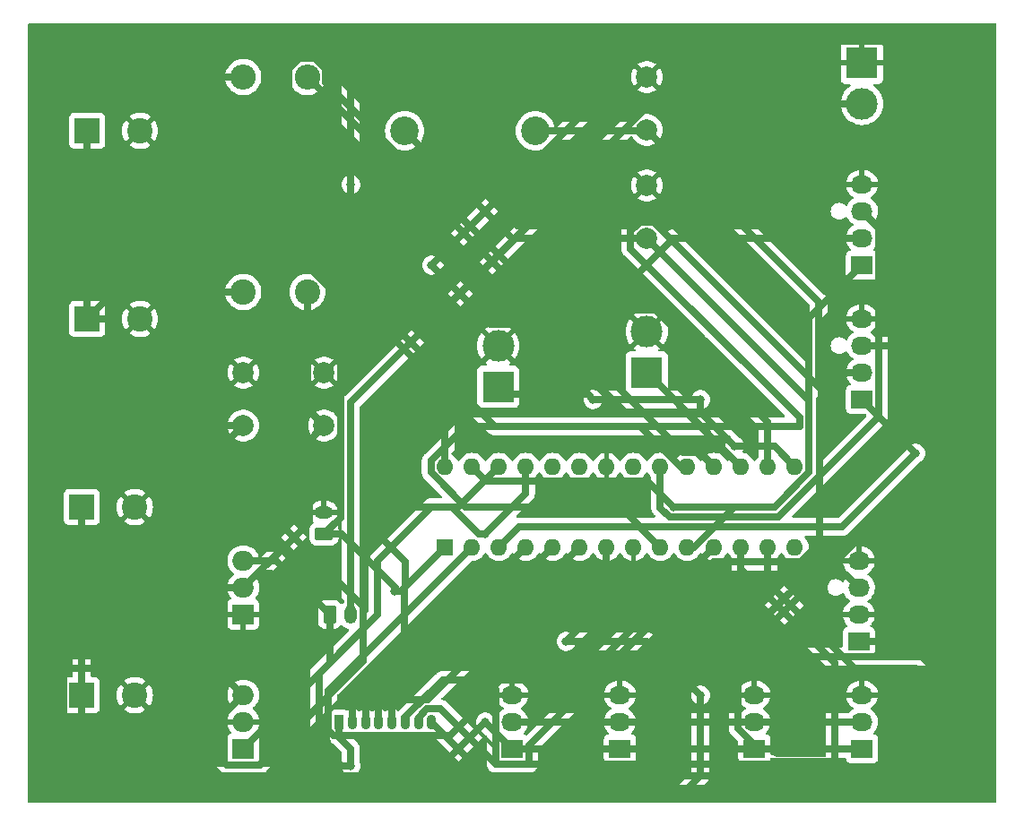
<source format=gbr>
%TF.GenerationSoftware,KiCad,Pcbnew,7.0.2*%
%TF.CreationDate,2023-06-25T21:36:58-03:00*%
%TF.ProjectId,projeto_final,70726f6a-6574-46f5-9f66-696e616c2e6b,rev?*%
%TF.SameCoordinates,Original*%
%TF.FileFunction,Copper,L1,Top*%
%TF.FilePolarity,Positive*%
%FSLAX46Y46*%
G04 Gerber Fmt 4.6, Leading zero omitted, Abs format (unit mm)*
G04 Created by KiCad (PCBNEW 7.0.2) date 2023-06-25 21:36:58*
%MOMM*%
%LPD*%
G01*
G04 APERTURE LIST*
G04 Aperture macros list*
%AMRoundRect*
0 Rectangle with rounded corners*
0 $1 Rounding radius*
0 $2 $3 $4 $5 $6 $7 $8 $9 X,Y pos of 4 corners*
0 Add a 4 corners polygon primitive as box body*
4,1,4,$2,$3,$4,$5,$6,$7,$8,$9,$2,$3,0*
0 Add four circle primitives for the rounded corners*
1,1,$1+$1,$2,$3*
1,1,$1+$1,$4,$5*
1,1,$1+$1,$6,$7*
1,1,$1+$1,$8,$9*
0 Add four rect primitives between the rounded corners*
20,1,$1+$1,$2,$3,$4,$5,0*
20,1,$1+$1,$4,$5,$6,$7,0*
20,1,$1+$1,$6,$7,$8,$9,0*
20,1,$1+$1,$8,$9,$2,$3,0*%
G04 Aperture macros list end*
%TA.AperFunction,ComponentPad*%
%ADD10O,1.600000X1.600000*%
%TD*%
%TA.AperFunction,ComponentPad*%
%ADD11R,1.600000X1.600000*%
%TD*%
%TA.AperFunction,ComponentPad*%
%ADD12R,2.000000X1.905000*%
%TD*%
%TA.AperFunction,ComponentPad*%
%ADD13O,2.000000X1.905000*%
%TD*%
%TA.AperFunction,ComponentPad*%
%ADD14RoundRect,0.225000X-0.225000X-0.475000X0.225000X-0.475000X0.225000X0.475000X-0.225000X0.475000X0*%
%TD*%
%TA.AperFunction,ComponentPad*%
%ADD15O,0.900000X1.400000*%
%TD*%
%TA.AperFunction,ComponentPad*%
%ADD16R,2.030000X1.730000*%
%TD*%
%TA.AperFunction,ComponentPad*%
%ADD17O,2.030000X1.730000*%
%TD*%
%TA.AperFunction,ComponentPad*%
%ADD18C,2.400000*%
%TD*%
%TA.AperFunction,ComponentPad*%
%ADD19O,2.400000X2.400000*%
%TD*%
%TA.AperFunction,ComponentPad*%
%ADD20R,3.000000X3.000000*%
%TD*%
%TA.AperFunction,ComponentPad*%
%ADD21C,3.000000*%
%TD*%
%TA.AperFunction,ComponentPad*%
%ADD22R,2.400000X2.400000*%
%TD*%
%TA.AperFunction,ComponentPad*%
%ADD23C,2.000000*%
%TD*%
%TA.AperFunction,ComponentPad*%
%ADD24RoundRect,0.250000X0.625000X-0.350000X0.625000X0.350000X-0.625000X0.350000X-0.625000X-0.350000X0*%
%TD*%
%TA.AperFunction,ComponentPad*%
%ADD25O,1.750000X1.200000*%
%TD*%
%TA.AperFunction,ComponentPad*%
%ADD26RoundRect,0.250000X-0.350000X-0.625000X0.350000X-0.625000X0.350000X0.625000X-0.350000X0.625000X0*%
%TD*%
%TA.AperFunction,ComponentPad*%
%ADD27O,1.200000X1.750000*%
%TD*%
%TA.AperFunction,ComponentPad*%
%ADD28C,2.700000*%
%TD*%
%TA.AperFunction,ViaPad*%
%ADD29C,0.800000*%
%TD*%
%TA.AperFunction,Conductor*%
%ADD30C,0.700000*%
%TD*%
G04 APERTURE END LIST*
D10*
%TO.P,U1,28,PC5*%
%TO.N,Net-(Display1-Pin_2)*%
X130820000Y-72380000D03*
%TO.P,U1,27,PC4*%
%TO.N,Net-(Display1-Pin_1)*%
X133360000Y-72380000D03*
%TO.P,U1,26,PC3*%
%TO.N,Net-(Teclado1-Pin_2)*%
X135900000Y-72380000D03*
%TO.P,U1,25,PC2*%
%TO.N,Net-(Teclado1-Pin_1)*%
X138440000Y-72380000D03*
%TO.P,U1,24,PC1*%
%TO.N,unconnected-(U1-PC1-Pad24)*%
X140980000Y-72380000D03*
%TO.P,U1,23,PC0*%
%TO.N,unconnected-(U1-PC0-Pad23)*%
X143520000Y-72380000D03*
%TO.P,U1,22,GND*%
%TO.N,GND*%
X146060000Y-72380000D03*
%TO.P,U1,21,AREF*%
%TO.N,unconnected-(U1-AREF-Pad21)*%
X148600000Y-72380000D03*
%TO.P,U1,20,AVCC*%
%TO.N,VCC*%
X151140000Y-72380000D03*
%TO.P,U1,19,PB5*%
%TO.N,Net-(LEDs1-Pin_3)*%
X153680000Y-72380000D03*
%TO.P,U1,18,PB4*%
%TO.N,Net-(LEDs1-Pin_1)*%
X156220000Y-72380000D03*
%TO.P,U1,17,PB3*%
%TO.N,Net-(Motor_ONOFF1-Pin_1)*%
X158760000Y-72380000D03*
%TO.P,U1,16,PB2*%
%TO.N,Sensor*%
X161300000Y-72380000D03*
%TO.P,U1,15,PB1*%
%TO.N,Net-(PWM_Motor1-Pin_1)*%
X163840000Y-72380000D03*
%TO.P,U1,14,PB0*%
%TO.N,unconnected-(U1-PB0-Pad14)*%
X163840000Y-80000000D03*
%TO.P,U1,13,PD7*%
%TO.N,Net-(Teclado1-Pin_8)*%
X161300000Y-80000000D03*
%TO.P,U1,12,PD6*%
%TO.N,Net-(Teclado1-Pin_7)*%
X158760000Y-80000000D03*
%TO.P,U1,11,PD5*%
%TO.N,Net-(Teclado1-Pin_6)*%
X156220000Y-80000000D03*
%TO.P,U1,10,XTAL2/PB7*%
%TO.N,XTAL2*%
X153680000Y-80000000D03*
%TO.P,U1,9,XTAL1/PB6*%
%TO.N,XTAL1*%
X151140000Y-80000000D03*
%TO.P,U1,8,GND*%
%TO.N,GND*%
X148600000Y-80000000D03*
%TO.P,U1,7,VCC*%
%TO.N,VCC*%
X146060000Y-80000000D03*
%TO.P,U1,6,PD4*%
%TO.N,Net-(Teclado1-Pin_5)*%
X143520000Y-80000000D03*
%TO.P,U1,5,PD3*%
%TO.N,Net-(Teclado1-Pin_4)*%
X140980000Y-80000000D03*
%TO.P,U1,4,PD2*%
%TO.N,Net-(Teclado1-Pin_3)*%
X138440000Y-80000000D03*
%TO.P,U1,3,PD1*%
%TO.N,RX*%
X135900000Y-80000000D03*
%TO.P,U1,2,PD0*%
%TO.N,TX*%
X133360000Y-80000000D03*
D11*
%TO.P,U1,1,~{RESET}/PC6*%
%TO.N,Reset*%
X130820000Y-80000000D03*
%TD*%
D12*
%TO.P,U3,1,IN*%
%TO.N,Alimentacao*%
X111760000Y-99060000D03*
D13*
%TO.P,U3,2,GND*%
%TO.N,GND*%
X111760000Y-96520000D03*
%TO.P,U3,3,OUT*%
%TO.N,VCC*%
X111760000Y-93980000D03*
%TD*%
D12*
%TO.P,U2,1,GND*%
%TO.N,GND*%
X111760000Y-86360000D03*
D13*
%TO.P,U2,2,VO*%
%TO.N,3V3*%
X111760000Y-83820000D03*
%TO.P,U2,3,VI*%
%TO.N,Alimentacao*%
X111760000Y-81280000D03*
%TD*%
D14*
%TO.P,Teclado1,1,Pin_1*%
%TO.N,Net-(Teclado1-Pin_1)*%
X120790000Y-96520000D03*
D15*
%TO.P,Teclado1,2,Pin_2*%
%TO.N,Net-(Teclado1-Pin_2)*%
X122040000Y-96520000D03*
%TO.P,Teclado1,3,Pin_3*%
%TO.N,Net-(Teclado1-Pin_3)*%
X123290000Y-96520000D03*
%TO.P,Teclado1,4,Pin_4*%
%TO.N,Net-(Teclado1-Pin_4)*%
X124540000Y-96520000D03*
%TO.P,Teclado1,5,Pin_5*%
%TO.N,Net-(Teclado1-Pin_5)*%
X125790000Y-96520000D03*
%TO.P,Teclado1,6,Pin_6*%
%TO.N,Net-(Teclado1-Pin_6)*%
X127040000Y-96520000D03*
%TO.P,Teclado1,7,Pin_7*%
%TO.N,Net-(Teclado1-Pin_7)*%
X128290000Y-96520000D03*
%TO.P,Teclado1,8,Pin_8*%
%TO.N,Net-(Teclado1-Pin_8)*%
X129540000Y-96520000D03*
%TD*%
D16*
%TO.P,Sensor4,1,Pin_1*%
%TO.N,3V3*%
X160020000Y-99060000D03*
D17*
%TO.P,Sensor4,2,Pin_2*%
%TO.N,Sensor*%
X160020000Y-96520000D03*
%TO.P,Sensor4,3,Pin_3*%
%TO.N,GND*%
X160020000Y-93980000D03*
%TD*%
D16*
%TO.P,Sensor3,1,Pin_1*%
%TO.N,3V3*%
X147320000Y-99060000D03*
D17*
%TO.P,Sensor3,2,Pin_2*%
%TO.N,Sensor*%
X147320000Y-96520000D03*
%TO.P,Sensor3,3,Pin_3*%
%TO.N,GND*%
X147320000Y-93980000D03*
%TD*%
D16*
%TO.P,Sensor2,1,Pin_1*%
%TO.N,3V3*%
X137160000Y-99060000D03*
D17*
%TO.P,Sensor2,2,Pin_2*%
%TO.N,Sensor*%
X137160000Y-96520000D03*
%TO.P,Sensor2,3,Pin_3*%
%TO.N,GND*%
X137160000Y-93980000D03*
%TD*%
D16*
%TO.P,Sensor1,1,Pin_1*%
%TO.N,3V3*%
X170180000Y-99060000D03*
D17*
%TO.P,Sensor1,2,Pin_2*%
%TO.N,Sensor*%
X170180000Y-96520000D03*
%TO.P,Sensor1,3,Pin_3*%
%TO.N,GND*%
X170180000Y-93980000D03*
%TD*%
D18*
%TO.P,R2,1*%
%TO.N,3V3*%
X117810000Y-55880000D03*
D19*
%TO.P,R2,2*%
%TO.N,Sensor*%
X117810000Y-35560000D03*
%TD*%
D18*
%TO.P,R1,1*%
%TO.N,VCC*%
X111760000Y-55880000D03*
D19*
%TO.P,R1,2*%
%TO.N,Reset*%
X111760000Y-35560000D03*
%TD*%
D20*
%TO.P,PWM_Motor1,1,Pin_1*%
%TO.N,Net-(PWM_Motor1-Pin_1)*%
X135820000Y-64840000D03*
D21*
%TO.P,PWM_Motor1,2,Pin_2*%
%TO.N,GND*%
X135820000Y-60960000D03*
%TD*%
D20*
%TO.P,Motor_ONOFF1,1,Pin_1*%
%TO.N,Net-(Motor_ONOFF1-Pin_1)*%
X149860000Y-63500000D03*
D21*
%TO.P,Motor_ONOFF1,2,Pin_2*%
%TO.N,GND*%
X149860000Y-59620000D03*
%TD*%
D17*
%TO.P,LEDs1,4,Pin_4*%
%TO.N,GND*%
X169880000Y-81280000D03*
%TO.P,LEDs1,3,Pin_3*%
%TO.N,Net-(LEDs1-Pin_3)*%
X169880000Y-83820000D03*
%TO.P,LEDs1,2,Pin_2*%
%TO.N,GND*%
X169880000Y-86360000D03*
D16*
%TO.P,LEDs1,1,Pin_1*%
%TO.N,Net-(LEDs1-Pin_1)*%
X169880000Y-88900000D03*
%TD*%
D20*
%TO.P,J1,1,Pin_1*%
%TO.N,GND*%
X170180000Y-34220000D03*
D21*
%TO.P,J1,2,Pin_2*%
%TO.N,Net-(Bot\u00E3o_ONOFF1-Pin_2)*%
X170180000Y-38100000D03*
%TD*%
D16*
%TO.P,EAP8266_WIFI1,1,Pin_1*%
%TO.N,RX*%
X170180000Y-66040000D03*
D17*
%TO.P,EAP8266_WIFI1,2,Pin_2*%
%TO.N,TX*%
X170180000Y-63500000D03*
%TO.P,EAP8266_WIFI1,3,Pin_3*%
%TO.N,3V3*%
X170180000Y-60960000D03*
%TO.P,EAP8266_WIFI1,4,Pin_4*%
%TO.N,GND*%
X170180000Y-58420000D03*
%TD*%
D16*
%TO.P,Display1,1,Pin_1*%
%TO.N,Net-(Display1-Pin_1)*%
X170180000Y-53340000D03*
D17*
%TO.P,Display1,2,Pin_2*%
%TO.N,Net-(Display1-Pin_2)*%
X170180000Y-50800000D03*
%TO.P,Display1,3,Pin_3*%
%TO.N,VCC*%
X170180000Y-48260000D03*
%TO.P,Display1,4,Pin_4*%
%TO.N,GND*%
X170180000Y-45720000D03*
%TD*%
D22*
%TO.P,C10,1*%
%TO.N,3V3*%
X96520000Y-93980000D03*
D18*
%TO.P,C10,2*%
%TO.N,GND*%
X101520000Y-93980000D03*
%TD*%
D22*
%TO.P,C9,1*%
%TO.N,3V3*%
X96520000Y-76200000D03*
D18*
%TO.P,C9,2*%
%TO.N,GND*%
X101520000Y-76200000D03*
%TD*%
D22*
%TO.P,C6,1*%
%TO.N,VCC*%
X97012082Y-58420000D03*
D18*
%TO.P,C6,2*%
%TO.N,GND*%
X102012082Y-58420000D03*
%TD*%
D22*
%TO.P,C5,1*%
%TO.N,VCC*%
X97012082Y-40640000D03*
D18*
%TO.P,C5,2*%
%TO.N,GND*%
X102012082Y-40640000D03*
%TD*%
D23*
%TO.P,C4,1*%
%TO.N,3V3*%
X119380000Y-68500000D03*
%TO.P,C4,2*%
%TO.N,GND*%
X119380000Y-63500000D03*
%TD*%
%TO.P,C3,1*%
%TO.N,VCC*%
X111760000Y-68500000D03*
%TO.P,C3,2*%
%TO.N,GND*%
X111760000Y-63500000D03*
%TD*%
%TO.P,C2,1*%
%TO.N,XTAL1*%
X149860000Y-40560000D03*
%TO.P,C2,2*%
%TO.N,GND*%
X149860000Y-35560000D03*
%TD*%
%TO.P,C1,1*%
%TO.N,XTAL2*%
X149860000Y-50800000D03*
%TO.P,C1,2*%
%TO.N,GND*%
X149860000Y-45800000D03*
%TD*%
D24*
%TO.P,Bot\u00E3o_Reset1,1,Pin_1*%
%TO.N,Reset*%
X119380000Y-78740000D03*
D25*
%TO.P,Bot\u00E3o_Reset1,2,Pin_2*%
%TO.N,GND*%
X119380000Y-76740000D03*
%TD*%
D26*
%TO.P,Bot\u00E3o_ONOFF1,1,Pin_1*%
%TO.N,Alimentacao*%
X119920000Y-86360000D03*
D27*
%TO.P,Bot\u00E3o_ONOFF1,2,Pin_2*%
%TO.N,Net-(Bot\u00E3o_ONOFF1-Pin_2)*%
X121920000Y-86360000D03*
%TD*%
D28*
%TO.P,16MHz1,1,1*%
%TO.N,XTAL2*%
X127000000Y-40640000D03*
%TO.P,16MHz1,2,2*%
%TO.N,XTAL1*%
X139340000Y-40640000D03*
%TD*%
D29*
%TO.N,VCC*%
X154940000Y-93980000D03*
X142240000Y-88900000D03*
%TO.N,Reset*%
X126050500Y-84192792D03*
%TO.N,Net-(Teclado1-Pin_1)*%
X121920000Y-100650500D03*
X134620000Y-78740000D03*
%TO.N,Net-(LEDs1-Pin_3)*%
X121920000Y-45720000D03*
%TO.N,Net-(LEDs1-Pin_1)*%
X129540000Y-53340000D03*
X170180000Y-88900000D03*
%TO.N,RX*%
X175260000Y-71120000D03*
%TO.N,Net-(PWM_Motor1-Pin_1)*%
X158161398Y-70438602D03*
X154940000Y-66040000D03*
X144780000Y-66040000D03*
%TO.N,Net-(Display1-Pin_1)*%
X152400000Y-76200000D03*
%TO.N,3V3*%
X134620000Y-96520000D03*
%TD*%
D30*
%TO.N,VCC*%
X109220000Y-91440000D02*
X111760000Y-93980000D01*
X95560000Y-91440000D02*
X109220000Y-91440000D01*
X94770000Y-92230000D02*
X95560000Y-91440000D01*
X94770000Y-101122792D02*
X94770000Y-92230000D01*
X97437208Y-103790000D02*
X94770000Y-101122792D01*
X152750000Y-103790000D02*
X97437208Y-103790000D01*
X154940000Y-101600000D02*
X152750000Y-103790000D01*
X154940000Y-93980000D02*
X154940000Y-101600000D01*
X146060000Y-85080000D02*
X142240000Y-88900000D01*
X146060000Y-80000000D02*
X146060000Y-85080000D01*
%TO.N,Reset*%
X126627208Y-84192792D02*
X130820000Y-80000000D01*
X126050500Y-84192792D02*
X126627208Y-84192792D01*
%TO.N,Net-(Teclado1-Pin_1)*%
X133998019Y-78740000D02*
X134620000Y-78740000D01*
X131458019Y-76200000D02*
X133998019Y-78740000D01*
X118890000Y-91930000D02*
X124460000Y-86360000D01*
X118890000Y-98570000D02*
X118890000Y-91930000D01*
X121020000Y-100700000D02*
X118890000Y-98570000D01*
X129540000Y-76200000D02*
X131458019Y-76200000D01*
X121920000Y-100700000D02*
X121020000Y-100700000D01*
X124460000Y-86360000D02*
X124460000Y-81280000D01*
X121920000Y-100650500D02*
X121920000Y-100700000D01*
X124460000Y-81280000D02*
X129540000Y-76200000D01*
%TO.N,3V3*%
X160408888Y-99060000D02*
X170180000Y-99060000D01*
X158455000Y-97106112D02*
X160408888Y-99060000D01*
X158455000Y-89192208D02*
X158455000Y-97106112D01*
X165877208Y-81770000D02*
X158455000Y-89192208D01*
X167238888Y-81770000D02*
X165877208Y-81770000D01*
X177800000Y-71208888D02*
X167238888Y-81770000D01*
X177800000Y-63500000D02*
X177800000Y-71208888D01*
X175260000Y-60960000D02*
X177800000Y-63500000D01*
X170180000Y-60960000D02*
X175260000Y-60960000D01*
%TO.N,Net-(LEDs1-Pin_3)*%
X168730000Y-82670000D02*
X169880000Y-83820000D01*
X166250000Y-82670000D02*
X168730000Y-82670000D01*
X160020000Y-88900000D02*
X166250000Y-82670000D01*
X179990000Y-86710000D02*
X176385000Y-90315000D01*
X176385000Y-90315000D02*
X161435000Y-90315000D01*
X179990000Y-37750000D02*
X179990000Y-86710000D01*
X126210000Y-31270000D02*
X173510000Y-31270000D01*
X173510000Y-31270000D02*
X179990000Y-37750000D01*
X121920000Y-35560000D02*
X126210000Y-31270000D01*
X161435000Y-90315000D02*
X160020000Y-88900000D01*
X121920000Y-45720000D02*
X121920000Y-35560000D01*
%TO.N,Net-(LEDs1-Pin_1)*%
X150710000Y-32170000D02*
X129540000Y-53340000D01*
X179090000Y-39030000D02*
X172230000Y-32170000D01*
X175260000Y-88900000D02*
X179090000Y-85070000D01*
X179090000Y-85070000D02*
X179090000Y-39030000D01*
X170180000Y-88900000D02*
X175260000Y-88900000D01*
X172230000Y-32170000D02*
X150710000Y-32170000D01*
%TO.N,TX*%
X119790000Y-93570000D02*
X133360000Y-80000000D01*
X119790000Y-97316016D02*
X119790000Y-93570000D01*
X120243984Y-97770000D02*
X119790000Y-97316016D01*
X131290000Y-97770000D02*
X120243984Y-97770000D01*
X135595000Y-100475000D02*
X135595000Y-93465000D01*
X138725000Y-100475000D02*
X135595000Y-100475000D01*
X138725000Y-98767792D02*
X138725000Y-100475000D01*
X156142792Y-81350000D02*
X138725000Y-98767792D01*
X164399189Y-81350000D02*
X156142792Y-81350000D01*
X166160760Y-79588429D02*
X164399189Y-81350000D01*
X166160760Y-66040000D02*
X166160760Y-79588429D01*
X168700760Y-63500000D02*
X166160760Y-66040000D01*
X170180000Y-63500000D02*
X168700760Y-63500000D01*
X135595000Y-93465000D02*
X131290000Y-97770000D01*
%TO.N,RX*%
X175260000Y-71120000D02*
X170180000Y-66040000D01*
%TO.N,Net-(PWM_Motor1-Pin_1)*%
X158161398Y-70438602D02*
X161898602Y-70438602D01*
X161898602Y-70438602D02*
X163840000Y-72380000D01*
X144780000Y-66040000D02*
X154940000Y-66040000D01*
%TO.N,Net-(Display1-Pin_1)*%
X134710000Y-73730000D02*
X133360000Y-72380000D01*
X152400000Y-76200000D02*
X149930000Y-73730000D01*
X149930000Y-73730000D02*
X134710000Y-73730000D01*
%TO.N,Net-(Bot\u00E3o_ONOFF1-Pin_2)*%
X121920000Y-66307968D02*
X121920000Y-86360000D01*
X170180000Y-38100000D02*
X150127968Y-38100000D01*
X150127968Y-38100000D02*
X121920000Y-66307968D01*
%TO.N,3V3*%
X117955000Y-77625000D02*
X111760000Y-83820000D01*
X117955000Y-69925000D02*
X117955000Y-77625000D01*
X119380000Y-68500000D02*
X117955000Y-69925000D01*
X129540000Y-101600000D02*
X96520000Y-101600000D01*
X134620000Y-96520000D02*
X129540000Y-101600000D01*
X96520000Y-101600000D02*
X96520000Y-93980000D01*
X170180000Y-99060000D02*
X160020000Y-99060000D01*
%TO.N,Sensor*%
X170180000Y-96520000D02*
X160020000Y-96520000D01*
%TO.N,Net-(Teclado1-Pin_6)*%
X130580786Y-92565000D02*
X127000000Y-96145786D01*
X127000000Y-96145786D02*
X127000000Y-96520000D01*
X143655000Y-92565000D02*
X130580786Y-92565000D01*
X156220000Y-80000000D02*
X143655000Y-92565000D01*
%TO.N,XTAL1*%
X147340000Y-76200000D02*
X151140000Y-80000000D01*
X132730811Y-76200000D02*
X147340000Y-76200000D01*
X129470000Y-72939189D02*
X132730811Y-76200000D01*
X129470000Y-71820811D02*
X129470000Y-72939189D01*
X132710811Y-68580000D02*
X129470000Y-71820811D01*
X164290000Y-68580000D02*
X132710811Y-68580000D01*
X164290000Y-67770000D02*
X164290000Y-68580000D01*
X148310000Y-51790000D02*
X164290000Y-67770000D01*
X148310000Y-50157968D02*
X148310000Y-51790000D01*
X149217968Y-49250000D02*
X148310000Y-50157968D01*
X150502032Y-49250000D02*
X149217968Y-49250000D01*
X166090000Y-64837968D02*
X150502032Y-49250000D01*
X166090000Y-56790000D02*
X166090000Y-64837968D01*
X149860000Y-40560000D02*
X166090000Y-56790000D01*
%TO.N,XTAL2*%
X154290811Y-80020000D02*
X153700000Y-80020000D01*
X153700000Y-80020000D02*
X153680000Y-80000000D01*
X158110811Y-76200000D02*
X154290811Y-80020000D01*
X165190000Y-66130000D02*
X165190000Y-72939189D01*
X165190000Y-72939189D02*
X161929189Y-76200000D01*
X161929189Y-76200000D02*
X158110811Y-76200000D01*
X149860000Y-50800000D02*
X165190000Y-66130000D01*
%TD*%
%TA.AperFunction,Conductor*%
%TO.N,GND*%
G36*
X125562554Y-30500185D02*
G01*
X125608309Y-30552989D01*
X125618253Y-30622147D01*
X125589228Y-30685703D01*
X125580791Y-30694522D01*
X125557877Y-30716226D01*
X125543091Y-30734119D01*
X121346610Y-34930599D01*
X121339208Y-34937424D01*
X121298898Y-34971664D01*
X121250922Y-35034773D01*
X121248859Y-35037412D01*
X121199086Y-35099335D01*
X121186998Y-35118824D01*
X121153644Y-35190916D01*
X121152194Y-35193941D01*
X121116908Y-35265090D01*
X121109293Y-35286719D01*
X121092219Y-35364283D01*
X121091453Y-35367549D01*
X121072289Y-35444610D01*
X121069500Y-35467390D01*
X121069500Y-35546772D01*
X121069455Y-35550129D01*
X121067303Y-35629550D01*
X121069500Y-35652650D01*
X121069499Y-45403850D01*
X121063430Y-45442167D01*
X121034327Y-45531740D01*
X121034326Y-45531744D01*
X121014540Y-45720000D01*
X121022247Y-45793327D01*
X121034326Y-45908257D01*
X121092820Y-46088284D01*
X121187466Y-46252216D01*
X121314129Y-46392889D01*
X121467269Y-46504151D01*
X121640197Y-46581144D01*
X121825352Y-46620500D01*
X121825354Y-46620500D01*
X122014648Y-46620500D01*
X122138083Y-46594262D01*
X122199803Y-46581144D01*
X122372730Y-46504151D01*
X122525871Y-46392888D01*
X122652533Y-46252216D01*
X122747179Y-46088284D01*
X122805674Y-45908256D01*
X122825460Y-45720000D01*
X122805674Y-45531744D01*
X122776569Y-45442167D01*
X122770500Y-45403850D01*
X122770500Y-40640000D01*
X125144772Y-40640000D01*
X125163657Y-40904027D01*
X125219921Y-41162673D01*
X125219923Y-41162678D01*
X125312426Y-41410689D01*
X125312428Y-41410692D01*
X125439282Y-41643009D01*
X125518598Y-41748963D01*
X125597913Y-41854915D01*
X125785085Y-42042087D01*
X125944012Y-42161058D01*
X125996990Y-42200717D01*
X126044981Y-42226922D01*
X126229311Y-42327574D01*
X126477322Y-42420077D01*
X126477325Y-42420077D01*
X126477326Y-42420078D01*
X126525667Y-42430593D01*
X126735974Y-42476343D01*
X127000000Y-42495227D01*
X127264026Y-42476343D01*
X127522678Y-42420077D01*
X127770689Y-42327574D01*
X128003011Y-42200716D01*
X128214915Y-42042087D01*
X128402087Y-41854915D01*
X128560716Y-41643011D01*
X128687574Y-41410689D01*
X128780077Y-41162678D01*
X128836343Y-40904026D01*
X128855227Y-40640000D01*
X128836343Y-40375974D01*
X128780077Y-40117322D01*
X128687574Y-39869311D01*
X128606068Y-39720045D01*
X128560717Y-39636990D01*
X128422429Y-39452259D01*
X128402087Y-39425085D01*
X128214915Y-39237913D01*
X128078139Y-39135524D01*
X128003009Y-39079282D01*
X127836898Y-38988579D01*
X127770689Y-38952426D01*
X127522678Y-38859923D01*
X127522673Y-38859921D01*
X127264027Y-38803657D01*
X127000000Y-38784772D01*
X126735972Y-38803657D01*
X126477326Y-38859921D01*
X126353316Y-38906174D01*
X126229311Y-38952426D01*
X126229308Y-38952427D01*
X126229307Y-38952428D01*
X125996990Y-39079282D01*
X125785082Y-39237915D01*
X125597915Y-39425082D01*
X125439282Y-39636990D01*
X125357247Y-39787227D01*
X125312426Y-39869311D01*
X125266174Y-39993316D01*
X125219921Y-40117326D01*
X125163657Y-40375972D01*
X125144772Y-40640000D01*
X122770500Y-40640000D01*
X122770500Y-35963651D01*
X122790185Y-35896612D01*
X122806819Y-35875970D01*
X126525970Y-32156819D01*
X126587293Y-32123334D01*
X126613651Y-32120500D01*
X149257350Y-32120500D01*
X149324389Y-32140185D01*
X149370144Y-32192989D01*
X149380088Y-32262147D01*
X149351063Y-32325703D01*
X149345031Y-32332181D01*
X141359233Y-40317976D01*
X141297910Y-40351461D01*
X141228218Y-40346477D01*
X141172285Y-40304605D01*
X141150386Y-40256652D01*
X141120078Y-40117327D01*
X141120078Y-40117326D01*
X141120077Y-40117322D01*
X141027574Y-39869311D01*
X140946068Y-39720045D01*
X140900717Y-39636990D01*
X140762429Y-39452259D01*
X140742087Y-39425085D01*
X140554915Y-39237913D01*
X140418139Y-39135524D01*
X140343009Y-39079282D01*
X140176898Y-38988579D01*
X140110689Y-38952426D01*
X139862678Y-38859923D01*
X139862673Y-38859921D01*
X139604027Y-38803657D01*
X139339999Y-38784772D01*
X139075972Y-38803657D01*
X138817326Y-38859921D01*
X138693316Y-38906174D01*
X138569311Y-38952426D01*
X138569308Y-38952427D01*
X138569307Y-38952428D01*
X138336990Y-39079282D01*
X138125082Y-39237915D01*
X137937915Y-39425082D01*
X137779282Y-39636990D01*
X137697247Y-39787227D01*
X137652426Y-39869311D01*
X137606174Y-39993316D01*
X137559921Y-40117326D01*
X137503657Y-40375972D01*
X137484772Y-40640000D01*
X137503657Y-40904027D01*
X137559921Y-41162673D01*
X137559923Y-41162678D01*
X137652426Y-41410689D01*
X137652428Y-41410692D01*
X137779282Y-41643009D01*
X137858598Y-41748963D01*
X137937913Y-41854915D01*
X138125085Y-42042087D01*
X138284013Y-42161058D01*
X138336990Y-42200717D01*
X138384981Y-42226922D01*
X138569311Y-42327574D01*
X138817322Y-42420077D01*
X138956652Y-42450386D01*
X139017976Y-42483870D01*
X139051461Y-42545193D01*
X139046477Y-42614885D01*
X139017976Y-42659233D01*
X129164972Y-52512237D01*
X129127729Y-52537834D01*
X129087270Y-52555848D01*
X128934129Y-52667111D01*
X128807466Y-52807783D01*
X128712820Y-52971715D01*
X128654326Y-53151742D01*
X128634540Y-53340000D01*
X128654326Y-53528257D01*
X128712820Y-53708284D01*
X128807466Y-53872216D01*
X128934129Y-54012889D01*
X129087269Y-54124151D01*
X129260197Y-54201144D01*
X129445352Y-54240500D01*
X129445354Y-54240500D01*
X129634648Y-54240500D01*
X129758084Y-54214262D01*
X129819803Y-54201144D01*
X129992730Y-54124151D01*
X130145871Y-54012888D01*
X130272533Y-53872216D01*
X130349013Y-53739747D01*
X130368710Y-53714077D01*
X148200802Y-35881986D01*
X148262121Y-35848504D01*
X148331813Y-35853488D01*
X148387746Y-35895360D01*
X148408684Y-35939228D01*
X148436411Y-36048716D01*
X148536268Y-36276370D01*
X148636563Y-36429882D01*
X148636564Y-36429882D01*
X149376922Y-35689523D01*
X149400507Y-35769844D01*
X149478239Y-35890798D01*
X149586900Y-35984952D01*
X149717685Y-36044680D01*
X149727466Y-36046086D01*
X148989942Y-36783609D01*
X148989942Y-36783610D01*
X149036766Y-36820055D01*
X149255393Y-36938368D01*
X149490506Y-37019083D01*
X149735707Y-37060000D01*
X149794585Y-37060000D01*
X149861624Y-37079685D01*
X149907379Y-37132489D01*
X149917323Y-37201647D01*
X149888298Y-37265203D01*
X149834183Y-37301506D01*
X149786339Y-37317628D01*
X149768639Y-37323592D01*
X149747941Y-37333510D01*
X149681027Y-37376280D01*
X149678176Y-37378049D01*
X149610133Y-37418989D01*
X149592063Y-37433116D01*
X149535927Y-37489251D01*
X149533524Y-37491589D01*
X149475843Y-37546229D01*
X149461062Y-37564115D01*
X121346610Y-65678567D01*
X121339208Y-65685392D01*
X121298898Y-65719632D01*
X121250922Y-65782741D01*
X121248859Y-65785380D01*
X121199086Y-65847303D01*
X121186998Y-65866792D01*
X121153644Y-65938884D01*
X121152194Y-65941909D01*
X121116908Y-66013058D01*
X121109293Y-66034687D01*
X121092219Y-66112251D01*
X121091453Y-66115517D01*
X121072289Y-66192578D01*
X121069500Y-66215358D01*
X121069500Y-66294740D01*
X121069455Y-66298097D01*
X121067303Y-66377518D01*
X121069500Y-66400618D01*
X121069499Y-68064519D01*
X121049814Y-68131559D01*
X120997010Y-68177313D01*
X120927852Y-68187257D01*
X120864296Y-68158232D01*
X120826522Y-68099454D01*
X120825306Y-68095009D01*
X120804063Y-68011119D01*
X120704173Y-67783393D01*
X120568164Y-67575215D01*
X120399744Y-67392262D01*
X120343898Y-67348795D01*
X120203514Y-67239529D01*
X120203510Y-67239526D01*
X120203509Y-67239526D01*
X119984810Y-67121172D01*
X119984806Y-67121170D01*
X119984805Y-67121170D01*
X119749615Y-67040429D01*
X119504335Y-66999500D01*
X119255665Y-66999500D01*
X119010384Y-67040429D01*
X118775194Y-67121170D01*
X118775190Y-67121171D01*
X118775190Y-67121172D01*
X118687710Y-67168513D01*
X118556485Y-67239529D01*
X118360259Y-67392259D01*
X118360256Y-67392261D01*
X118360256Y-67392262D01*
X118191836Y-67575215D01*
X118146499Y-67644607D01*
X118055825Y-67783395D01*
X118001637Y-67906933D01*
X117955937Y-68011119D01*
X117918683Y-68158232D01*
X117894891Y-68252183D01*
X117874356Y-68499999D01*
X117892785Y-68722398D01*
X117878704Y-68790834D01*
X117856890Y-68820319D01*
X117381610Y-69295599D01*
X117374208Y-69302424D01*
X117333898Y-69336664D01*
X117285922Y-69399773D01*
X117283859Y-69402412D01*
X117234086Y-69464335D01*
X117221998Y-69483824D01*
X117221946Y-69483935D01*
X117221946Y-69483936D01*
X117188932Y-69555294D01*
X117188644Y-69555916D01*
X117187194Y-69558941D01*
X117151908Y-69630090D01*
X117144293Y-69651719D01*
X117127219Y-69729283D01*
X117126453Y-69732549D01*
X117107289Y-69809610D01*
X117104500Y-69832390D01*
X117104500Y-69911772D01*
X117104455Y-69915129D01*
X117102303Y-69994550D01*
X117104500Y-70017650D01*
X117104500Y-77221348D01*
X117084815Y-77288387D01*
X117068181Y-77309029D01*
X113421196Y-80956013D01*
X113359873Y-80989498D01*
X113290181Y-80984514D01*
X113234248Y-80942642D01*
X113216234Y-80908595D01*
X113207509Y-80883181D01*
X113142679Y-80694336D01*
X113028072Y-80482561D01*
X112880171Y-80292537D01*
X112703010Y-80129449D01*
X112501422Y-79997745D01*
X112481574Y-79989039D01*
X112280906Y-79901017D01*
X112047477Y-79841905D01*
X112014532Y-79839175D01*
X111867600Y-79827000D01*
X111652400Y-79827000D01*
X111538411Y-79836445D01*
X111472522Y-79841905D01*
X111239093Y-79901017D01*
X111018577Y-79997745D01*
X110816991Y-80129448D01*
X110639829Y-80292536D01*
X110491929Y-80482559D01*
X110459926Y-80541695D01*
X110399061Y-80654165D01*
X110377319Y-80694340D01*
X110299134Y-80922084D01*
X110259500Y-81159601D01*
X110259500Y-81400398D01*
X110299134Y-81637915D01*
X110377319Y-81865659D01*
X110377321Y-81865664D01*
X110491928Y-82077439D01*
X110639829Y-82267463D01*
X110816990Y-82430551D01*
X110835508Y-82442649D01*
X110840930Y-82446192D01*
X110886286Y-82499339D01*
X110895709Y-82568570D01*
X110866206Y-82631906D01*
X110840930Y-82653808D01*
X110816991Y-82669448D01*
X110639829Y-82832536D01*
X110491929Y-83022559D01*
X110377319Y-83234340D01*
X110299134Y-83462084D01*
X110259500Y-83699601D01*
X110259500Y-83940398D01*
X110299134Y-84177915D01*
X110377319Y-84405659D01*
X110377321Y-84405664D01*
X110491928Y-84617439D01*
X110505524Y-84634907D01*
X110603154Y-84760344D01*
X110628796Y-84825339D01*
X110615229Y-84893879D01*
X110566760Y-84944203D01*
X110548635Y-84952687D01*
X110517913Y-84964146D01*
X110402811Y-85050311D01*
X110316647Y-85165410D01*
X110266400Y-85300128D01*
X110260354Y-85356367D01*
X110260000Y-85362981D01*
X110260000Y-86110000D01*
X111265148Y-86110000D01*
X111216441Y-86247047D01*
X111206123Y-86397886D01*
X111236884Y-86545915D01*
X111270090Y-86610000D01*
X110260000Y-86610000D01*
X110260000Y-87357018D01*
X110260354Y-87363632D01*
X110266400Y-87419871D01*
X110316647Y-87554589D01*
X110402811Y-87669688D01*
X110517910Y-87755852D01*
X110652628Y-87806099D01*
X110708867Y-87812145D01*
X110715482Y-87812500D01*
X111510000Y-87812500D01*
X111510000Y-86851683D01*
X111538819Y-86869209D01*
X111684404Y-86910000D01*
X111797622Y-86910000D01*
X111909783Y-86894584D01*
X112010000Y-86851053D01*
X112010000Y-87812500D01*
X112804518Y-87812500D01*
X112811132Y-87812145D01*
X112867371Y-87806099D01*
X113002089Y-87755852D01*
X113117188Y-87669688D01*
X113203352Y-87554589D01*
X113253599Y-87419871D01*
X113259645Y-87363632D01*
X113260000Y-87357018D01*
X113260000Y-86610000D01*
X112254852Y-86610000D01*
X112303559Y-86472953D01*
X112313877Y-86322114D01*
X112283116Y-86174085D01*
X112249910Y-86110000D01*
X113260000Y-86110000D01*
X113260000Y-85362981D01*
X113259645Y-85356367D01*
X113253599Y-85300128D01*
X113203352Y-85165410D01*
X113117188Y-85050311D01*
X113002088Y-84964147D01*
X112971365Y-84952688D01*
X112915432Y-84910816D01*
X112891015Y-84845351D01*
X112905867Y-84777079D01*
X112916845Y-84760344D01*
X112930043Y-84743387D01*
X113028072Y-84617439D01*
X113142679Y-84405664D01*
X113220866Y-84177913D01*
X113260500Y-83940399D01*
X113260500Y-83699601D01*
X113245648Y-83610599D01*
X113254030Y-83541237D01*
X113280273Y-83502514D01*
X117792821Y-78989966D01*
X117854142Y-78956483D01*
X117923834Y-78961467D01*
X117979767Y-79003339D01*
X118004184Y-79068803D01*
X118004500Y-79077647D01*
X118004500Y-79136858D01*
X118004500Y-79136877D01*
X118004501Y-79140008D01*
X118004820Y-79143140D01*
X118004821Y-79143141D01*
X118015000Y-79242796D01*
X118070186Y-79409334D01*
X118162288Y-79558657D01*
X118286342Y-79682711D01*
X118320554Y-79703813D01*
X118435666Y-79774814D01*
X118532679Y-79806961D01*
X118602202Y-79829999D01*
X118701858Y-79840180D01*
X118701859Y-79840180D01*
X118704991Y-79840500D01*
X120055008Y-79840499D01*
X120157797Y-79829999D01*
X120324334Y-79774814D01*
X120473656Y-79682712D01*
X120597712Y-79558656D01*
X120689814Y-79409334D01*
X120744999Y-79242797D01*
X120755500Y-79140009D01*
X120755499Y-78339992D01*
X120744999Y-78237203D01*
X120689814Y-78070666D01*
X120597712Y-77921344D01*
X120597711Y-77921342D01*
X120473657Y-77797288D01*
X120409808Y-77757906D01*
X120363083Y-77705958D01*
X120351860Y-77636996D01*
X120379704Y-77572913D01*
X120398253Y-77554896D01*
X120417539Y-77539729D01*
X120555111Y-77380963D01*
X120660146Y-77199036D01*
X120728856Y-77000511D01*
X120730368Y-76990000D01*
X119659560Y-76990000D01*
X119698278Y-76947941D01*
X119748551Y-76833330D01*
X119758886Y-76708605D01*
X119728163Y-76587281D01*
X119664606Y-76490000D01*
X120726257Y-76490000D01*
X120699229Y-76378589D01*
X120611960Y-76187494D01*
X120490107Y-76016378D01*
X120338066Y-75871407D01*
X120161344Y-75757833D01*
X119966314Y-75679755D01*
X119760038Y-75640000D01*
X119630000Y-75640000D01*
X119630000Y-76459382D01*
X119560948Y-76405637D01*
X119442576Y-76365000D01*
X119348927Y-76365000D01*
X119256554Y-76380414D01*
X119146486Y-76439981D01*
X119130000Y-76457889D01*
X119130000Y-75640000D01*
X119055550Y-75640000D01*
X119049640Y-75640281D01*
X118941287Y-75650628D01*
X118872680Y-75637406D01*
X118822113Y-75589190D01*
X118805500Y-75527190D01*
X118805500Y-70328650D01*
X118825185Y-70261611D01*
X118841815Y-70240973D01*
X119061950Y-70020837D01*
X119123271Y-69987354D01*
X119170035Y-69986211D01*
X119255665Y-70000500D01*
X119255667Y-70000500D01*
X119504335Y-70000500D01*
X119749614Y-69959571D01*
X119984810Y-69878828D01*
X120203509Y-69760474D01*
X120399744Y-69607738D01*
X120568164Y-69424785D01*
X120704173Y-69216607D01*
X120804063Y-68988881D01*
X120825295Y-68905037D01*
X120860832Y-68844885D01*
X120923252Y-68813492D01*
X120992735Y-68820830D01*
X121047221Y-68864568D01*
X121069411Y-68930820D01*
X121069499Y-68935480D01*
X121069500Y-85173769D01*
X121049815Y-85240808D01*
X120997011Y-85286563D01*
X120927853Y-85296507D01*
X120864297Y-85267482D01*
X120857819Y-85261450D01*
X120738657Y-85142288D01*
X120589334Y-85050186D01*
X120422797Y-84995000D01*
X120323141Y-84984819D01*
X120323122Y-84984818D01*
X120320009Y-84984500D01*
X120316860Y-84984500D01*
X119523141Y-84984500D01*
X119523121Y-84984500D01*
X119519992Y-84984501D01*
X119516860Y-84984820D01*
X119516858Y-84984821D01*
X119417203Y-84995000D01*
X119250665Y-85050186D01*
X119101342Y-85142288D01*
X118977288Y-85266342D01*
X118885186Y-85415665D01*
X118830000Y-85582202D01*
X118819819Y-85681858D01*
X118819817Y-85681878D01*
X118819500Y-85684991D01*
X118819500Y-85688138D01*
X118819500Y-85688139D01*
X118819500Y-87031859D01*
X118819500Y-87031878D01*
X118819501Y-87035008D01*
X118819820Y-87038140D01*
X118819821Y-87038141D01*
X118830000Y-87137796D01*
X118885186Y-87304334D01*
X118977288Y-87453657D01*
X119101342Y-87577711D01*
X119101344Y-87577712D01*
X119250666Y-87669814D01*
X119362016Y-87706712D01*
X119417202Y-87724999D01*
X119516858Y-87735180D01*
X119516859Y-87735180D01*
X119519991Y-87735500D01*
X120320008Y-87735499D01*
X120422797Y-87724999D01*
X120589334Y-87669814D01*
X120738656Y-87577712D01*
X120862712Y-87453656D01*
X120901815Y-87390258D01*
X120953761Y-87343535D01*
X121022723Y-87332312D01*
X121086806Y-87360155D01*
X121104818Y-87378698D01*
X121119908Y-87397886D01*
X121244447Y-87505800D01*
X121278745Y-87535520D01*
X121302991Y-87549518D01*
X121460756Y-87640604D01*
X121656776Y-87708447D01*
X121713691Y-87748975D01*
X121739659Y-87813840D01*
X121726436Y-87882447D01*
X121703901Y-87913308D01*
X118316610Y-91300599D01*
X118309208Y-91307424D01*
X118268898Y-91341664D01*
X118220922Y-91404773D01*
X118218859Y-91407412D01*
X118169086Y-91469335D01*
X118156998Y-91488824D01*
X118123644Y-91560916D01*
X118122194Y-91563941D01*
X118086908Y-91635090D01*
X118079293Y-91656719D01*
X118062219Y-91734283D01*
X118061453Y-91737549D01*
X118042289Y-91814610D01*
X118039500Y-91837390D01*
X118039500Y-91916772D01*
X118039455Y-91920129D01*
X118037303Y-91999550D01*
X118039500Y-92022650D01*
X118039500Y-98530393D01*
X118039091Y-98540456D01*
X118034799Y-98593167D01*
X118045502Y-98671732D01*
X118045910Y-98675062D01*
X118054498Y-98754025D01*
X118059732Y-98776356D01*
X118059772Y-98776467D01*
X118059773Y-98776468D01*
X118087129Y-98850934D01*
X118088228Y-98854054D01*
X118113594Y-98929333D01*
X118123508Y-98950023D01*
X118140198Y-98976133D01*
X118166295Y-99016962D01*
X118168037Y-99019771D01*
X118206538Y-99083761D01*
X118208990Y-99087835D01*
X118223116Y-99105905D01*
X118223199Y-99105988D01*
X118223200Y-99105989D01*
X118279302Y-99162091D01*
X118281608Y-99164461D01*
X118336151Y-99222041D01*
X118336152Y-99222042D01*
X118336233Y-99222127D01*
X118354117Y-99236906D01*
X119100200Y-99982989D01*
X119655031Y-100537819D01*
X119688516Y-100599142D01*
X119683532Y-100668834D01*
X119641660Y-100724767D01*
X119576196Y-100749184D01*
X119567350Y-100749500D01*
X112903505Y-100749500D01*
X112836466Y-100729815D01*
X112790711Y-100677011D01*
X112780767Y-100607853D01*
X112809792Y-100544297D01*
X112860172Y-100509318D01*
X112881425Y-100501391D01*
X113002331Y-100456296D01*
X113117546Y-100370046D01*
X113203796Y-100254831D01*
X113254091Y-100119983D01*
X113260500Y-100060373D01*
X113260499Y-98059628D01*
X113254091Y-98000017D01*
X113203796Y-97865169D01*
X113117546Y-97749954D01*
X113002331Y-97663704D01*
X112971193Y-97652090D01*
X112915261Y-97610219D01*
X112890844Y-97544755D01*
X112905696Y-97476482D01*
X112916675Y-97459746D01*
X113027651Y-97317164D01*
X113142219Y-97105460D01*
X113220380Y-96877792D01*
X113238367Y-96770000D01*
X112254852Y-96770000D01*
X112303559Y-96632953D01*
X112313877Y-96482114D01*
X112283116Y-96334085D01*
X112249910Y-96270000D01*
X113238366Y-96270000D01*
X113238366Y-96269999D01*
X113220380Y-96162207D01*
X113142219Y-95934539D01*
X113027651Y-95722835D01*
X112879798Y-95532873D01*
X112702704Y-95369846D01*
X112678614Y-95354107D01*
X112633257Y-95300961D01*
X112623833Y-95231729D01*
X112653335Y-95168393D01*
X112678610Y-95146492D01*
X112703010Y-95130551D01*
X112880171Y-94967463D01*
X113028072Y-94777439D01*
X113142679Y-94565664D01*
X113220866Y-94337913D01*
X113260500Y-94100399D01*
X113260500Y-93859601D01*
X113220866Y-93622087D01*
X113142679Y-93394336D01*
X113028072Y-93182561D01*
X112880171Y-92992537D01*
X112703010Y-92829449D01*
X112501422Y-92697745D01*
X112443904Y-92672515D01*
X112280906Y-92601017D01*
X112047477Y-92541905D01*
X112014532Y-92539175D01*
X111867600Y-92527000D01*
X111652400Y-92527000D01*
X111649869Y-92527209D01*
X111649861Y-92527210D01*
X111577979Y-92533166D01*
X111509543Y-92519084D01*
X111480059Y-92497270D01*
X109849400Y-90866611D01*
X109842573Y-90859205D01*
X109808341Y-90818904D01*
X109808339Y-90818902D01*
X109808337Y-90818900D01*
X109745167Y-90770879D01*
X109742622Y-90768889D01*
X109680754Y-90719158D01*
X109680751Y-90719156D01*
X109680666Y-90719088D01*
X109661174Y-90706997D01*
X109589082Y-90673643D01*
X109586057Y-90672193D01*
X109514907Y-90636907D01*
X109493280Y-90629292D01*
X109415733Y-90612223D01*
X109412464Y-90611457D01*
X109335386Y-90592289D01*
X109312616Y-90589500D01*
X109312497Y-90589500D01*
X109233227Y-90589500D01*
X109229870Y-90589455D01*
X109150448Y-90587303D01*
X109127350Y-90589500D01*
X95599606Y-90589500D01*
X95589543Y-90589091D01*
X95567584Y-90587303D01*
X95536833Y-90584799D01*
X95536832Y-90584799D01*
X95536831Y-90584799D01*
X95458264Y-90595502D01*
X95454936Y-90595910D01*
X95390508Y-90602917D01*
X95376090Y-90604486D01*
X95376089Y-90604486D01*
X95375972Y-90604499D01*
X95353636Y-90609734D01*
X95279105Y-90637114D01*
X95275942Y-90638228D01*
X95200667Y-90663592D01*
X95179978Y-90673507D01*
X95113026Y-90716300D01*
X95110176Y-90718067D01*
X95042169Y-90758986D01*
X95024096Y-90773115D01*
X94967959Y-90829251D01*
X94965556Y-90831589D01*
X94907875Y-90886229D01*
X94893094Y-90904115D01*
X94196610Y-91600599D01*
X94189208Y-91607424D01*
X94148898Y-91641664D01*
X94100922Y-91704773D01*
X94098859Y-91707412D01*
X94049086Y-91769335D01*
X94036998Y-91788824D01*
X94036946Y-91788935D01*
X94036946Y-91788936D01*
X94012314Y-91842177D01*
X94003644Y-91860916D01*
X94002194Y-91863941D01*
X93966908Y-91935090D01*
X93959293Y-91956719D01*
X93942219Y-92034283D01*
X93941453Y-92037549D01*
X93922289Y-92114610D01*
X93919500Y-92137390D01*
X93919500Y-92216772D01*
X93919455Y-92220129D01*
X93917303Y-92299550D01*
X93919500Y-92322650D01*
X93919500Y-101083185D01*
X93919091Y-101093248D01*
X93914799Y-101145959D01*
X93925502Y-101224524D01*
X93925910Y-101227854D01*
X93934498Y-101306817D01*
X93939732Y-101329148D01*
X93939772Y-101329259D01*
X93939773Y-101329260D01*
X93967129Y-101403726D01*
X93968228Y-101406846D01*
X93993594Y-101482125D01*
X94003508Y-101502815D01*
X94020198Y-101528925D01*
X94046295Y-101569754D01*
X94048037Y-101572563D01*
X94088990Y-101640627D01*
X94103116Y-101658696D01*
X94103198Y-101658778D01*
X94103200Y-101658781D01*
X94159301Y-101714881D01*
X94161609Y-101717253D01*
X94216233Y-101774920D01*
X94234122Y-101789702D01*
X96372239Y-103927819D01*
X96405724Y-103989142D01*
X96400740Y-104058834D01*
X96358868Y-104114767D01*
X96293404Y-104139184D01*
X96284558Y-104139500D01*
X91564500Y-104139500D01*
X91497461Y-104119815D01*
X91451706Y-104067011D01*
X91440500Y-104015500D01*
X91440500Y-77444578D01*
X94819500Y-77444578D01*
X94819501Y-77447872D01*
X94819853Y-77451152D01*
X94819854Y-77451159D01*
X94825909Y-77507484D01*
X94848009Y-77566737D01*
X94876204Y-77642331D01*
X94962454Y-77757546D01*
X95077669Y-77843796D01*
X95212517Y-77894091D01*
X95272127Y-77900500D01*
X97767872Y-77900499D01*
X97827483Y-77894091D01*
X97962331Y-77843796D01*
X98077546Y-77757546D01*
X98163796Y-77642331D01*
X98214091Y-77507483D01*
X98220500Y-77447873D01*
X98220499Y-76199999D01*
X99815232Y-76199999D01*
X99834273Y-76454080D01*
X99890971Y-76702491D01*
X99984057Y-76939668D01*
X100111456Y-77160331D01*
X100153452Y-77212993D01*
X100153453Y-77212993D01*
X100957226Y-76409219D01*
X100995901Y-76502588D01*
X101092075Y-76627925D01*
X101217412Y-76724099D01*
X101310779Y-76762772D01*
X100506813Y-77566737D01*
X100667619Y-77676372D01*
X100897179Y-77786922D01*
X101140654Y-77862025D01*
X101392603Y-77900000D01*
X101647397Y-77900000D01*
X101899345Y-77862025D01*
X102142823Y-77786921D01*
X102372383Y-77676372D01*
X102533185Y-77566737D01*
X101729220Y-76762772D01*
X101822588Y-76724099D01*
X101947925Y-76627925D01*
X102044099Y-76502589D01*
X102082773Y-76409220D01*
X102886545Y-77212993D01*
X102886546Y-77212992D01*
X102928545Y-77160328D01*
X103055942Y-76939669D01*
X103149028Y-76702491D01*
X103205726Y-76454080D01*
X103224767Y-76199999D01*
X103205726Y-75945919D01*
X103149028Y-75697508D01*
X103055942Y-75460330D01*
X102928545Y-75239671D01*
X102886546Y-75187005D01*
X102082772Y-75990779D01*
X102044099Y-75897412D01*
X101947925Y-75772075D01*
X101822588Y-75675901D01*
X101729220Y-75637227D01*
X102533185Y-74833261D01*
X102372379Y-74723625D01*
X102142823Y-74613078D01*
X101899345Y-74537974D01*
X101647397Y-74500000D01*
X101392603Y-74500000D01*
X101140654Y-74537974D01*
X100897179Y-74613077D01*
X100667615Y-74723628D01*
X100506813Y-74833261D01*
X101310779Y-75637227D01*
X101217412Y-75675901D01*
X101092075Y-75772075D01*
X100995901Y-75897411D01*
X100957226Y-75990779D01*
X100153453Y-75187006D01*
X100111453Y-75239673D01*
X99984057Y-75460331D01*
X99890971Y-75697508D01*
X99834273Y-75945919D01*
X99815232Y-76199999D01*
X98220499Y-76199999D01*
X98220499Y-74952128D01*
X98214091Y-74892517D01*
X98163796Y-74757669D01*
X98077546Y-74642454D01*
X97962331Y-74556204D01*
X97827483Y-74505909D01*
X97827483Y-74505908D01*
X97771166Y-74499854D01*
X97771165Y-74499853D01*
X97767873Y-74499500D01*
X97764550Y-74499500D01*
X95275439Y-74499500D01*
X95275420Y-74499500D01*
X95272128Y-74499501D01*
X95268848Y-74499853D01*
X95268840Y-74499854D01*
X95212515Y-74505909D01*
X95077669Y-74556204D01*
X94962454Y-74642454D01*
X94876204Y-74757668D01*
X94825910Y-74892515D01*
X94825909Y-74892517D01*
X94819500Y-74952127D01*
X94819500Y-74955448D01*
X94819500Y-74955449D01*
X94819500Y-77444560D01*
X94819500Y-77444578D01*
X91440500Y-77444578D01*
X91440500Y-68499999D01*
X110254356Y-68499999D01*
X110274891Y-68747816D01*
X110274891Y-68747819D01*
X110274892Y-68747821D01*
X110335937Y-68988881D01*
X110380960Y-69091523D01*
X110435825Y-69216604D01*
X110435827Y-69216607D01*
X110571836Y-69424785D01*
X110740256Y-69607738D01*
X110796763Y-69651719D01*
X110936485Y-69760470D01*
X110936487Y-69760471D01*
X110936491Y-69760474D01*
X111155190Y-69878828D01*
X111390386Y-69959571D01*
X111635665Y-70000500D01*
X111884335Y-70000500D01*
X112129614Y-69959571D01*
X112364810Y-69878828D01*
X112583509Y-69760474D01*
X112779744Y-69607738D01*
X112948164Y-69424785D01*
X113084173Y-69216607D01*
X113184063Y-68988881D01*
X113245108Y-68747821D01*
X113265643Y-68500000D01*
X113245108Y-68252179D01*
X113184063Y-68011119D01*
X113084173Y-67783393D01*
X112948164Y-67575215D01*
X112779744Y-67392262D01*
X112723898Y-67348795D01*
X112583514Y-67239529D01*
X112583510Y-67239526D01*
X112583509Y-67239526D01*
X112364810Y-67121172D01*
X112364806Y-67121170D01*
X112364805Y-67121170D01*
X112129615Y-67040429D01*
X111884335Y-66999500D01*
X111635665Y-66999500D01*
X111390384Y-67040429D01*
X111155194Y-67121170D01*
X111155190Y-67121171D01*
X111155190Y-67121172D01*
X111067710Y-67168513D01*
X110936485Y-67239529D01*
X110740259Y-67392259D01*
X110740256Y-67392261D01*
X110740256Y-67392262D01*
X110571836Y-67575215D01*
X110526499Y-67644607D01*
X110435825Y-67783395D01*
X110381637Y-67906933D01*
X110335937Y-68011119D01*
X110298683Y-68158232D01*
X110274891Y-68252183D01*
X110254356Y-68499999D01*
X91440500Y-68499999D01*
X91440500Y-63500000D01*
X110254858Y-63500000D01*
X110275386Y-63747732D01*
X110336413Y-63988721D01*
X110436268Y-64216370D01*
X110536563Y-64369882D01*
X110536564Y-64369882D01*
X111276923Y-63629523D01*
X111300507Y-63709844D01*
X111378239Y-63830798D01*
X111486900Y-63924952D01*
X111617685Y-63984680D01*
X111627466Y-63986086D01*
X110889942Y-64723609D01*
X110889942Y-64723610D01*
X110936766Y-64760055D01*
X111155393Y-64878368D01*
X111390506Y-64959083D01*
X111635707Y-65000000D01*
X111884293Y-65000000D01*
X112129493Y-64959083D01*
X112364606Y-64878368D01*
X112583233Y-64760053D01*
X112630056Y-64723609D01*
X111892533Y-63986086D01*
X111902315Y-63984680D01*
X112033100Y-63924952D01*
X112141761Y-63830798D01*
X112219493Y-63709844D01*
X112243077Y-63629523D01*
X112983434Y-64369882D01*
X113083730Y-64216369D01*
X113183586Y-63988721D01*
X113244613Y-63747732D01*
X113265141Y-63500000D01*
X113265141Y-63499999D01*
X117874858Y-63499999D01*
X117895386Y-63747732D01*
X117956413Y-63988721D01*
X118056268Y-64216370D01*
X118156563Y-64369882D01*
X118156564Y-64369882D01*
X118896923Y-63629523D01*
X118920507Y-63709844D01*
X118998239Y-63830798D01*
X119106900Y-63924952D01*
X119237685Y-63984680D01*
X119247466Y-63986086D01*
X118509942Y-64723609D01*
X118509942Y-64723610D01*
X118556766Y-64760055D01*
X118775393Y-64878368D01*
X119010506Y-64959083D01*
X119255707Y-65000000D01*
X119504293Y-65000000D01*
X119749493Y-64959083D01*
X119984606Y-64878368D01*
X120203233Y-64760053D01*
X120250056Y-64723609D01*
X119512533Y-63986086D01*
X119522315Y-63984680D01*
X119653100Y-63924952D01*
X119761761Y-63830798D01*
X119839493Y-63709844D01*
X119863076Y-63629524D01*
X120603434Y-64369882D01*
X120703730Y-64216369D01*
X120803586Y-63988721D01*
X120864613Y-63747732D01*
X120885141Y-63499999D01*
X120864613Y-63252267D01*
X120803586Y-63011278D01*
X120703730Y-62783630D01*
X120603434Y-62630116D01*
X119863076Y-63370473D01*
X119839493Y-63290156D01*
X119761761Y-63169202D01*
X119653100Y-63075048D01*
X119522315Y-63015320D01*
X119512534Y-63013913D01*
X120250057Y-62276390D01*
X120250056Y-62276388D01*
X120203235Y-62239947D01*
X119984606Y-62121631D01*
X119749493Y-62040916D01*
X119504293Y-62000000D01*
X119255707Y-62000000D01*
X119010506Y-62040916D01*
X118775393Y-62121631D01*
X118556764Y-62239946D01*
X118509942Y-62276388D01*
X118509942Y-62276390D01*
X119247466Y-63013913D01*
X119237685Y-63015320D01*
X119106900Y-63075048D01*
X118998239Y-63169202D01*
X118920507Y-63290156D01*
X118896923Y-63370474D01*
X118156564Y-62630117D01*
X118056266Y-62783634D01*
X117956413Y-63011278D01*
X117895386Y-63252267D01*
X117874858Y-63499999D01*
X113265141Y-63499999D01*
X113244613Y-63252267D01*
X113183586Y-63011278D01*
X113083730Y-62783630D01*
X112983434Y-62630116D01*
X112243076Y-63370474D01*
X112219493Y-63290156D01*
X112141761Y-63169202D01*
X112033100Y-63075048D01*
X111902315Y-63015320D01*
X111892534Y-63013913D01*
X112630057Y-62276390D01*
X112630056Y-62276388D01*
X112583235Y-62239947D01*
X112364606Y-62121631D01*
X112129493Y-62040916D01*
X111884293Y-62000000D01*
X111635707Y-62000000D01*
X111390506Y-62040916D01*
X111155393Y-62121631D01*
X110936764Y-62239946D01*
X110889942Y-62276388D01*
X110889942Y-62276390D01*
X111627466Y-63013913D01*
X111617685Y-63015320D01*
X111486900Y-63075048D01*
X111378239Y-63169202D01*
X111300507Y-63290156D01*
X111276923Y-63370475D01*
X110536564Y-62630116D01*
X110436266Y-62783634D01*
X110336413Y-63011278D01*
X110275386Y-63252267D01*
X110254858Y-63500000D01*
X91440500Y-63500000D01*
X91440500Y-59664578D01*
X95311582Y-59664578D01*
X95311583Y-59667872D01*
X95311935Y-59671152D01*
X95311936Y-59671159D01*
X95317991Y-59727484D01*
X95331948Y-59764903D01*
X95368286Y-59862331D01*
X95454536Y-59977546D01*
X95569751Y-60063796D01*
X95704599Y-60114091D01*
X95764209Y-60120500D01*
X98259954Y-60120499D01*
X98319565Y-60114091D01*
X98454413Y-60063796D01*
X98569628Y-59977546D01*
X98655878Y-59862331D01*
X98706173Y-59727483D01*
X98712582Y-59667873D01*
X98712581Y-58420000D01*
X100307314Y-58420000D01*
X100326355Y-58674080D01*
X100383053Y-58922491D01*
X100476139Y-59159668D01*
X100603538Y-59380331D01*
X100645534Y-59432993D01*
X101449308Y-58629218D01*
X101487983Y-58722588D01*
X101584157Y-58847925D01*
X101709494Y-58944099D01*
X101802861Y-58982772D01*
X100998895Y-59786737D01*
X101159701Y-59896372D01*
X101389261Y-60006922D01*
X101632736Y-60082025D01*
X101884685Y-60120000D01*
X102139479Y-60120000D01*
X102391427Y-60082025D01*
X102634905Y-60006921D01*
X102864465Y-59896372D01*
X103025267Y-59786737D01*
X102221302Y-58982772D01*
X102314670Y-58944099D01*
X102440007Y-58847925D01*
X102536181Y-58722589D01*
X102574854Y-58629220D01*
X103378627Y-59432993D01*
X103378628Y-59432992D01*
X103420627Y-59380328D01*
X103548024Y-59159669D01*
X103641110Y-58922491D01*
X103697808Y-58674080D01*
X103716849Y-58419999D01*
X103697808Y-58165919D01*
X103641110Y-57917508D01*
X103548024Y-57680330D01*
X103420627Y-57459671D01*
X103378628Y-57407005D01*
X103378627Y-57407005D01*
X102574854Y-58210777D01*
X102536181Y-58117412D01*
X102440007Y-57992075D01*
X102314670Y-57895901D01*
X102221300Y-57857226D01*
X103025267Y-57053261D01*
X102864461Y-56943625D01*
X102634905Y-56833078D01*
X102391427Y-56757974D01*
X102139479Y-56720000D01*
X101884685Y-56720000D01*
X101632736Y-56757974D01*
X101389261Y-56833077D01*
X101159697Y-56943628D01*
X100998895Y-57053261D01*
X101802861Y-57857227D01*
X101709494Y-57895901D01*
X101584157Y-57992075D01*
X101487983Y-58117411D01*
X101449308Y-58210779D01*
X100645535Y-57407006D01*
X100603535Y-57459673D01*
X100476139Y-57680331D01*
X100383053Y-57917508D01*
X100326355Y-58165919D01*
X100307314Y-58420000D01*
X98712581Y-58420000D01*
X98712581Y-57172128D01*
X98706173Y-57112517D01*
X98655878Y-56977669D01*
X98569628Y-56862454D01*
X98454413Y-56776204D01*
X98319565Y-56725909D01*
X98263248Y-56719854D01*
X98263247Y-56719853D01*
X98259955Y-56719500D01*
X98256632Y-56719500D01*
X95767521Y-56719500D01*
X95767502Y-56719500D01*
X95764210Y-56719501D01*
X95760930Y-56719853D01*
X95760922Y-56719854D01*
X95704597Y-56725909D01*
X95569751Y-56776204D01*
X95454536Y-56862454D01*
X95368286Y-56977668D01*
X95317992Y-57112515D01*
X95317991Y-57112517D01*
X95311582Y-57172127D01*
X95311582Y-57175448D01*
X95311582Y-57175449D01*
X95311582Y-59664560D01*
X95311582Y-59664578D01*
X91440500Y-59664578D01*
X91440500Y-55879999D01*
X110054731Y-55879999D01*
X110073777Y-56134154D01*
X110130492Y-56382637D01*
X110223608Y-56619891D01*
X110303330Y-56757974D01*
X110351041Y-56840612D01*
X110509950Y-57039877D01*
X110696783Y-57213232D01*
X110907366Y-57356805D01*
X111136996Y-57467389D01*
X111380542Y-57542513D01*
X111632565Y-57580500D01*
X111887435Y-57580500D01*
X112139458Y-57542513D01*
X112383004Y-57467389D01*
X112612634Y-57356805D01*
X112823217Y-57213232D01*
X113010050Y-57039877D01*
X113168959Y-56840612D01*
X113296393Y-56619888D01*
X113389508Y-56382637D01*
X113446222Y-56134157D01*
X113465268Y-55880000D01*
X116104731Y-55880000D01*
X116123777Y-56134154D01*
X116180492Y-56382637D01*
X116273608Y-56619891D01*
X116353330Y-56757974D01*
X116401041Y-56840612D01*
X116559950Y-57039877D01*
X116746783Y-57213232D01*
X116957366Y-57356805D01*
X117186996Y-57467389D01*
X117430542Y-57542513D01*
X117682565Y-57580500D01*
X117937435Y-57580500D01*
X118189458Y-57542513D01*
X118433004Y-57467389D01*
X118662634Y-57356805D01*
X118873217Y-57213232D01*
X119060050Y-57039877D01*
X119218959Y-56840612D01*
X119346393Y-56619888D01*
X119439508Y-56382637D01*
X119496222Y-56134157D01*
X119515268Y-55880000D01*
X119496222Y-55625843D01*
X119439508Y-55377363D01*
X119346393Y-55140112D01*
X119218959Y-54919388D01*
X119060050Y-54720123D01*
X118873217Y-54546768D01*
X118662634Y-54403195D01*
X118433004Y-54292611D01*
X118189458Y-54217487D01*
X117937435Y-54179500D01*
X117682565Y-54179500D01*
X117430542Y-54217487D01*
X117186996Y-54292611D01*
X116957366Y-54403195D01*
X116852074Y-54474981D01*
X116746781Y-54546769D01*
X116559950Y-54720123D01*
X116401038Y-54919392D01*
X116273608Y-55140108D01*
X116180492Y-55377362D01*
X116123777Y-55625845D01*
X116104731Y-55880000D01*
X113465268Y-55880000D01*
X113446222Y-55625843D01*
X113389508Y-55377363D01*
X113296393Y-55140112D01*
X113168959Y-54919388D01*
X113010050Y-54720123D01*
X112823217Y-54546768D01*
X112612634Y-54403195D01*
X112383004Y-54292611D01*
X112139458Y-54217487D01*
X111887435Y-54179500D01*
X111632565Y-54179500D01*
X111380542Y-54217487D01*
X111136996Y-54292611D01*
X110907366Y-54403195D01*
X110802074Y-54474981D01*
X110696781Y-54546769D01*
X110509950Y-54720123D01*
X110351038Y-54919392D01*
X110223608Y-55140108D01*
X110130492Y-55377362D01*
X110073777Y-55625845D01*
X110054731Y-55879999D01*
X91440500Y-55879999D01*
X91440500Y-41884578D01*
X95311582Y-41884578D01*
X95311583Y-41887872D01*
X95311935Y-41891152D01*
X95311936Y-41891159D01*
X95317061Y-41938829D01*
X95317991Y-41947483D01*
X95368286Y-42082331D01*
X95454536Y-42197546D01*
X95569751Y-42283796D01*
X95704599Y-42334091D01*
X95764209Y-42340500D01*
X98259954Y-42340499D01*
X98319565Y-42334091D01*
X98454413Y-42283796D01*
X98569628Y-42197546D01*
X98655878Y-42082331D01*
X98706173Y-41947483D01*
X98712582Y-41887873D01*
X98712581Y-40640000D01*
X100307314Y-40640000D01*
X100326355Y-40894080D01*
X100383053Y-41142491D01*
X100476139Y-41379668D01*
X100603538Y-41600331D01*
X100645534Y-41652993D01*
X101449308Y-40849219D01*
X101487983Y-40942588D01*
X101584157Y-41067925D01*
X101709494Y-41164099D01*
X101802861Y-41202772D01*
X100998895Y-42006737D01*
X101159701Y-42116372D01*
X101389261Y-42226922D01*
X101632736Y-42302025D01*
X101884685Y-42340000D01*
X102139479Y-42340000D01*
X102391427Y-42302025D01*
X102634905Y-42226921D01*
X102864465Y-42116372D01*
X103025267Y-42006737D01*
X102221302Y-41202772D01*
X102314670Y-41164099D01*
X102440007Y-41067925D01*
X102536181Y-40942589D01*
X102574855Y-40849220D01*
X103378627Y-41652993D01*
X103378628Y-41652992D01*
X103420627Y-41600328D01*
X103548024Y-41379669D01*
X103641110Y-41142491D01*
X103697808Y-40894080D01*
X103716849Y-40640000D01*
X103697808Y-40385919D01*
X103641110Y-40137508D01*
X103548024Y-39900330D01*
X103420627Y-39679671D01*
X103378628Y-39627005D01*
X102574854Y-40430778D01*
X102536181Y-40337412D01*
X102440007Y-40212075D01*
X102314670Y-40115901D01*
X102221300Y-40077226D01*
X103025267Y-39273261D01*
X102864461Y-39163625D01*
X102634905Y-39053078D01*
X102391427Y-38977974D01*
X102139479Y-38940000D01*
X101884685Y-38940000D01*
X101632736Y-38977974D01*
X101389261Y-39053077D01*
X101159697Y-39163628D01*
X100998895Y-39273261D01*
X101802861Y-40077227D01*
X101709494Y-40115901D01*
X101584157Y-40212075D01*
X101487983Y-40337411D01*
X101449309Y-40430778D01*
X100645535Y-39627006D01*
X100603535Y-39679673D01*
X100476139Y-39900331D01*
X100383053Y-40137508D01*
X100326355Y-40385919D01*
X100307314Y-40640000D01*
X98712581Y-40640000D01*
X98712581Y-39392128D01*
X98706173Y-39332517D01*
X98655878Y-39197669D01*
X98569628Y-39082454D01*
X98454413Y-38996204D01*
X98319565Y-38945909D01*
X98263248Y-38939854D01*
X98263247Y-38939853D01*
X98259955Y-38939500D01*
X98256632Y-38939500D01*
X95767521Y-38939500D01*
X95767502Y-38939500D01*
X95764210Y-38939501D01*
X95760930Y-38939853D01*
X95760922Y-38939854D01*
X95704597Y-38945909D01*
X95569751Y-38996204D01*
X95454536Y-39082454D01*
X95368286Y-39197668D01*
X95317992Y-39332515D01*
X95317991Y-39332517D01*
X95311582Y-39392127D01*
X95311582Y-39395448D01*
X95311582Y-39395449D01*
X95311582Y-41884560D01*
X95311582Y-41884578D01*
X91440500Y-41884578D01*
X91440500Y-35560000D01*
X110054731Y-35560000D01*
X110073777Y-35814154D01*
X110130492Y-36062637D01*
X110223608Y-36299891D01*
X110288781Y-36412774D01*
X110351041Y-36520612D01*
X110509950Y-36719877D01*
X110696783Y-36893232D01*
X110907366Y-37036805D01*
X111136996Y-37147389D01*
X111380542Y-37222513D01*
X111632565Y-37260500D01*
X111887435Y-37260500D01*
X112139458Y-37222513D01*
X112383004Y-37147389D01*
X112612634Y-37036805D01*
X112823217Y-36893232D01*
X113010050Y-36719877D01*
X113168959Y-36520612D01*
X113296393Y-36299888D01*
X113389508Y-36062637D01*
X113446222Y-35814157D01*
X113465268Y-35560000D01*
X116104731Y-35560000D01*
X116123777Y-35814154D01*
X116180492Y-36062637D01*
X116273608Y-36299891D01*
X116338781Y-36412774D01*
X116401041Y-36520612D01*
X116559950Y-36719877D01*
X116746783Y-36893232D01*
X116957366Y-37036805D01*
X117186996Y-37147389D01*
X117430542Y-37222513D01*
X117682565Y-37260500D01*
X117937435Y-37260500D01*
X118189458Y-37222513D01*
X118433004Y-37147389D01*
X118662634Y-37036805D01*
X118873217Y-36893232D01*
X119060050Y-36719877D01*
X119218959Y-36520612D01*
X119346393Y-36299888D01*
X119439508Y-36062637D01*
X119496222Y-35814157D01*
X119515268Y-35560000D01*
X119496222Y-35305843D01*
X119439508Y-35057363D01*
X119346393Y-34820112D01*
X119218959Y-34599388D01*
X119060050Y-34400123D01*
X118873217Y-34226768D01*
X118662634Y-34083195D01*
X118433004Y-33972611D01*
X118189458Y-33897487D01*
X117937435Y-33859500D01*
X117682565Y-33859500D01*
X117430542Y-33897487D01*
X117186996Y-33972611D01*
X116957366Y-34083195D01*
X116929591Y-34102132D01*
X116746781Y-34226769D01*
X116559950Y-34400123D01*
X116401038Y-34599392D01*
X116273608Y-34820108D01*
X116180492Y-35057362D01*
X116123777Y-35305845D01*
X116104731Y-35560000D01*
X113465268Y-35560000D01*
X113446222Y-35305843D01*
X113389508Y-35057363D01*
X113296393Y-34820112D01*
X113168959Y-34599388D01*
X113010050Y-34400123D01*
X112823217Y-34226768D01*
X112612634Y-34083195D01*
X112383004Y-33972611D01*
X112139458Y-33897487D01*
X111887435Y-33859500D01*
X111632565Y-33859500D01*
X111380542Y-33897487D01*
X111136996Y-33972611D01*
X110907366Y-34083195D01*
X110879591Y-34102132D01*
X110696781Y-34226769D01*
X110509950Y-34400123D01*
X110351038Y-34599392D01*
X110223608Y-34820108D01*
X110130492Y-35057362D01*
X110073777Y-35305845D01*
X110054731Y-35560000D01*
X91440500Y-35560000D01*
X91440500Y-30604500D01*
X91460185Y-30537461D01*
X91512989Y-30491706D01*
X91564500Y-30480500D01*
X125495515Y-30480500D01*
X125562554Y-30500185D01*
G37*
%TD.AperFunction*%
%TA.AperFunction,Conductor*%
G36*
X182822539Y-30500185D02*
G01*
X182868294Y-30552989D01*
X182879500Y-30604500D01*
X182879500Y-104015500D01*
X182859815Y-104082539D01*
X182807011Y-104128294D01*
X182755500Y-104139500D01*
X153902651Y-104139500D01*
X153835612Y-104119815D01*
X153789857Y-104067011D01*
X153779913Y-103997853D01*
X153808938Y-103934297D01*
X153814970Y-103927819D01*
X155080607Y-102662181D01*
X155513393Y-102229394D01*
X155520771Y-102222592D01*
X155561100Y-102188337D01*
X155609113Y-102125174D01*
X155611155Y-102122564D01*
X155660842Y-102060753D01*
X155660842Y-102060751D01*
X155660913Y-102060664D01*
X155673000Y-102041179D01*
X155673051Y-102041066D01*
X155673054Y-102041064D01*
X155706356Y-101969079D01*
X155707795Y-101966077D01*
X155743037Y-101895021D01*
X155743038Y-101895016D01*
X155743095Y-101894902D01*
X155750706Y-101873283D01*
X155767779Y-101795718D01*
X155768546Y-101792445D01*
X155769229Y-101789702D01*
X155787684Y-101715494D01*
X155787684Y-101715492D01*
X155787711Y-101715384D01*
X155790500Y-101692619D01*
X155790500Y-101613226D01*
X155790545Y-101609869D01*
X155792696Y-101530448D01*
X155790500Y-101507350D01*
X155790500Y-94296149D01*
X155796569Y-94257831D01*
X155817296Y-94194040D01*
X155825674Y-94168256D01*
X155845460Y-93980000D01*
X155825674Y-93791744D01*
X155788525Y-93677411D01*
X155767179Y-93611715D01*
X155672533Y-93447783D01*
X155545870Y-93307110D01*
X155392730Y-93195848D01*
X155219802Y-93118855D01*
X155034648Y-93079500D01*
X155034646Y-93079500D01*
X154845354Y-93079500D01*
X154845352Y-93079500D01*
X154660197Y-93118855D01*
X154487269Y-93195848D01*
X154334129Y-93307110D01*
X154207466Y-93447783D01*
X154112820Y-93611715D01*
X154054326Y-93791742D01*
X154034540Y-93980000D01*
X154054326Y-94168257D01*
X154083431Y-94257831D01*
X154089500Y-94296149D01*
X154089500Y-101196348D01*
X154069815Y-101263387D01*
X154053181Y-101284029D01*
X152434030Y-102903181D01*
X152372707Y-102936666D01*
X152346349Y-102939500D01*
X97840859Y-102939500D01*
X97773820Y-102919815D01*
X97753178Y-102903181D01*
X97512178Y-102662181D01*
X97478693Y-102600858D01*
X97483677Y-102531166D01*
X97525549Y-102475233D01*
X97591013Y-102450816D01*
X97599859Y-102450500D01*
X129500394Y-102450500D01*
X129510457Y-102450909D01*
X129514124Y-102451207D01*
X129563167Y-102455201D01*
X129641748Y-102444493D01*
X129645074Y-102444086D01*
X129677583Y-102440551D01*
X129724031Y-102435501D01*
X129746351Y-102430269D01*
X129746463Y-102430227D01*
X129746468Y-102430227D01*
X129820983Y-102402851D01*
X129824033Y-102401777D01*
X129899221Y-102376444D01*
X129899224Y-102376441D01*
X129899340Y-102376403D01*
X129920020Y-102366492D01*
X129920110Y-102366433D01*
X129920116Y-102366432D01*
X129987004Y-102323677D01*
X129989742Y-102321978D01*
X130057736Y-102281070D01*
X130057735Y-102281070D01*
X130057836Y-102281010D01*
X130075899Y-102266889D01*
X130075986Y-102266801D01*
X130075989Y-102266800D01*
X130132091Y-102210696D01*
X130134422Y-102208427D01*
X130192041Y-102153849D01*
X130192042Y-102153847D01*
X130192127Y-102153767D01*
X130206905Y-102135882D01*
X134532821Y-97809966D01*
X134594142Y-97776483D01*
X134663834Y-97781467D01*
X134719767Y-97823339D01*
X134744184Y-97888803D01*
X134744500Y-97897649D01*
X134744500Y-100395653D01*
X134742866Y-100415714D01*
X134740739Y-100428681D01*
X134744318Y-100494678D01*
X134744500Y-100501391D01*
X134744500Y-100521113D01*
X134744860Y-100524428D01*
X134744861Y-100524439D01*
X134746632Y-100540726D01*
X134747176Y-100547412D01*
X134750754Y-100613407D01*
X134754271Y-100626073D01*
X134758062Y-100645828D01*
X134759485Y-100658908D01*
X134780592Y-100721551D01*
X134782563Y-100727971D01*
X134800245Y-100791659D01*
X134806406Y-100803280D01*
X134814356Y-100821759D01*
X134818555Y-100834219D01*
X134852632Y-100890857D01*
X134855936Y-100896701D01*
X134886899Y-100955103D01*
X134895409Y-100965122D01*
X134907148Y-100981465D01*
X134913930Y-100992736D01*
X134959413Y-101040751D01*
X134963870Y-101045721D01*
X135006663Y-101096100D01*
X135017125Y-101104053D01*
X135032107Y-101117494D01*
X135041151Y-101127041D01*
X135069053Y-101145959D01*
X135095871Y-101164142D01*
X135101318Y-101168055D01*
X135153936Y-101208054D01*
X135153937Y-101208054D01*
X135153938Y-101208055D01*
X135165868Y-101213575D01*
X135183384Y-101223478D01*
X135194268Y-101230857D01*
X135194269Y-101230857D01*
X135194270Y-101230858D01*
X135255693Y-101255331D01*
X135261815Y-101257964D01*
X135321833Y-101285732D01*
X135334679Y-101288559D01*
X135353911Y-101294464D01*
X135366125Y-101299331D01*
X135431370Y-101310026D01*
X135437904Y-101311280D01*
X135502503Y-101325500D01*
X135515654Y-101325500D01*
X135535713Y-101327133D01*
X135548683Y-101329260D01*
X135614678Y-101325681D01*
X135621391Y-101325500D01*
X138645654Y-101325500D01*
X138665713Y-101327133D01*
X138678683Y-101329260D01*
X138744678Y-101325681D01*
X138751391Y-101325500D01*
X138767755Y-101325500D01*
X138771113Y-101325500D01*
X138790723Y-101323367D01*
X138797405Y-101322823D01*
X138863407Y-101319245D01*
X138876082Y-101315725D01*
X138895840Y-101311935D01*
X138908910Y-101310514D01*
X138971549Y-101289406D01*
X138977946Y-101287442D01*
X139041659Y-101269754D01*
X139053287Y-101263588D01*
X139071758Y-101255642D01*
X139084221Y-101251444D01*
X139140884Y-101217350D01*
X139146699Y-101214064D01*
X139205103Y-101183101D01*
X139215118Y-101174594D01*
X139231462Y-101162852D01*
X139242736Y-101156070D01*
X139290746Y-101110590D01*
X139295701Y-101106144D01*
X139346100Y-101063337D01*
X139354055Y-101052870D01*
X139367492Y-101037893D01*
X139377041Y-101028849D01*
X139414141Y-100974128D01*
X139418049Y-100968689D01*
X139430292Y-100952582D01*
X139458054Y-100916064D01*
X139463577Y-100904123D01*
X139473477Y-100886614D01*
X139480858Y-100875730D01*
X139505336Y-100814291D01*
X139507952Y-100808210D01*
X139535732Y-100748167D01*
X139538559Y-100735323D01*
X139544469Y-100716078D01*
X139549330Y-100703877D01*
X139549329Y-100703877D01*
X139549331Y-100703875D01*
X139560027Y-100638627D01*
X139561285Y-100632072D01*
X139575500Y-100567497D01*
X139575500Y-100554346D01*
X139577134Y-100534284D01*
X139579260Y-100521317D01*
X139575681Y-100455320D01*
X139575500Y-100448608D01*
X139575500Y-99171442D01*
X139595185Y-99104403D01*
X139611819Y-99083761D01*
X142233740Y-96461840D01*
X145800798Y-96461840D01*
X145810662Y-96694067D01*
X145859634Y-96921297D01*
X145946301Y-97136977D01*
X146068170Y-97334904D01*
X146136530Y-97412576D01*
X146215374Y-97502161D01*
X146223682Y-97511600D01*
X146253196Y-97574929D01*
X146243787Y-97644163D01*
X146198440Y-97697318D01*
X146173932Y-97709705D01*
X146062669Y-97751204D01*
X145947454Y-97837454D01*
X145861204Y-97952668D01*
X145810909Y-98087516D01*
X145805588Y-98137011D01*
X145804500Y-98147127D01*
X145804500Y-98150448D01*
X145804500Y-98150449D01*
X145804500Y-99969560D01*
X145804500Y-99969578D01*
X145804501Y-99972872D01*
X145804853Y-99976152D01*
X145804854Y-99976159D01*
X145810909Y-100032484D01*
X145821311Y-100060372D01*
X145861204Y-100167331D01*
X145947454Y-100282546D01*
X146062669Y-100368796D01*
X146197517Y-100419091D01*
X146257127Y-100425500D01*
X148382872Y-100425499D01*
X148442483Y-100419091D01*
X148577331Y-100368796D01*
X148692546Y-100282546D01*
X148778796Y-100167331D01*
X148829091Y-100032483D01*
X148835500Y-99972873D01*
X148835499Y-98147128D01*
X148829091Y-98087517D01*
X148778796Y-97952669D01*
X148692546Y-97837454D01*
X148577331Y-97751204D01*
X148514721Y-97727852D01*
X148461137Y-97707866D01*
X148405204Y-97665994D01*
X148380787Y-97600530D01*
X148395639Y-97532257D01*
X148418669Y-97502163D01*
X148498749Y-97425413D01*
X148636967Y-97238530D01*
X148741613Y-97030976D01*
X148809678Y-96808723D01*
X148839202Y-96578163D01*
X148829337Y-96345930D01*
X148780366Y-96118705D01*
X148768569Y-96089348D01*
X148736045Y-96008406D01*
X148693699Y-95903024D01*
X148687669Y-95893231D01*
X148571829Y-95705095D01*
X148418257Y-95530602D01*
X148237411Y-95384579D01*
X148189880Y-95358027D01*
X148140954Y-95308147D01*
X148126762Y-95239734D01*
X148151810Y-95174509D01*
X148180918Y-95147039D01*
X148330624Y-95045855D01*
X148498367Y-94885086D01*
X148636540Y-94698264D01*
X148741146Y-94490790D01*
X148809186Y-94268616D01*
X148814131Y-94230000D01*
X147765572Y-94230000D01*
X147788682Y-94194040D01*
X147830000Y-94053327D01*
X147830000Y-93906673D01*
X147788682Y-93765960D01*
X147765572Y-93730000D01*
X148812461Y-93730000D01*
X148812460Y-93729999D01*
X148779885Y-93578850D01*
X148693251Y-93363252D01*
X148571422Y-93165389D01*
X148417909Y-92990965D01*
X148237132Y-92844997D01*
X148034277Y-92731675D01*
X147815191Y-92654267D01*
X147586181Y-92615000D01*
X147570000Y-92615000D01*
X147570000Y-93533505D01*
X147465161Y-93485627D01*
X147356473Y-93470000D01*
X147283527Y-93470000D01*
X147174839Y-93485627D01*
X147070000Y-93533505D01*
X147070000Y-92618575D01*
X146938481Y-92629769D01*
X146713618Y-92688318D01*
X146501890Y-92784026D01*
X146309376Y-92914144D01*
X146141632Y-93074913D01*
X146003459Y-93261735D01*
X145898853Y-93469209D01*
X145830813Y-93691383D01*
X145825869Y-93730000D01*
X146874428Y-93730000D01*
X146851318Y-93765960D01*
X146810000Y-93906673D01*
X146810000Y-94053327D01*
X146851318Y-94194040D01*
X146874428Y-94230000D01*
X145827539Y-94230000D01*
X145860114Y-94381149D01*
X145946748Y-94596747D01*
X146068577Y-94794610D01*
X146222090Y-94969034D01*
X146402867Y-95115002D01*
X146450093Y-95141384D01*
X146499019Y-95191264D01*
X146513212Y-95259677D01*
X146488165Y-95324903D01*
X146459056Y-95352373D01*
X146309064Y-95453750D01*
X146141250Y-95614587D01*
X146003033Y-95801469D01*
X145898388Y-96009021D01*
X145898387Y-96009023D01*
X145898387Y-96009024D01*
X145830322Y-96231277D01*
X145815641Y-96345930D01*
X145800798Y-96461840D01*
X142233740Y-96461840D01*
X156458761Y-82236819D01*
X156520084Y-82203334D01*
X156546442Y-82200500D01*
X163944558Y-82200500D01*
X164011597Y-82220185D01*
X164057352Y-82272989D01*
X164067296Y-82342147D01*
X164038271Y-82405703D01*
X164032239Y-82412181D01*
X157881610Y-88562807D01*
X157874208Y-88569632D01*
X157833898Y-88603872D01*
X157785922Y-88666981D01*
X157783859Y-88669620D01*
X157734086Y-88731543D01*
X157721998Y-88751032D01*
X157688644Y-88823124D01*
X157687194Y-88826149D01*
X157651908Y-88897298D01*
X157644293Y-88918927D01*
X157627219Y-88996491D01*
X157626453Y-88999757D01*
X157607289Y-89076818D01*
X157604500Y-89099598D01*
X157604500Y-89178980D01*
X157604455Y-89182337D01*
X157602303Y-89261758D01*
X157604500Y-89284858D01*
X157604500Y-97066505D01*
X157604091Y-97076568D01*
X157599799Y-97129279D01*
X157610502Y-97207844D01*
X157610910Y-97211174D01*
X157619498Y-97290137D01*
X157624732Y-97312468D01*
X157624772Y-97312579D01*
X157624773Y-97312580D01*
X157652129Y-97387046D01*
X157653228Y-97390166D01*
X157665105Y-97425413D01*
X157676673Y-97459746D01*
X157678594Y-97465445D01*
X157688508Y-97486135D01*
X157698752Y-97502161D01*
X157731295Y-97553074D01*
X157733037Y-97555883D01*
X157773990Y-97623947D01*
X157788116Y-97642017D01*
X157788199Y-97642100D01*
X157788200Y-97642101D01*
X157844302Y-97698203D01*
X157846608Y-97700573D01*
X157901151Y-97758153D01*
X157901152Y-97758154D01*
X157901233Y-97758239D01*
X157919117Y-97773018D01*
X158205727Y-98059628D01*
X158468181Y-98322081D01*
X158501666Y-98383404D01*
X158504500Y-98409762D01*
X158504500Y-99969560D01*
X158504500Y-99969578D01*
X158504501Y-99972872D01*
X158504853Y-99976152D01*
X158504854Y-99976159D01*
X158510909Y-100032484D01*
X158521311Y-100060372D01*
X158561204Y-100167331D01*
X158647454Y-100282546D01*
X158762669Y-100368796D01*
X158897517Y-100419091D01*
X158957127Y-100425500D01*
X161082872Y-100425499D01*
X161142483Y-100419091D01*
X161277331Y-100368796D01*
X161392546Y-100282546D01*
X161478796Y-100167331D01*
X161529091Y-100032483D01*
X161530299Y-100021245D01*
X161557037Y-99956694D01*
X161614429Y-99916846D01*
X161653589Y-99910500D01*
X168546411Y-99910500D01*
X168613450Y-99930185D01*
X168659205Y-99982989D01*
X168669701Y-100021245D01*
X168670909Y-100032484D01*
X168681311Y-100060372D01*
X168721204Y-100167331D01*
X168807454Y-100282546D01*
X168922669Y-100368796D01*
X169057517Y-100419091D01*
X169117127Y-100425500D01*
X171242872Y-100425499D01*
X171302483Y-100419091D01*
X171437331Y-100368796D01*
X171552546Y-100282546D01*
X171638796Y-100167331D01*
X171689091Y-100032483D01*
X171695500Y-99972873D01*
X171695499Y-98147128D01*
X171689091Y-98087517D01*
X171638796Y-97952669D01*
X171552546Y-97837454D01*
X171437331Y-97751204D01*
X171374721Y-97727852D01*
X171321137Y-97707866D01*
X171265204Y-97665994D01*
X171240787Y-97600530D01*
X171255639Y-97532257D01*
X171278669Y-97502163D01*
X171358749Y-97425413D01*
X171496967Y-97238530D01*
X171601613Y-97030976D01*
X171669678Y-96808723D01*
X171699202Y-96578163D01*
X171689337Y-96345930D01*
X171640366Y-96118705D01*
X171628569Y-96089348D01*
X171596044Y-96008406D01*
X171553699Y-95903024D01*
X171547669Y-95893231D01*
X171431829Y-95705095D01*
X171278257Y-95530602D01*
X171097411Y-95384579D01*
X171049880Y-95358027D01*
X171000954Y-95308147D01*
X170986762Y-95239734D01*
X171011810Y-95174509D01*
X171040918Y-95147039D01*
X171190624Y-95045855D01*
X171358367Y-94885086D01*
X171496540Y-94698264D01*
X171601146Y-94490790D01*
X171669186Y-94268616D01*
X171674131Y-94230000D01*
X170625572Y-94230000D01*
X170648682Y-94194040D01*
X170690000Y-94053327D01*
X170690000Y-93906673D01*
X170648682Y-93765960D01*
X170625572Y-93730000D01*
X171672461Y-93730000D01*
X171672460Y-93729999D01*
X171639885Y-93578850D01*
X171553251Y-93363252D01*
X171431422Y-93165389D01*
X171277909Y-92990965D01*
X171097132Y-92844997D01*
X170894277Y-92731675D01*
X170675191Y-92654267D01*
X170446181Y-92615000D01*
X170430000Y-92615000D01*
X170430000Y-93533505D01*
X170325161Y-93485627D01*
X170216473Y-93470000D01*
X170143527Y-93470000D01*
X170034839Y-93485627D01*
X169930000Y-93533505D01*
X169930000Y-92618575D01*
X169798481Y-92629769D01*
X169573618Y-92688318D01*
X169361890Y-92784026D01*
X169169376Y-92914144D01*
X169001632Y-93074913D01*
X168863459Y-93261735D01*
X168758853Y-93469209D01*
X168690813Y-93691383D01*
X168685869Y-93730000D01*
X169734428Y-93730000D01*
X169711318Y-93765960D01*
X169670000Y-93906673D01*
X169670000Y-94053327D01*
X169711318Y-94194040D01*
X169734428Y-94230000D01*
X168687539Y-94230000D01*
X168720114Y-94381149D01*
X168806748Y-94596747D01*
X168928577Y-94794610D01*
X169082090Y-94969034D01*
X169262867Y-95115002D01*
X169310093Y-95141384D01*
X169359019Y-95191264D01*
X169373212Y-95259677D01*
X169348165Y-95324903D01*
X169319056Y-95352373D01*
X169169064Y-95453750D01*
X169001250Y-95614586D01*
X168997814Y-95619234D01*
X168942124Y-95661429D01*
X168898118Y-95669500D01*
X161296553Y-95669500D01*
X161229514Y-95649815D01*
X161203469Y-95627423D01*
X161118257Y-95530602D01*
X160937411Y-95384579D01*
X160889880Y-95358027D01*
X160840954Y-95308147D01*
X160826762Y-95239734D01*
X160851810Y-95174509D01*
X160880918Y-95147039D01*
X161030624Y-95045855D01*
X161198367Y-94885086D01*
X161336540Y-94698264D01*
X161441146Y-94490790D01*
X161509186Y-94268616D01*
X161514131Y-94230000D01*
X160465572Y-94230000D01*
X160488682Y-94194040D01*
X160530000Y-94053327D01*
X160530000Y-93906673D01*
X160488682Y-93765960D01*
X160465572Y-93730000D01*
X161512461Y-93730000D01*
X161512460Y-93729999D01*
X161479885Y-93578850D01*
X161393251Y-93363252D01*
X161271422Y-93165389D01*
X161117909Y-92990965D01*
X160937132Y-92844997D01*
X160734277Y-92731675D01*
X160515191Y-92654267D01*
X160286181Y-92615000D01*
X160270000Y-92615000D01*
X160270000Y-93533505D01*
X160165161Y-93485627D01*
X160056473Y-93470000D01*
X159983527Y-93470000D01*
X159874839Y-93485627D01*
X159770000Y-93533505D01*
X159770000Y-92618575D01*
X159638481Y-92629769D01*
X159460745Y-92676048D01*
X159390908Y-92673891D01*
X159333325Y-92634320D01*
X159306276Y-92569898D01*
X159305500Y-92556049D01*
X159305500Y-89687651D01*
X159325185Y-89620612D01*
X159377989Y-89574857D01*
X159447147Y-89564913D01*
X159510703Y-89593938D01*
X159517181Y-89599970D01*
X160805598Y-90888387D01*
X160812424Y-90895791D01*
X160846663Y-90936100D01*
X160890681Y-90969561D01*
X160909773Y-90984075D01*
X160912418Y-90986143D01*
X160974336Y-91035914D01*
X160993821Y-91048000D01*
X160993933Y-91048051D01*
X160993936Y-91048054D01*
X161065943Y-91081368D01*
X161068942Y-91082805D01*
X161140095Y-91118094D01*
X161161714Y-91125705D01*
X161161829Y-91125730D01*
X161161833Y-91125732D01*
X161239291Y-91142781D01*
X161242554Y-91143546D01*
X161319613Y-91162711D01*
X161342385Y-91165500D01*
X161342503Y-91165500D01*
X161421773Y-91165500D01*
X161425130Y-91165545D01*
X161504432Y-91167693D01*
X161504433Y-91167692D01*
X161504551Y-91167696D01*
X161527650Y-91165500D01*
X176345394Y-91165500D01*
X176355457Y-91165909D01*
X176359124Y-91166207D01*
X176408167Y-91170201D01*
X176486748Y-91159493D01*
X176490074Y-91159086D01*
X176522583Y-91155551D01*
X176569031Y-91150501D01*
X176591351Y-91145269D01*
X176591463Y-91145227D01*
X176591468Y-91145227D01*
X176665983Y-91117851D01*
X176669033Y-91116777D01*
X176744221Y-91091444D01*
X176744224Y-91091441D01*
X176744340Y-91091403D01*
X176765020Y-91081492D01*
X176765110Y-91081433D01*
X176765116Y-91081432D01*
X176832004Y-91038677D01*
X176834742Y-91036978D01*
X176902736Y-90996070D01*
X176902735Y-90996070D01*
X176902836Y-90996010D01*
X176920899Y-90981889D01*
X176920986Y-90981801D01*
X176920989Y-90981800D01*
X176977091Y-90925696D01*
X176979422Y-90923427D01*
X177037041Y-90868849D01*
X177037042Y-90868847D01*
X177037127Y-90868767D01*
X177051905Y-90850882D01*
X180563390Y-87339396D01*
X180570770Y-87332592D01*
X180611100Y-87298337D01*
X180659107Y-87235182D01*
X180661125Y-87232601D01*
X180710842Y-87170754D01*
X180710844Y-87170748D01*
X180710919Y-87170656D01*
X180722999Y-87151180D01*
X180723050Y-87151068D01*
X180723054Y-87151064D01*
X180756371Y-87079047D01*
X180757814Y-87076039D01*
X180793036Y-87005021D01*
X180793037Y-87005016D01*
X180793095Y-87004900D01*
X180800708Y-86983277D01*
X180817779Y-86905718D01*
X180818546Y-86902443D01*
X180826419Y-86870790D01*
X180837684Y-86825495D01*
X180837684Y-86825493D01*
X180837711Y-86825385D01*
X180840500Y-86802619D01*
X180840500Y-86723226D01*
X180840545Y-86719869D01*
X180842233Y-86657536D01*
X180842693Y-86640568D01*
X180842692Y-86640566D01*
X180842696Y-86640448D01*
X180840500Y-86617350D01*
X180840500Y-37789605D01*
X180840909Y-37779542D01*
X180845201Y-37726833D01*
X180834490Y-37648224D01*
X180834086Y-37644919D01*
X180825501Y-37565971D01*
X180820270Y-37543650D01*
X180817075Y-37534954D01*
X180792877Y-37469086D01*
X180791762Y-37465920D01*
X180780709Y-37433116D01*
X180766444Y-37390779D01*
X180766441Y-37390775D01*
X180766404Y-37390663D01*
X180756494Y-37369980D01*
X180713722Y-37303064D01*
X180711951Y-37300210D01*
X180671009Y-37232163D01*
X180656885Y-37214096D01*
X180600731Y-37157942D01*
X180598389Y-37155536D01*
X180590671Y-37147388D01*
X180543849Y-37097959D01*
X180543847Y-37097958D01*
X180543768Y-37097874D01*
X180525882Y-37083093D01*
X174139400Y-30696611D01*
X174132574Y-30689207D01*
X174128811Y-30684777D01*
X174100413Y-30620939D01*
X174111036Y-30551882D01*
X174157307Y-30499530D01*
X174223318Y-30480500D01*
X182755500Y-30480500D01*
X182822539Y-30500185D01*
G37*
%TD.AperFunction*%
%TA.AperFunction,Conductor*%
G36*
X100645259Y-92310185D02*
G01*
X100691014Y-92362989D01*
X100700958Y-92432147D01*
X100671933Y-92495703D01*
X100648071Y-92516954D01*
X100506813Y-92613261D01*
X101310778Y-93417227D01*
X101217412Y-93455901D01*
X101092075Y-93552075D01*
X100995901Y-93677411D01*
X100957226Y-93770779D01*
X100153453Y-92967006D01*
X100111453Y-93019673D01*
X99984057Y-93240331D01*
X99890971Y-93477508D01*
X99834273Y-93725919D01*
X99815232Y-93980000D01*
X99834273Y-94234080D01*
X99890971Y-94482491D01*
X99984057Y-94719668D01*
X100111456Y-94940331D01*
X100153452Y-94992993D01*
X100957226Y-94189219D01*
X100995901Y-94282588D01*
X101092075Y-94407925D01*
X101217412Y-94504099D01*
X101310779Y-94542772D01*
X100506813Y-95346737D01*
X100667619Y-95456372D01*
X100897179Y-95566922D01*
X101140654Y-95642025D01*
X101392603Y-95680000D01*
X101647397Y-95680000D01*
X101899345Y-95642025D01*
X102142823Y-95566921D01*
X102372383Y-95456372D01*
X102533185Y-95346737D01*
X101729220Y-94542772D01*
X101822588Y-94504099D01*
X101947925Y-94407925D01*
X102044099Y-94282589D01*
X102082772Y-94189220D01*
X102886545Y-94992993D01*
X102886546Y-94992992D01*
X102928545Y-94940328D01*
X103055942Y-94719669D01*
X103149028Y-94482491D01*
X103205726Y-94234080D01*
X103224767Y-93979999D01*
X103205726Y-93725919D01*
X103149028Y-93477508D01*
X103055942Y-93240330D01*
X102928545Y-93019671D01*
X102886546Y-92967005D01*
X102082772Y-93770779D01*
X102044099Y-93677412D01*
X101947925Y-93552075D01*
X101822588Y-93455901D01*
X101729219Y-93417226D01*
X102533185Y-92613261D01*
X102391928Y-92516954D01*
X102347626Y-92462925D01*
X102339567Y-92393521D01*
X102370310Y-92330779D01*
X102430094Y-92294617D01*
X102461780Y-92290500D01*
X108816349Y-92290500D01*
X108883388Y-92310185D01*
X108904030Y-92326819D01*
X110239722Y-93662511D01*
X110273207Y-93723834D01*
X110274350Y-93770600D01*
X110259500Y-93859599D01*
X110259500Y-94100398D01*
X110299134Y-94337915D01*
X110377319Y-94565659D01*
X110377321Y-94565664D01*
X110491928Y-94777439D01*
X110639829Y-94967463D01*
X110816990Y-95130551D01*
X110841387Y-95146490D01*
X110886742Y-95199636D01*
X110896166Y-95268867D01*
X110866664Y-95332203D01*
X110841387Y-95354106D01*
X110817294Y-95369846D01*
X110640201Y-95532873D01*
X110492348Y-95722835D01*
X110377780Y-95934539D01*
X110299619Y-96162207D01*
X110281633Y-96269999D01*
X110281634Y-96270000D01*
X111265148Y-96270000D01*
X111216441Y-96407047D01*
X111206123Y-96557886D01*
X111236884Y-96705915D01*
X111270090Y-96770000D01*
X110281633Y-96770000D01*
X110299619Y-96877792D01*
X110377780Y-97105460D01*
X110492350Y-97317168D01*
X110603324Y-97459747D01*
X110628967Y-97524741D01*
X110615401Y-97593280D01*
X110566932Y-97643605D01*
X110548806Y-97652090D01*
X110517671Y-97663703D01*
X110517670Y-97663703D01*
X110517669Y-97663704D01*
X110402454Y-97749953D01*
X110402454Y-97749954D01*
X110316204Y-97865168D01*
X110265910Y-98000015D01*
X110265909Y-98000017D01*
X110259500Y-98059627D01*
X110259500Y-98062948D01*
X110259500Y-98062949D01*
X110259500Y-100057060D01*
X110259500Y-100057078D01*
X110259501Y-100060372D01*
X110265909Y-100119983D01*
X110316204Y-100254831D01*
X110402454Y-100370046D01*
X110517669Y-100456296D01*
X110620577Y-100494678D01*
X110659828Y-100509318D01*
X110715761Y-100551190D01*
X110740178Y-100616654D01*
X110725326Y-100684927D01*
X110675921Y-100734332D01*
X110616494Y-100749500D01*
X97494500Y-100749500D01*
X97427461Y-100729815D01*
X97381706Y-100677011D01*
X97370500Y-100625500D01*
X97370500Y-95804499D01*
X97390185Y-95737460D01*
X97442989Y-95691705D01*
X97494500Y-95680499D01*
X97764561Y-95680499D01*
X97767872Y-95680499D01*
X97827483Y-95674091D01*
X97962331Y-95623796D01*
X98077546Y-95537546D01*
X98163796Y-95422331D01*
X98214091Y-95287483D01*
X98220500Y-95227873D01*
X98220499Y-92732128D01*
X98214091Y-92672517D01*
X98163796Y-92537669D01*
X98127219Y-92488808D01*
X98102803Y-92423347D01*
X98117654Y-92355074D01*
X98167059Y-92305668D01*
X98226487Y-92290500D01*
X100578220Y-92290500D01*
X100645259Y-92310185D01*
G37*
%TD.AperFunction*%
%TA.AperFunction,Conductor*%
G36*
X148422134Y-41111134D02*
G01*
X148478067Y-41153006D01*
X148492356Y-41177505D01*
X148535826Y-41276606D01*
X148535827Y-41276607D01*
X148671836Y-41484785D01*
X148840256Y-41667738D01*
X148840259Y-41667740D01*
X149036485Y-41820470D01*
X149036487Y-41820471D01*
X149036491Y-41820474D01*
X149255190Y-41938828D01*
X149490386Y-42019571D01*
X149735665Y-42060500D01*
X149984332Y-42060500D01*
X149984335Y-42060500D01*
X150069961Y-42046211D01*
X150139324Y-42054593D01*
X150178050Y-42080839D01*
X165203181Y-57105970D01*
X165236666Y-57167293D01*
X165239500Y-57193651D01*
X165239500Y-62485316D01*
X165219815Y-62552355D01*
X165167011Y-62598110D01*
X165097853Y-62608054D01*
X165034297Y-62579029D01*
X165027819Y-62572997D01*
X151131432Y-48676611D01*
X151124605Y-48669205D01*
X151090373Y-48628904D01*
X151090371Y-48628902D01*
X151090369Y-48628900D01*
X151027199Y-48580879D01*
X151024654Y-48578889D01*
X150962786Y-48529158D01*
X150962783Y-48529156D01*
X150962698Y-48529088D01*
X150943206Y-48516997D01*
X150871114Y-48483643D01*
X150868089Y-48482193D01*
X150796939Y-48446907D01*
X150775312Y-48439292D01*
X150697765Y-48422223D01*
X150694496Y-48421457D01*
X150617418Y-48402289D01*
X150594648Y-48399500D01*
X150594529Y-48399500D01*
X150515259Y-48399500D01*
X150511902Y-48399455D01*
X150432480Y-48397303D01*
X150409382Y-48399500D01*
X149257574Y-48399500D01*
X149247511Y-48399091D01*
X149225552Y-48397303D01*
X149194801Y-48394799D01*
X149194800Y-48394799D01*
X149194799Y-48394799D01*
X149116232Y-48405502D01*
X149112904Y-48405910D01*
X149048476Y-48412917D01*
X149034058Y-48414486D01*
X149034057Y-48414486D01*
X149033940Y-48414499D01*
X149011604Y-48419734D01*
X148937073Y-48447114D01*
X148933910Y-48448228D01*
X148858635Y-48473592D01*
X148837946Y-48483507D01*
X148770994Y-48526300D01*
X148768144Y-48528067D01*
X148700137Y-48568986D01*
X148682064Y-48583115D01*
X148625927Y-48639251D01*
X148623524Y-48641589D01*
X148565843Y-48696229D01*
X148551062Y-48714115D01*
X147736610Y-49528567D01*
X147729208Y-49535392D01*
X147688898Y-49569632D01*
X147640922Y-49632741D01*
X147638859Y-49635380D01*
X147589086Y-49697303D01*
X147576998Y-49716792D01*
X147543644Y-49788884D01*
X147542194Y-49791909D01*
X147506908Y-49863058D01*
X147499293Y-49884687D01*
X147482219Y-49962251D01*
X147481453Y-49965517D01*
X147462289Y-50042578D01*
X147459500Y-50065358D01*
X147459500Y-50144740D01*
X147459455Y-50148097D01*
X147457303Y-50227518D01*
X147459500Y-50250618D01*
X147459500Y-51750393D01*
X147459091Y-51760456D01*
X147454799Y-51813167D01*
X147465502Y-51891732D01*
X147465910Y-51895062D01*
X147474498Y-51974025D01*
X147479732Y-51996356D01*
X147479772Y-51996467D01*
X147479773Y-51996468D01*
X147507129Y-52070934D01*
X147508228Y-52074054D01*
X147533594Y-52149333D01*
X147543508Y-52170023D01*
X147560198Y-52196133D01*
X147586295Y-52236962D01*
X147588037Y-52239771D01*
X147621224Y-52294929D01*
X147628990Y-52307835D01*
X147643116Y-52325905D01*
X147643199Y-52325988D01*
X147643200Y-52325989D01*
X147699303Y-52382092D01*
X147701609Y-52384462D01*
X147756151Y-52442041D01*
X147756152Y-52442042D01*
X147756234Y-52442128D01*
X147774118Y-52456907D01*
X155402211Y-60085000D01*
X162835031Y-67517819D01*
X162868516Y-67579142D01*
X162863532Y-67648834D01*
X162821660Y-67704767D01*
X162756196Y-67729184D01*
X162747350Y-67729500D01*
X132750417Y-67729500D01*
X132740354Y-67729091D01*
X132724715Y-67727817D01*
X132687644Y-67724799D01*
X132687643Y-67724799D01*
X132687642Y-67724799D01*
X132609075Y-67735502D01*
X132605747Y-67735910D01*
X132541319Y-67742917D01*
X132526901Y-67744486D01*
X132526900Y-67744486D01*
X132526783Y-67744499D01*
X132504447Y-67749734D01*
X132429886Y-67777125D01*
X132426723Y-67778239D01*
X132351488Y-67803590D01*
X132330784Y-67813510D01*
X132263870Y-67856280D01*
X132261019Y-67858049D01*
X132192976Y-67898989D01*
X132174906Y-67913116D01*
X132118770Y-67969251D01*
X132116367Y-67971589D01*
X132058686Y-68026229D01*
X132043905Y-68044115D01*
X128896610Y-71191410D01*
X128889208Y-71198235D01*
X128848898Y-71232475D01*
X128800922Y-71295584D01*
X128798859Y-71298223D01*
X128749086Y-71360146D01*
X128736998Y-71379635D01*
X128736946Y-71379746D01*
X128736946Y-71379747D01*
X128713350Y-71430749D01*
X128703644Y-71451727D01*
X128702194Y-71454752D01*
X128666908Y-71525901D01*
X128659293Y-71547530D01*
X128642219Y-71625094D01*
X128641453Y-71628360D01*
X128622289Y-71705421D01*
X128619500Y-71728201D01*
X128619500Y-71807583D01*
X128619455Y-71810940D01*
X128617303Y-71890368D01*
X128619499Y-71913461D01*
X128619499Y-72899585D01*
X128619090Y-72909646D01*
X128614799Y-72962355D01*
X128625502Y-73040921D01*
X128625910Y-73044251D01*
X128634498Y-73123214D01*
X128639732Y-73145545D01*
X128639772Y-73145656D01*
X128639773Y-73145657D01*
X128667129Y-73220123D01*
X128668228Y-73223243D01*
X128693594Y-73298522D01*
X128703508Y-73319212D01*
X128720198Y-73345322D01*
X128746295Y-73386151D01*
X128748037Y-73388960D01*
X128788990Y-73457024D01*
X128803116Y-73475094D01*
X128803199Y-73475177D01*
X128803200Y-73475178D01*
X128859303Y-73531281D01*
X128861609Y-73533651D01*
X128916151Y-73591230D01*
X128916152Y-73591231D01*
X128916234Y-73591317D01*
X128934118Y-73606096D01*
X130465841Y-75137819D01*
X130499326Y-75199142D01*
X130494342Y-75268834D01*
X130452470Y-75324767D01*
X130387006Y-75349184D01*
X130378160Y-75349500D01*
X129579606Y-75349500D01*
X129569543Y-75349091D01*
X129547584Y-75347303D01*
X129516833Y-75344799D01*
X129516832Y-75344799D01*
X129516831Y-75344799D01*
X129438264Y-75355502D01*
X129434936Y-75355910D01*
X129370508Y-75362917D01*
X129356090Y-75364486D01*
X129356089Y-75364486D01*
X129355972Y-75364499D01*
X129333636Y-75369734D01*
X129259075Y-75397125D01*
X129255912Y-75398239D01*
X129180677Y-75423590D01*
X129159973Y-75433510D01*
X129093059Y-75476280D01*
X129090208Y-75478049D01*
X129022165Y-75518989D01*
X129004095Y-75533116D01*
X128947959Y-75589251D01*
X128945556Y-75591589D01*
X128887875Y-75646229D01*
X128873094Y-75664115D01*
X123886610Y-80650599D01*
X123879208Y-80657424D01*
X123838898Y-80691664D01*
X123790922Y-80754773D01*
X123788859Y-80757412D01*
X123739086Y-80819335D01*
X123726998Y-80838824D01*
X123726946Y-80838935D01*
X123726946Y-80838936D01*
X123694718Y-80908595D01*
X123693644Y-80910916D01*
X123692194Y-80913941D01*
X123656908Y-80985090D01*
X123649293Y-81006719D01*
X123632219Y-81084283D01*
X123631453Y-81087549D01*
X123612289Y-81164610D01*
X123609500Y-81187390D01*
X123609500Y-81266772D01*
X123609455Y-81270129D01*
X123607303Y-81349550D01*
X123609500Y-81372650D01*
X123609500Y-85956349D01*
X123589815Y-86023388D01*
X123573181Y-86044030D01*
X123232181Y-86385030D01*
X123170858Y-86418515D01*
X123101166Y-86413531D01*
X123045233Y-86371659D01*
X123020816Y-86306195D01*
X123020500Y-86297349D01*
X123020500Y-86035528D01*
X123020500Y-86032575D01*
X123019546Y-86022587D01*
X123005528Y-85875784D01*
X123005528Y-85875782D01*
X122946316Y-85674125D01*
X122850011Y-85487318D01*
X122797028Y-85419945D01*
X122771061Y-85355082D01*
X122770500Y-85343295D01*
X122770500Y-66711617D01*
X122790185Y-66644578D01*
X122806814Y-66623941D01*
X128470755Y-60960000D01*
X133814890Y-60960000D01*
X133835300Y-61245357D01*
X133896111Y-61524902D01*
X133996088Y-61792952D01*
X134133193Y-62044042D01*
X134239883Y-62186562D01*
X135050274Y-61376171D01*
X135091501Y-61453934D01*
X135214714Y-61598992D01*
X135366230Y-61714171D01*
X135402569Y-61730983D01*
X134593436Y-62540115D01*
X134695117Y-62616233D01*
X134736988Y-62672167D01*
X134741972Y-62741859D01*
X134708487Y-62803182D01*
X134647163Y-62836666D01*
X134620806Y-62839500D01*
X134275439Y-62839500D01*
X134275420Y-62839500D01*
X134272128Y-62839501D01*
X134268848Y-62839853D01*
X134268840Y-62839854D01*
X134212515Y-62845909D01*
X134077669Y-62896204D01*
X133962454Y-62982454D01*
X133876204Y-63097668D01*
X133825909Y-63232516D01*
X133823786Y-63252267D01*
X133819500Y-63292127D01*
X133819500Y-63295448D01*
X133819500Y-63295449D01*
X133819500Y-66384560D01*
X133819500Y-66384578D01*
X133819501Y-66387872D01*
X133819853Y-66391152D01*
X133819854Y-66391159D01*
X133820871Y-66400618D01*
X133825909Y-66447483D01*
X133876204Y-66582331D01*
X133962454Y-66697546D01*
X134077669Y-66783796D01*
X134212517Y-66834091D01*
X134272127Y-66840500D01*
X137367872Y-66840499D01*
X137427483Y-66834091D01*
X137562331Y-66783796D01*
X137677546Y-66697546D01*
X137763796Y-66582331D01*
X137814091Y-66447483D01*
X137820500Y-66387873D01*
X137820500Y-66040000D01*
X143874540Y-66040000D01*
X143894326Y-66228257D01*
X143952820Y-66408284D01*
X144047466Y-66572216D01*
X144174129Y-66712889D01*
X144327269Y-66824151D01*
X144500197Y-66901144D01*
X144685352Y-66940500D01*
X144685354Y-66940500D01*
X144874648Y-66940500D01*
X145072551Y-66898435D01*
X145072559Y-66898472D01*
X145110068Y-66890500D01*
X154609932Y-66890500D01*
X154647440Y-66898472D01*
X154647449Y-66898435D01*
X154845352Y-66940500D01*
X154845354Y-66940500D01*
X155034648Y-66940500D01*
X155158084Y-66914262D01*
X155219803Y-66901144D01*
X155392730Y-66824151D01*
X155448274Y-66783796D01*
X155545870Y-66712889D01*
X155672533Y-66572216D01*
X155767179Y-66408284D01*
X155774891Y-66384550D01*
X155825674Y-66228256D01*
X155845460Y-66040000D01*
X155825674Y-65851744D01*
X155767179Y-65671716D01*
X155767179Y-65671715D01*
X155672533Y-65507783D01*
X155545870Y-65367110D01*
X155392730Y-65255848D01*
X155219802Y-65178855D01*
X155034648Y-65139500D01*
X155034646Y-65139500D01*
X154845354Y-65139500D01*
X154845352Y-65139500D01*
X154647449Y-65181565D01*
X154647440Y-65181527D01*
X154609932Y-65189500D01*
X151983319Y-65189500D01*
X151916280Y-65169815D01*
X151870525Y-65117011D01*
X151860108Y-65052728D01*
X151859967Y-65054488D01*
X151860073Y-65052509D01*
X151860030Y-65052243D01*
X151860500Y-65047873D01*
X151860499Y-61952128D01*
X151854091Y-61892517D01*
X151803796Y-61757669D01*
X151717546Y-61642454D01*
X151602331Y-61556204D01*
X151467483Y-61505909D01*
X151407873Y-61499500D01*
X151404551Y-61499500D01*
X151059194Y-61499500D01*
X150992155Y-61479815D01*
X150946400Y-61427011D01*
X150936456Y-61357853D01*
X150965481Y-61294297D01*
X150984883Y-61276234D01*
X151086561Y-61200116D01*
X151086562Y-61200115D01*
X150276826Y-60390378D01*
X150392650Y-60320689D01*
X150530825Y-60189804D01*
X150632862Y-60039309D01*
X151440115Y-60846562D01*
X151546806Y-60704041D01*
X151683911Y-60452952D01*
X151783888Y-60184902D01*
X151844699Y-59905357D01*
X151865109Y-59620000D01*
X151844699Y-59334642D01*
X151783888Y-59055097D01*
X151683911Y-58787047D01*
X151546806Y-58535958D01*
X151440115Y-58393436D01*
X150629725Y-59203826D01*
X150588499Y-59126066D01*
X150465286Y-58981008D01*
X150313770Y-58865829D01*
X150277429Y-58849016D01*
X151086562Y-58039883D01*
X150944042Y-57933193D01*
X150692952Y-57796088D01*
X150424902Y-57696111D01*
X150145357Y-57635300D01*
X149860000Y-57614890D01*
X149574642Y-57635300D01*
X149295097Y-57696111D01*
X149027047Y-57796088D01*
X148775954Y-57933195D01*
X148633437Y-58039882D01*
X148633436Y-58039883D01*
X149443174Y-58849620D01*
X149327350Y-58919311D01*
X149189175Y-59050196D01*
X149087137Y-59200690D01*
X148279883Y-58393436D01*
X148279882Y-58393437D01*
X148173195Y-58535954D01*
X148036088Y-58787047D01*
X147936111Y-59055097D01*
X147875300Y-59334642D01*
X147854890Y-59620000D01*
X147875300Y-59905357D01*
X147936111Y-60184902D01*
X148036088Y-60452952D01*
X148173193Y-60704042D01*
X148279883Y-60846562D01*
X149090274Y-60036171D01*
X149131501Y-60113934D01*
X149254714Y-60258992D01*
X149406230Y-60374171D01*
X149442569Y-60390983D01*
X148633436Y-61200115D01*
X148735117Y-61276233D01*
X148776988Y-61332167D01*
X148781972Y-61401859D01*
X148748487Y-61463182D01*
X148687163Y-61496666D01*
X148660806Y-61499500D01*
X148315439Y-61499500D01*
X148315420Y-61499500D01*
X148312128Y-61499501D01*
X148308848Y-61499853D01*
X148308840Y-61499854D01*
X148252515Y-61505909D01*
X148117669Y-61556204D01*
X148002454Y-61642454D01*
X147916204Y-61757668D01*
X147865910Y-61892515D01*
X147865909Y-61892517D01*
X147859500Y-61952127D01*
X147859500Y-61955448D01*
X147859500Y-61955449D01*
X147859500Y-65044560D01*
X147859500Y-65044578D01*
X147859501Y-65047872D01*
X147859853Y-65051148D01*
X147859854Y-65051163D01*
X147859972Y-65052255D01*
X147859926Y-65052506D01*
X147860033Y-65054491D01*
X147859889Y-65052709D01*
X147847560Y-65121014D01*
X147799946Y-65172147D01*
X147736681Y-65189500D01*
X145110068Y-65189500D01*
X145072559Y-65181527D01*
X145072551Y-65181565D01*
X144874648Y-65139500D01*
X144874646Y-65139500D01*
X144685354Y-65139500D01*
X144685352Y-65139500D01*
X144500197Y-65178855D01*
X144327269Y-65255848D01*
X144174129Y-65367110D01*
X144047466Y-65507783D01*
X143952820Y-65671715D01*
X143894326Y-65851742D01*
X143874540Y-66040000D01*
X137820500Y-66040000D01*
X137820499Y-63292128D01*
X137814091Y-63232517D01*
X137763796Y-63097669D01*
X137677546Y-62982454D01*
X137562331Y-62896204D01*
X137427483Y-62845909D01*
X137367873Y-62839500D01*
X137364551Y-62839500D01*
X137019194Y-62839500D01*
X136952155Y-62819815D01*
X136906400Y-62767011D01*
X136896456Y-62697853D01*
X136925481Y-62634297D01*
X136944883Y-62616234D01*
X137046561Y-62540116D01*
X137046562Y-62540115D01*
X136236826Y-61730378D01*
X136352650Y-61660689D01*
X136490825Y-61529804D01*
X136592862Y-61379309D01*
X137400115Y-62186562D01*
X137506806Y-62044041D01*
X137643911Y-61792952D01*
X137743888Y-61524902D01*
X137804699Y-61245357D01*
X137825109Y-60960000D01*
X137804699Y-60674642D01*
X137743888Y-60395097D01*
X137643911Y-60127047D01*
X137506806Y-59875958D01*
X137400115Y-59733436D01*
X136589725Y-60543826D01*
X136548499Y-60466066D01*
X136425286Y-60321008D01*
X136273770Y-60205829D01*
X136237429Y-60189016D01*
X137046562Y-59379883D01*
X136904042Y-59273193D01*
X136652952Y-59136088D01*
X136384902Y-59036111D01*
X136105357Y-58975300D01*
X135819999Y-58954890D01*
X135534642Y-58975300D01*
X135255097Y-59036111D01*
X134987047Y-59136088D01*
X134735954Y-59273195D01*
X134593437Y-59379882D01*
X134593436Y-59379883D01*
X135403174Y-60189620D01*
X135287350Y-60259311D01*
X135149175Y-60390196D01*
X135047137Y-60540690D01*
X134239883Y-59733436D01*
X134239882Y-59733437D01*
X134133195Y-59875954D01*
X133996088Y-60127047D01*
X133896111Y-60395097D01*
X133835300Y-60674642D01*
X133814890Y-60960000D01*
X128470755Y-60960000D01*
X143630755Y-45799999D01*
X148354858Y-45799999D01*
X148375386Y-46047732D01*
X148436413Y-46288721D01*
X148536268Y-46516370D01*
X148636563Y-46669882D01*
X148636564Y-46669882D01*
X149376923Y-45929523D01*
X149400507Y-46009844D01*
X149478239Y-46130798D01*
X149586900Y-46224952D01*
X149717685Y-46284680D01*
X149727466Y-46286086D01*
X148989942Y-47023609D01*
X148989942Y-47023610D01*
X149036766Y-47060055D01*
X149255393Y-47178368D01*
X149490506Y-47259083D01*
X149735707Y-47300000D01*
X149984293Y-47300000D01*
X150229493Y-47259083D01*
X150464606Y-47178368D01*
X150683233Y-47060053D01*
X150730056Y-47023609D01*
X149992533Y-46286086D01*
X150002315Y-46284680D01*
X150133100Y-46224952D01*
X150241761Y-46130798D01*
X150319493Y-46009844D01*
X150343076Y-45929524D01*
X151083434Y-46669882D01*
X151183730Y-46516369D01*
X151283586Y-46288721D01*
X151344613Y-46047732D01*
X151365141Y-45800000D01*
X151344613Y-45552267D01*
X151283586Y-45311278D01*
X151183730Y-45083630D01*
X151083434Y-44930116D01*
X150343076Y-45670474D01*
X150319493Y-45590156D01*
X150241761Y-45469202D01*
X150133100Y-45375048D01*
X150002315Y-45315320D01*
X149992534Y-45313913D01*
X150730057Y-44576390D01*
X150730056Y-44576388D01*
X150683235Y-44539947D01*
X150464606Y-44421631D01*
X150229493Y-44340916D01*
X149984293Y-44300000D01*
X149735707Y-44300000D01*
X149490506Y-44340916D01*
X149255393Y-44421631D01*
X149036764Y-44539946D01*
X148989942Y-44576388D01*
X148989942Y-44576390D01*
X149727466Y-45313913D01*
X149717685Y-45315320D01*
X149586900Y-45375048D01*
X149478239Y-45469202D01*
X149400507Y-45590156D01*
X149376923Y-45670475D01*
X148636564Y-44930116D01*
X148536266Y-45083634D01*
X148436413Y-45311278D01*
X148375386Y-45552267D01*
X148354858Y-45799999D01*
X143630755Y-45799999D01*
X148291121Y-41139633D01*
X148352442Y-41106150D01*
X148422134Y-41111134D01*
G37*
%TD.AperFunction*%
%TA.AperFunction,Conductor*%
G36*
X148850000Y-81278871D02*
G01*
X149046326Y-81226266D01*
X149252480Y-81130134D01*
X149438819Y-80999658D01*
X149599658Y-80838819D01*
X149730135Y-80652479D01*
X149757342Y-80594135D01*
X149803514Y-80541695D01*
X149870707Y-80522543D01*
X149937589Y-80542758D01*
X149982105Y-80594132D01*
X150009432Y-80652733D01*
X150009433Y-80652736D01*
X150139953Y-80839140D01*
X150300859Y-81000046D01*
X150487264Y-81130567D01*
X150487265Y-81130567D01*
X150487266Y-81130568D01*
X150693504Y-81226739D01*
X150913308Y-81285635D01*
X151064436Y-81298856D01*
X151139999Y-81305468D01*
X151139999Y-81305467D01*
X151140000Y-81305468D01*
X151366692Y-81285635D01*
X151586496Y-81226739D01*
X151792734Y-81130568D01*
X151979139Y-81000047D01*
X152140047Y-80839139D01*
X152270568Y-80652734D01*
X152297618Y-80594724D01*
X152343790Y-80542285D01*
X152410983Y-80523133D01*
X152477865Y-80543348D01*
X152522382Y-80594725D01*
X152549431Y-80652733D01*
X152679953Y-80839140D01*
X152840859Y-81000046D01*
X153027264Y-81130567D01*
X153027265Y-81130567D01*
X153027266Y-81130568D01*
X153233504Y-81226739D01*
X153382910Y-81266772D01*
X153463787Y-81288443D01*
X153462807Y-81292098D01*
X153509302Y-81310259D01*
X153550309Y-81366829D01*
X153554222Y-81436589D01*
X153521156Y-81496054D01*
X143339030Y-91678181D01*
X143277707Y-91711666D01*
X143251349Y-91714500D01*
X130620392Y-91714500D01*
X130610329Y-91714091D01*
X130594690Y-91712817D01*
X130557619Y-91709799D01*
X130557618Y-91709799D01*
X130557617Y-91709799D01*
X130479050Y-91720502D01*
X130475722Y-91720910D01*
X130411294Y-91727917D01*
X130396876Y-91729486D01*
X130396875Y-91729486D01*
X130396758Y-91729499D01*
X130374422Y-91734734D01*
X130299861Y-91762125D01*
X130296698Y-91763239D01*
X130221456Y-91788592D01*
X130200763Y-91798508D01*
X130175572Y-91814610D01*
X130139757Y-91837503D01*
X130133868Y-91841267D01*
X130131014Y-91843037D01*
X130062960Y-91883983D01*
X130044878Y-91898120D01*
X129988764Y-91954233D01*
X129986360Y-91956572D01*
X129928664Y-92011226D01*
X129913877Y-92029119D01*
X126478803Y-95464192D01*
X126417480Y-95497677D01*
X126347788Y-95492693D01*
X126315220Y-95474567D01*
X126295372Y-95459203D01*
X126121816Y-95374070D01*
X126063547Y-95358983D01*
X125934674Y-95325615D01*
X125915089Y-95324621D01*
X125741608Y-95315823D01*
X125550525Y-95345096D01*
X125369247Y-95412235D01*
X125229470Y-95499358D01*
X125162164Y-95518114D01*
X125095404Y-95497505D01*
X125087978Y-95492182D01*
X125045375Y-95459204D01*
X124871816Y-95374070D01*
X124813547Y-95358983D01*
X124684674Y-95325615D01*
X124665089Y-95324621D01*
X124491608Y-95315823D01*
X124300525Y-95345096D01*
X124119247Y-95412235D01*
X123979470Y-95499358D01*
X123912164Y-95518114D01*
X123845404Y-95497505D01*
X123837978Y-95492182D01*
X123795375Y-95459204D01*
X123621816Y-95374070D01*
X123563547Y-95358983D01*
X123434674Y-95325615D01*
X123415090Y-95324621D01*
X123241608Y-95315823D01*
X123050525Y-95345096D01*
X122869247Y-95412235D01*
X122729470Y-95499358D01*
X122662164Y-95518114D01*
X122595404Y-95497505D01*
X122587978Y-95492182D01*
X122545375Y-95459204D01*
X122371816Y-95374070D01*
X122313547Y-95358983D01*
X122184674Y-95325615D01*
X122165090Y-95324621D01*
X121991608Y-95315823D01*
X121800525Y-95345096D01*
X121619247Y-95412235D01*
X121561072Y-95448496D01*
X121493767Y-95467252D01*
X121430384Y-95448802D01*
X121323699Y-95382997D01*
X121162707Y-95329650D01*
X121066477Y-95319819D01*
X121066458Y-95319818D01*
X121063345Y-95319500D01*
X121060196Y-95319500D01*
X120764500Y-95319500D01*
X120697461Y-95299815D01*
X120651706Y-95247011D01*
X120640500Y-95195500D01*
X120640499Y-93973650D01*
X120660184Y-93906611D01*
X120676813Y-93885974D01*
X133224696Y-81338091D01*
X133286017Y-81304608D01*
X133323179Y-81302246D01*
X133360000Y-81305468D01*
X133360001Y-81305467D01*
X133360003Y-81305468D01*
X133473346Y-81295551D01*
X133586692Y-81285635D01*
X133806496Y-81226739D01*
X134012734Y-81130568D01*
X134199139Y-81000047D01*
X134360047Y-80839139D01*
X134490568Y-80652734D01*
X134517618Y-80594724D01*
X134563790Y-80542285D01*
X134630983Y-80523133D01*
X134697865Y-80543348D01*
X134742382Y-80594725D01*
X134769431Y-80652733D01*
X134899953Y-80839140D01*
X135060859Y-81000046D01*
X135247264Y-81130567D01*
X135247265Y-81130567D01*
X135247266Y-81130568D01*
X135453504Y-81226739D01*
X135673308Y-81285635D01*
X135900000Y-81305468D01*
X136126692Y-81285635D01*
X136346496Y-81226739D01*
X136552734Y-81130568D01*
X136739139Y-81000047D01*
X136900047Y-80839139D01*
X137030568Y-80652734D01*
X137057618Y-80594724D01*
X137103790Y-80542285D01*
X137170983Y-80523133D01*
X137237865Y-80543348D01*
X137282382Y-80594725D01*
X137309431Y-80652733D01*
X137439953Y-80839140D01*
X137600859Y-81000046D01*
X137787264Y-81130567D01*
X137787265Y-81130567D01*
X137787266Y-81130568D01*
X137993504Y-81226739D01*
X138213308Y-81285635D01*
X138440000Y-81305468D01*
X138666692Y-81285635D01*
X138886496Y-81226739D01*
X139092734Y-81130568D01*
X139279139Y-81000047D01*
X139440047Y-80839139D01*
X139570568Y-80652734D01*
X139597618Y-80594724D01*
X139643790Y-80542285D01*
X139710983Y-80523133D01*
X139777865Y-80543348D01*
X139822382Y-80594725D01*
X139849431Y-80652733D01*
X139979953Y-80839140D01*
X140140859Y-81000046D01*
X140327264Y-81130567D01*
X140327265Y-81130567D01*
X140327266Y-81130568D01*
X140533504Y-81226739D01*
X140753308Y-81285635D01*
X140980000Y-81305468D01*
X141206692Y-81285635D01*
X141426496Y-81226739D01*
X141632734Y-81130568D01*
X141819139Y-81000047D01*
X141980047Y-80839139D01*
X142110568Y-80652734D01*
X142137618Y-80594724D01*
X142183790Y-80542285D01*
X142250983Y-80523133D01*
X142317865Y-80543348D01*
X142362382Y-80594725D01*
X142389431Y-80652733D01*
X142519953Y-80839140D01*
X142680859Y-81000046D01*
X142867264Y-81130567D01*
X142867265Y-81130567D01*
X142867266Y-81130568D01*
X143073504Y-81226739D01*
X143293308Y-81285635D01*
X143520000Y-81305468D01*
X143746692Y-81285635D01*
X143966496Y-81226739D01*
X144172734Y-81130568D01*
X144359139Y-81000047D01*
X144520047Y-80839139D01*
X144650568Y-80652734D01*
X144677618Y-80594724D01*
X144723790Y-80542285D01*
X144790983Y-80523133D01*
X144857865Y-80543348D01*
X144902382Y-80594725D01*
X144929431Y-80652733D01*
X145059953Y-80839139D01*
X145173181Y-80952367D01*
X145206666Y-81013690D01*
X145209500Y-81040048D01*
X145209500Y-84676348D01*
X145189815Y-84743387D01*
X145173181Y-84764029D01*
X141864972Y-88072237D01*
X141827729Y-88097834D01*
X141787270Y-88115848D01*
X141634129Y-88227111D01*
X141507466Y-88367783D01*
X141412820Y-88531715D01*
X141354326Y-88711742D01*
X141334540Y-88900000D01*
X141354326Y-89088257D01*
X141412820Y-89268284D01*
X141507466Y-89432216D01*
X141634129Y-89572889D01*
X141787269Y-89684151D01*
X141960197Y-89761144D01*
X142145352Y-89800500D01*
X142145354Y-89800500D01*
X142334648Y-89800500D01*
X142458083Y-89774262D01*
X142519803Y-89761144D01*
X142692730Y-89684151D01*
X142845871Y-89572888D01*
X142972533Y-89432216D01*
X143049013Y-89299747D01*
X143068710Y-89274077D01*
X146633390Y-85709396D01*
X146640770Y-85702592D01*
X146681100Y-85668337D01*
X146729114Y-85605174D01*
X146731131Y-85602593D01*
X146780842Y-85540753D01*
X146780844Y-85540747D01*
X146780916Y-85540659D01*
X146793000Y-85521179D01*
X146793051Y-85521066D01*
X146793054Y-85521064D01*
X146826356Y-85449079D01*
X146827795Y-85446077D01*
X146863037Y-85375021D01*
X146863038Y-85375016D01*
X146863095Y-85374902D01*
X146870706Y-85353283D01*
X146872905Y-85343295D01*
X146887781Y-85275709D01*
X146888546Y-85272445D01*
X146889781Y-85267482D01*
X146907684Y-85195494D01*
X146907684Y-85195492D01*
X146907711Y-85195384D01*
X146910500Y-85172619D01*
X146910500Y-85093226D01*
X146910545Y-85089869D01*
X146911679Y-85047992D01*
X146912693Y-85010568D01*
X146912692Y-85010566D01*
X146912696Y-85010448D01*
X146910500Y-84987350D01*
X146910500Y-81040048D01*
X146930185Y-80973009D01*
X146946814Y-80952371D01*
X147060047Y-80839139D01*
X147190568Y-80652734D01*
X147217893Y-80594134D01*
X147264065Y-80541695D01*
X147331258Y-80522543D01*
X147398139Y-80542758D01*
X147442657Y-80594133D01*
X147469866Y-80652482D01*
X147600341Y-80838819D01*
X147761180Y-80999658D01*
X147947519Y-81130134D01*
X148153673Y-81226266D01*
X148349999Y-81278871D01*
X148350000Y-81278871D01*
X148350000Y-80315686D01*
X148361955Y-80327641D01*
X148474852Y-80385165D01*
X148568519Y-80400000D01*
X148631481Y-80400000D01*
X148725148Y-80385165D01*
X148838045Y-80327641D01*
X148850000Y-80315686D01*
X148850000Y-81278871D01*
G37*
%TD.AperFunction*%
%TA.AperFunction,Conductor*%
G36*
X142642180Y-93435185D02*
G01*
X142687935Y-93487989D01*
X142697879Y-93557147D01*
X142668854Y-93620703D01*
X142662822Y-93627181D01*
X138562149Y-97727852D01*
X138500826Y-97761337D01*
X138431134Y-97756353D01*
X138417332Y-97751205D01*
X138417331Y-97751204D01*
X138349476Y-97725895D01*
X138301137Y-97707866D01*
X138245204Y-97665994D01*
X138220787Y-97600530D01*
X138235639Y-97532257D01*
X138258669Y-97502163D01*
X138338749Y-97425413D01*
X138476967Y-97238530D01*
X138581613Y-97030976D01*
X138649678Y-96808723D01*
X138679202Y-96578163D01*
X138669337Y-96345930D01*
X138620366Y-96118705D01*
X138608569Y-96089348D01*
X138576045Y-96008406D01*
X138533699Y-95903024D01*
X138527669Y-95893231D01*
X138411829Y-95705095D01*
X138258257Y-95530602D01*
X138077411Y-95384579D01*
X138029880Y-95358027D01*
X137980954Y-95308147D01*
X137966762Y-95239734D01*
X137991810Y-95174509D01*
X138020918Y-95147039D01*
X138170624Y-95045855D01*
X138338367Y-94885086D01*
X138476540Y-94698264D01*
X138581146Y-94490790D01*
X138649186Y-94268616D01*
X138654131Y-94230000D01*
X137605572Y-94230000D01*
X137628682Y-94194040D01*
X137670000Y-94053327D01*
X137670000Y-93906673D01*
X137628682Y-93765960D01*
X137605572Y-93730000D01*
X138652461Y-93730000D01*
X138652460Y-93729999D01*
X138617662Y-93568535D01*
X138620919Y-93567833D01*
X138615918Y-93516199D01*
X138647849Y-93454053D01*
X138708310Y-93419035D01*
X138737709Y-93415500D01*
X142575141Y-93415500D01*
X142642180Y-93435185D01*
G37*
%TD.AperFunction*%
%TA.AperFunction,Conductor*%
G36*
X166876463Y-83540185D02*
G01*
X166922218Y-83592989D01*
X166932644Y-83658384D01*
X166914434Y-83819999D01*
X166934631Y-83999251D01*
X166934631Y-83999253D01*
X166934632Y-83999255D01*
X166994211Y-84169522D01*
X167026742Y-84221295D01*
X167090185Y-84322264D01*
X167217735Y-84449814D01*
X167217737Y-84449815D01*
X167217738Y-84449816D01*
X167370478Y-84545789D01*
X167540745Y-84605368D01*
X167675046Y-84620500D01*
X167678530Y-84620500D01*
X167761470Y-84620500D01*
X167764954Y-84620500D01*
X167899255Y-84605368D01*
X168069522Y-84545789D01*
X168222262Y-84449816D01*
X168295819Y-84376258D01*
X168357140Y-84342775D01*
X168426832Y-84347759D01*
X168482766Y-84389630D01*
X168498556Y-84417704D01*
X168506301Y-84436976D01*
X168628170Y-84634904D01*
X168781742Y-84809397D01*
X168962586Y-84955418D01*
X169010118Y-84981971D01*
X169059045Y-85031851D01*
X169073237Y-85100264D01*
X169048189Y-85165490D01*
X169019081Y-85192960D01*
X168869376Y-85294143D01*
X168701632Y-85454913D01*
X168563459Y-85641735D01*
X168458853Y-85849209D01*
X168390813Y-86071383D01*
X168385869Y-86110000D01*
X169434428Y-86110000D01*
X169411318Y-86145960D01*
X169370000Y-86286673D01*
X169370000Y-86433327D01*
X169411318Y-86574040D01*
X169434428Y-86610000D01*
X168387539Y-86610000D01*
X168420114Y-86761149D01*
X168506748Y-86976747D01*
X168628577Y-87174610D01*
X168784183Y-87351412D01*
X168813698Y-87414742D01*
X168804289Y-87483975D01*
X168758943Y-87537131D01*
X168734434Y-87549518D01*
X168622669Y-87591204D01*
X168507454Y-87677454D01*
X168421204Y-87792668D01*
X168370909Y-87927516D01*
X168365588Y-87977011D01*
X168364500Y-87987127D01*
X168364500Y-88711744D01*
X168364501Y-89340500D01*
X168344816Y-89407539D01*
X168292013Y-89453294D01*
X168240501Y-89464500D01*
X161838650Y-89464500D01*
X161771611Y-89444815D01*
X161750969Y-89428181D01*
X161310469Y-88987681D01*
X161276984Y-88926358D01*
X161281968Y-88856666D01*
X161310469Y-88812319D01*
X166565970Y-83556819D01*
X166627293Y-83523334D01*
X166653651Y-83520500D01*
X166809424Y-83520500D01*
X166876463Y-83540185D01*
G37*
%TD.AperFunction*%
%TA.AperFunction,Conductor*%
G36*
X178158834Y-72155356D02*
G01*
X178214767Y-72197228D01*
X178239184Y-72262692D01*
X178239500Y-72271538D01*
X178239500Y-84666349D01*
X178219815Y-84733388D01*
X178203181Y-84754030D01*
X174944030Y-88013181D01*
X174882707Y-88046666D01*
X174856349Y-88049500D01*
X171513589Y-88049500D01*
X171446550Y-88029815D01*
X171400795Y-87977011D01*
X171390299Y-87938755D01*
X171389091Y-87927517D01*
X171338796Y-87792669D01*
X171252546Y-87677454D01*
X171137331Y-87591204D01*
X171020616Y-87547672D01*
X170964683Y-87505800D01*
X170940266Y-87440336D01*
X170955118Y-87372063D01*
X170978150Y-87341967D01*
X171058369Y-87265083D01*
X171196540Y-87078264D01*
X171301146Y-86870790D01*
X171369186Y-86648616D01*
X171374131Y-86610000D01*
X170325572Y-86610000D01*
X170348682Y-86574040D01*
X170390000Y-86433327D01*
X170390000Y-86286673D01*
X170348682Y-86145960D01*
X170325572Y-86110000D01*
X171372461Y-86110000D01*
X171372460Y-86109999D01*
X171339885Y-85958850D01*
X171253251Y-85743252D01*
X171131422Y-85545389D01*
X170977909Y-85370965D01*
X170797130Y-85224995D01*
X170749905Y-85198614D01*
X170700979Y-85148734D01*
X170686787Y-85080321D01*
X170711835Y-85015096D01*
X170740940Y-84987627D01*
X170890936Y-84886249D01*
X171058749Y-84725413D01*
X171196967Y-84538530D01*
X171301613Y-84330976D01*
X171369678Y-84108723D01*
X171399202Y-83878163D01*
X171389337Y-83645930D01*
X171340366Y-83418705D01*
X171253699Y-83203024D01*
X171142583Y-83022561D01*
X171131829Y-83005095D01*
X170978257Y-82830602D01*
X170797411Y-82684579D01*
X170749880Y-82658027D01*
X170700954Y-82608147D01*
X170686762Y-82539734D01*
X170711810Y-82474509D01*
X170740918Y-82447039D01*
X170890624Y-82345855D01*
X171058367Y-82185086D01*
X171196540Y-81998264D01*
X171301146Y-81790790D01*
X171369186Y-81568616D01*
X171374131Y-81530000D01*
X170325572Y-81530000D01*
X170348682Y-81494040D01*
X170390000Y-81353327D01*
X170390000Y-81206673D01*
X170348682Y-81065960D01*
X170325572Y-81030000D01*
X171372461Y-81030000D01*
X171372460Y-81029999D01*
X171339885Y-80878850D01*
X171253251Y-80663252D01*
X171131422Y-80465389D01*
X170977909Y-80290965D01*
X170797132Y-80144997D01*
X170594278Y-80031676D01*
X170473605Y-79989039D01*
X170416953Y-79948145D01*
X170391403Y-79883114D01*
X170405068Y-79814593D01*
X170427229Y-79784447D01*
X178027819Y-72183856D01*
X178089142Y-72150372D01*
X178158834Y-72155356D01*
G37*
%TD.AperFunction*%
%TA.AperFunction,Conductor*%
G36*
X157702315Y-69450185D02*
G01*
X157748070Y-69502989D01*
X157758014Y-69572147D01*
X157728989Y-69635703D01*
X157708161Y-69654818D01*
X157555527Y-69765712D01*
X157428864Y-69906385D01*
X157334218Y-70070317D01*
X157275724Y-70250344D01*
X157255938Y-70438602D01*
X157275724Y-70626859D01*
X157334218Y-70806886D01*
X157428864Y-70970818D01*
X157555527Y-71111491D01*
X157708663Y-71222751D01*
X157730501Y-71232474D01*
X157799439Y-71263167D01*
X157852676Y-71308418D01*
X157872997Y-71375267D01*
X157853952Y-71442491D01*
X157836685Y-71464128D01*
X157759951Y-71540862D01*
X157629433Y-71727263D01*
X157602382Y-71785275D01*
X157556209Y-71837714D01*
X157489015Y-71856865D01*
X157422134Y-71836649D01*
X157377618Y-71785275D01*
X157350568Y-71727266D01*
X157281314Y-71628360D01*
X157220046Y-71540859D01*
X157059140Y-71379953D01*
X156872735Y-71249432D01*
X156666497Y-71153261D01*
X156446689Y-71094364D01*
X156219999Y-71074531D01*
X155993310Y-71094364D01*
X155773502Y-71153261D01*
X155567264Y-71249432D01*
X155380859Y-71379953D01*
X155219953Y-71540859D01*
X155089433Y-71727263D01*
X155062382Y-71785275D01*
X155016209Y-71837714D01*
X154949015Y-71856865D01*
X154882134Y-71836649D01*
X154837618Y-71785275D01*
X154810568Y-71727266D01*
X154741314Y-71628360D01*
X154680046Y-71540859D01*
X154519140Y-71379953D01*
X154332735Y-71249432D01*
X154126497Y-71153261D01*
X153906689Y-71094364D01*
X153680000Y-71074531D01*
X153453310Y-71094364D01*
X153233502Y-71153261D01*
X153027264Y-71249432D01*
X152840859Y-71379953D01*
X152679953Y-71540859D01*
X152549433Y-71727263D01*
X152522382Y-71785275D01*
X152476209Y-71837714D01*
X152409015Y-71856865D01*
X152342134Y-71836649D01*
X152297618Y-71785275D01*
X152270568Y-71727266D01*
X152201314Y-71628360D01*
X152140046Y-71540859D01*
X151979140Y-71379953D01*
X151792735Y-71249432D01*
X151586497Y-71153261D01*
X151366689Y-71094364D01*
X151140000Y-71074531D01*
X150913310Y-71094364D01*
X150693502Y-71153261D01*
X150487264Y-71249432D01*
X150300859Y-71379953D01*
X150139953Y-71540859D01*
X150009433Y-71727263D01*
X149982382Y-71785275D01*
X149936209Y-71837714D01*
X149869015Y-71856865D01*
X149802134Y-71836649D01*
X149757618Y-71785275D01*
X149730568Y-71727266D01*
X149661314Y-71628360D01*
X149600046Y-71540859D01*
X149439140Y-71379953D01*
X149252735Y-71249432D01*
X149046497Y-71153261D01*
X148826689Y-71094364D01*
X148600000Y-71074531D01*
X148373310Y-71094364D01*
X148153502Y-71153261D01*
X147947264Y-71249432D01*
X147760859Y-71379953D01*
X147599953Y-71540859D01*
X147469430Y-71727267D01*
X147442105Y-71785866D01*
X147395932Y-71838305D01*
X147328739Y-71857456D01*
X147261858Y-71837239D01*
X147217342Y-71785865D01*
X147190134Y-71727519D01*
X147059658Y-71541180D01*
X146898819Y-71380341D01*
X146712480Y-71249865D01*
X146506326Y-71153733D01*
X146310000Y-71101126D01*
X146310000Y-72064314D01*
X146298045Y-72052359D01*
X146185148Y-71994835D01*
X146091481Y-71980000D01*
X146028519Y-71980000D01*
X145934852Y-71994835D01*
X145821955Y-72052359D01*
X145810000Y-72064313D01*
X145810000Y-71101127D01*
X145809999Y-71101126D01*
X145613673Y-71153733D01*
X145407519Y-71249865D01*
X145221180Y-71380341D01*
X145060341Y-71541180D01*
X144929863Y-71727522D01*
X144902656Y-71785866D01*
X144856483Y-71838305D01*
X144789290Y-71857456D01*
X144722409Y-71837239D01*
X144677893Y-71785865D01*
X144650567Y-71727264D01*
X144520046Y-71540859D01*
X144359140Y-71379953D01*
X144172735Y-71249432D01*
X143966497Y-71153261D01*
X143746689Y-71094364D01*
X143519999Y-71074531D01*
X143293310Y-71094364D01*
X143073502Y-71153261D01*
X142867264Y-71249432D01*
X142680859Y-71379953D01*
X142519953Y-71540859D01*
X142389433Y-71727263D01*
X142362382Y-71785275D01*
X142316209Y-71837714D01*
X142249015Y-71856865D01*
X142182134Y-71836649D01*
X142137618Y-71785275D01*
X142110568Y-71727266D01*
X142041314Y-71628360D01*
X141980046Y-71540859D01*
X141819140Y-71379953D01*
X141632735Y-71249432D01*
X141426497Y-71153261D01*
X141206689Y-71094364D01*
X140979999Y-71074531D01*
X140753310Y-71094364D01*
X140533502Y-71153261D01*
X140327264Y-71249432D01*
X140140859Y-71379953D01*
X139979953Y-71540859D01*
X139849433Y-71727263D01*
X139822382Y-71785275D01*
X139776209Y-71837714D01*
X139709015Y-71856865D01*
X139642134Y-71836649D01*
X139597618Y-71785275D01*
X139570568Y-71727266D01*
X139501314Y-71628360D01*
X139440046Y-71540859D01*
X139279140Y-71379953D01*
X139092735Y-71249432D01*
X138886497Y-71153261D01*
X138666689Y-71094364D01*
X138440000Y-71074531D01*
X138213310Y-71094364D01*
X137993502Y-71153261D01*
X137787264Y-71249432D01*
X137600859Y-71379953D01*
X137439953Y-71540859D01*
X137309433Y-71727263D01*
X137282382Y-71785275D01*
X137236209Y-71837714D01*
X137169015Y-71856865D01*
X137102134Y-71836649D01*
X137057618Y-71785275D01*
X137030568Y-71727266D01*
X136961314Y-71628360D01*
X136900046Y-71540859D01*
X136739140Y-71379953D01*
X136552735Y-71249432D01*
X136346497Y-71153261D01*
X136126689Y-71094364D01*
X135899999Y-71074531D01*
X135673310Y-71094364D01*
X135453502Y-71153261D01*
X135247264Y-71249432D01*
X135060859Y-71379953D01*
X134899953Y-71540859D01*
X134769433Y-71727263D01*
X134742382Y-71785275D01*
X134696209Y-71837714D01*
X134629015Y-71856865D01*
X134562134Y-71836649D01*
X134517618Y-71785275D01*
X134490568Y-71727266D01*
X134421314Y-71628360D01*
X134360046Y-71540859D01*
X134199140Y-71379953D01*
X134012735Y-71249432D01*
X133806497Y-71153261D01*
X133586689Y-71094364D01*
X133360000Y-71074531D01*
X133133310Y-71094364D01*
X132913502Y-71153261D01*
X132707264Y-71249432D01*
X132520859Y-71379953D01*
X132359953Y-71540859D01*
X132229433Y-71727263D01*
X132202382Y-71785275D01*
X132156209Y-71837714D01*
X132089015Y-71856865D01*
X132022134Y-71836649D01*
X131977618Y-71785275D01*
X131950568Y-71727266D01*
X131881314Y-71628360D01*
X131820046Y-71540859D01*
X131659140Y-71379953D01*
X131463848Y-71243210D01*
X131465369Y-71241037D01*
X131424906Y-71205402D01*
X131405761Y-71138206D01*
X131425984Y-71071327D01*
X131442071Y-71051527D01*
X133026779Y-69466819D01*
X133088103Y-69433334D01*
X133114461Y-69430500D01*
X157635276Y-69430500D01*
X157702315Y-69450185D01*
G37*
%TD.AperFunction*%
%TA.AperFunction,Conductor*%
G36*
X168123039Y-33040185D02*
G01*
X168168794Y-33092989D01*
X168180000Y-33144500D01*
X168180000Y-33970000D01*
X169337712Y-33970000D01*
X169331922Y-33984532D01*
X169301131Y-34172349D01*
X169311435Y-34362394D01*
X169341312Y-34470000D01*
X168180000Y-34470000D01*
X168180000Y-35764518D01*
X168180354Y-35771132D01*
X168186400Y-35827371D01*
X168236647Y-35962089D01*
X168322811Y-36077188D01*
X168437910Y-36163352D01*
X168572628Y-36213599D01*
X168628867Y-36219645D01*
X168635482Y-36220000D01*
X168980640Y-36220000D01*
X169047679Y-36239685D01*
X169093434Y-36292489D01*
X169103378Y-36361647D01*
X169074353Y-36425203D01*
X169054951Y-36443267D01*
X168866602Y-36584263D01*
X168664263Y-36786602D01*
X168492772Y-37015686D01*
X168420858Y-37147389D01*
X168415747Y-37156750D01*
X168400361Y-37184927D01*
X168350956Y-37234332D01*
X168291529Y-37249500D01*
X150301404Y-37249500D01*
X150234365Y-37229815D01*
X150188610Y-37177011D01*
X150178666Y-37107853D01*
X150207691Y-37044297D01*
X150261141Y-37008219D01*
X150464606Y-36938368D01*
X150683233Y-36820053D01*
X150730056Y-36783609D01*
X149992533Y-36046086D01*
X150002315Y-36044680D01*
X150133100Y-35984952D01*
X150241761Y-35890798D01*
X150319493Y-35769844D01*
X150343077Y-35689523D01*
X151083434Y-36429882D01*
X151183730Y-36276369D01*
X151283586Y-36048721D01*
X151344613Y-35807732D01*
X151365141Y-35560000D01*
X151344613Y-35312267D01*
X151283586Y-35071278D01*
X151183730Y-34843630D01*
X151083434Y-34690116D01*
X150343076Y-35430474D01*
X150319493Y-35350156D01*
X150241761Y-35229202D01*
X150133100Y-35135048D01*
X150002315Y-35075320D01*
X149992532Y-35073913D01*
X150730057Y-34336389D01*
X150730056Y-34336388D01*
X150683235Y-34299947D01*
X150464606Y-34181631D01*
X150233035Y-34102132D01*
X150176020Y-34061746D01*
X150149889Y-33996947D01*
X150162941Y-33928307D01*
X150185611Y-33897177D01*
X151025969Y-33056819D01*
X151087293Y-33023334D01*
X151113651Y-33020500D01*
X168056000Y-33020500D01*
X168123039Y-33040185D01*
G37*
%TD.AperFunction*%
%TA.AperFunction,Conductor*%
G36*
X172385203Y-33528437D02*
G01*
X172391666Y-33534455D01*
X178203182Y-39345971D01*
X178236666Y-39407292D01*
X178239500Y-39433650D01*
X178239499Y-62437348D01*
X178219814Y-62504387D01*
X178167010Y-62550142D01*
X178097852Y-62560086D01*
X178034296Y-62531061D01*
X178027818Y-62525029D01*
X175889400Y-60386611D01*
X175882573Y-60379205D01*
X175848341Y-60338904D01*
X175848339Y-60338902D01*
X175848337Y-60338900D01*
X175785167Y-60290879D01*
X175782622Y-60288889D01*
X175720754Y-60239158D01*
X175720751Y-60239156D01*
X175720666Y-60239088D01*
X175701174Y-60226997D01*
X175629082Y-60193643D01*
X175626057Y-60192193D01*
X175554907Y-60156907D01*
X175533280Y-60149292D01*
X175455733Y-60132223D01*
X175452464Y-60131457D01*
X175375386Y-60112289D01*
X175352616Y-60109500D01*
X175352497Y-60109500D01*
X175273227Y-60109500D01*
X175269870Y-60109455D01*
X175190448Y-60107303D01*
X175167350Y-60109500D01*
X171456553Y-60109500D01*
X171389514Y-60089815D01*
X171363469Y-60067423D01*
X171278257Y-59970602D01*
X171097411Y-59824579D01*
X171049880Y-59798027D01*
X171000954Y-59748147D01*
X170986762Y-59679734D01*
X171011810Y-59614509D01*
X171040918Y-59587039D01*
X171190624Y-59485855D01*
X171358367Y-59325086D01*
X171496540Y-59138264D01*
X171601146Y-58930790D01*
X171669186Y-58708616D01*
X171674131Y-58670000D01*
X170625572Y-58670000D01*
X170648682Y-58634040D01*
X170690000Y-58493327D01*
X170690000Y-58346673D01*
X170648682Y-58205960D01*
X170625572Y-58170000D01*
X171672461Y-58170000D01*
X171672460Y-58169999D01*
X171639885Y-58018850D01*
X171553251Y-57803252D01*
X171431422Y-57605389D01*
X171277909Y-57430965D01*
X171097132Y-57284997D01*
X170894277Y-57171675D01*
X170675191Y-57094267D01*
X170446181Y-57055000D01*
X170430000Y-57055000D01*
X170430000Y-57973505D01*
X170325161Y-57925627D01*
X170216473Y-57910000D01*
X170143527Y-57910000D01*
X170034839Y-57925627D01*
X169930000Y-57973505D01*
X169930000Y-57058575D01*
X169798481Y-57069769D01*
X169573618Y-57128318D01*
X169361890Y-57224026D01*
X169169376Y-57354144D01*
X169001632Y-57514913D01*
X168863459Y-57701735D01*
X168758853Y-57909209D01*
X168690813Y-58131383D01*
X168685869Y-58170000D01*
X169734428Y-58170000D01*
X169711318Y-58205960D01*
X169670000Y-58346673D01*
X169670000Y-58493327D01*
X169711318Y-58634040D01*
X169734428Y-58670000D01*
X168687539Y-58670000D01*
X168720114Y-58821149D01*
X168806748Y-59036747D01*
X168928577Y-59234610D01*
X169082090Y-59409034D01*
X169262867Y-59555002D01*
X169310093Y-59581384D01*
X169359019Y-59631264D01*
X169373212Y-59699677D01*
X169348165Y-59764903D01*
X169319056Y-59792373D01*
X169169064Y-59893750D01*
X169001250Y-60054587D01*
X168863035Y-60241467D01*
X168796255Y-60373917D01*
X168748496Y-60424916D01*
X168680747Y-60441999D01*
X168614517Y-60419742D01*
X168597851Y-60405772D01*
X168522264Y-60330185D01*
X168409468Y-60259311D01*
X168369522Y-60234211D01*
X168199255Y-60174632D01*
X168199251Y-60174631D01*
X168199250Y-60174631D01*
X168068420Y-60159890D01*
X168068410Y-60159889D01*
X168064954Y-60159500D01*
X167975046Y-60159500D01*
X167971590Y-60159889D01*
X167971579Y-60159890D01*
X167840749Y-60174631D01*
X167840746Y-60174631D01*
X167840745Y-60174632D01*
X167670478Y-60234211D01*
X167670476Y-60234211D01*
X167670476Y-60234212D01*
X167517735Y-60330185D01*
X167390185Y-60457735D01*
X167294212Y-60610476D01*
X167234631Y-60780748D01*
X167214434Y-60960000D01*
X167234631Y-61139251D01*
X167234631Y-61139253D01*
X167234632Y-61139255D01*
X167294211Y-61309522D01*
X167326742Y-61361295D01*
X167390185Y-61462264D01*
X167517735Y-61589814D01*
X167517737Y-61589815D01*
X167517738Y-61589816D01*
X167670478Y-61685789D01*
X167840745Y-61745368D01*
X167975046Y-61760500D01*
X167978530Y-61760500D01*
X168061470Y-61760500D01*
X168064954Y-61760500D01*
X168199255Y-61745368D01*
X168369522Y-61685789D01*
X168522262Y-61589816D01*
X168595819Y-61516258D01*
X168657140Y-61482775D01*
X168726832Y-61487759D01*
X168782766Y-61529630D01*
X168798556Y-61557704D01*
X168806301Y-61576976D01*
X168928170Y-61774904D01*
X169081742Y-61949397D01*
X169262586Y-62095418D01*
X169309629Y-62121698D01*
X169358556Y-62171578D01*
X169372748Y-62239991D01*
X169347700Y-62305217D01*
X169318592Y-62332687D01*
X169169064Y-62433750D01*
X169001250Y-62594586D01*
X168997814Y-62599234D01*
X168942124Y-62641429D01*
X168898118Y-62649500D01*
X168740366Y-62649500D01*
X168730303Y-62649091D01*
X168706182Y-62647126D01*
X168677593Y-62644799D01*
X168677592Y-62644799D01*
X168599045Y-62655500D01*
X168595716Y-62655908D01*
X168516738Y-62664498D01*
X168494398Y-62669733D01*
X168419865Y-62697115D01*
X168416701Y-62698229D01*
X168341430Y-62723591D01*
X168320744Y-62733503D01*
X168253841Y-62776267D01*
X168250989Y-62778036D01*
X168182934Y-62818983D01*
X168164852Y-62833120D01*
X168108738Y-62889233D01*
X168106334Y-62891572D01*
X168048638Y-62946226D01*
X168033851Y-62964119D01*
X167152181Y-63845790D01*
X167090858Y-63879275D01*
X167021167Y-63874291D01*
X166965233Y-63832419D01*
X166940816Y-63766955D01*
X166940500Y-63758109D01*
X166940500Y-56829605D01*
X166940909Y-56819542D01*
X166945201Y-56766833D01*
X166934490Y-56688224D01*
X166934086Y-56684919D01*
X166925501Y-56605971D01*
X166920270Y-56583650D01*
X166892877Y-56509086D01*
X166891762Y-56505920D01*
X166866444Y-56430779D01*
X166866441Y-56430775D01*
X166866404Y-56430663D01*
X166856496Y-56409985D01*
X166856432Y-56409886D01*
X166856432Y-56409884D01*
X166813715Y-56343055D01*
X166811957Y-56340221D01*
X166771070Y-56272264D01*
X166771067Y-56272261D01*
X166771010Y-56272166D01*
X166756882Y-56254094D01*
X166700749Y-56197961D01*
X166698407Y-56195555D01*
X166643770Y-56137876D01*
X166625877Y-56123089D01*
X158762788Y-48259999D01*
X167214434Y-48259999D01*
X167234631Y-48439251D01*
X167234631Y-48439253D01*
X167234632Y-48439255D01*
X167294211Y-48609522D01*
X167326742Y-48661295D01*
X167390185Y-48762264D01*
X167517735Y-48889814D01*
X167517737Y-48889815D01*
X167517738Y-48889816D01*
X167670478Y-48985789D01*
X167840745Y-49045368D01*
X167975046Y-49060500D01*
X167978530Y-49060500D01*
X168061470Y-49060500D01*
X168064954Y-49060500D01*
X168199255Y-49045368D01*
X168369522Y-48985789D01*
X168522262Y-48889816D01*
X168595819Y-48816258D01*
X168657140Y-48782775D01*
X168726832Y-48787759D01*
X168782766Y-48829630D01*
X168798556Y-48857704D01*
X168806301Y-48876976D01*
X168928170Y-49074904D01*
X169081742Y-49249397D01*
X169262586Y-49395418D01*
X169309629Y-49421698D01*
X169358556Y-49471578D01*
X169372748Y-49539991D01*
X169347700Y-49605217D01*
X169318592Y-49632687D01*
X169169064Y-49733750D01*
X169001250Y-49894587D01*
X168863033Y-50081469D01*
X168758388Y-50289021D01*
X168758387Y-50289023D01*
X168758387Y-50289024D01*
X168690322Y-50511277D01*
X168675641Y-50625930D01*
X168660798Y-50741840D01*
X168670662Y-50974067D01*
X168719634Y-51201297D01*
X168806301Y-51416977D01*
X168928170Y-51614904D01*
X168928173Y-51614907D01*
X169075374Y-51782161D01*
X169083682Y-51791600D01*
X169113196Y-51854929D01*
X169103787Y-51924163D01*
X169058440Y-51977318D01*
X169033932Y-51989705D01*
X168922669Y-52031204D01*
X168807454Y-52117454D01*
X168721204Y-52232668D01*
X168670909Y-52367516D01*
X168669218Y-52383249D01*
X168664500Y-52427127D01*
X168664500Y-52430448D01*
X168664500Y-52430449D01*
X168664500Y-54249560D01*
X168664500Y-54249578D01*
X168664501Y-54252872D01*
X168670909Y-54312483D01*
X168721204Y-54447331D01*
X168807454Y-54562546D01*
X168922669Y-54648796D01*
X169057517Y-54699091D01*
X169117127Y-54705500D01*
X171242872Y-54705499D01*
X171302483Y-54699091D01*
X171437331Y-54648796D01*
X171552546Y-54562546D01*
X171638796Y-54447331D01*
X171689091Y-54312483D01*
X171695500Y-54252873D01*
X171695499Y-52427128D01*
X171689091Y-52367517D01*
X171638796Y-52232669D01*
X171552546Y-52117454D01*
X171437331Y-52031204D01*
X171386815Y-52012363D01*
X171321137Y-51987866D01*
X171265204Y-51945994D01*
X171240787Y-51880530D01*
X171255639Y-51812257D01*
X171278669Y-51782163D01*
X171358749Y-51705413D01*
X171496967Y-51518530D01*
X171601613Y-51310976D01*
X171669678Y-51088723D01*
X171699202Y-50858163D01*
X171689337Y-50625930D01*
X171640366Y-50398705D01*
X171553699Y-50183024D01*
X171553698Y-50183022D01*
X171431829Y-49985095D01*
X171278257Y-49810602D01*
X171097411Y-49664579D01*
X171050369Y-49638300D01*
X171001443Y-49588420D01*
X170987251Y-49520007D01*
X171012299Y-49454781D01*
X171041408Y-49427312D01*
X171049715Y-49421698D01*
X171190936Y-49326249D01*
X171358749Y-49165413D01*
X171496967Y-48978530D01*
X171601613Y-48770976D01*
X171669678Y-48548723D01*
X171699202Y-48318163D01*
X171689337Y-48085930D01*
X171640366Y-47858705D01*
X171553699Y-47643024D01*
X171545793Y-47630184D01*
X171431829Y-47445095D01*
X171278257Y-47270602D01*
X171097411Y-47124579D01*
X171049880Y-47098027D01*
X171000954Y-47048147D01*
X170986762Y-46979734D01*
X171011810Y-46914509D01*
X171040918Y-46887039D01*
X171190624Y-46785855D01*
X171358367Y-46625086D01*
X171496540Y-46438264D01*
X171601146Y-46230790D01*
X171669186Y-46008616D01*
X171674131Y-45970000D01*
X170625572Y-45970000D01*
X170648682Y-45934040D01*
X170690000Y-45793327D01*
X170690000Y-45646673D01*
X170648682Y-45505960D01*
X170625572Y-45470000D01*
X171672461Y-45470000D01*
X171672460Y-45469999D01*
X171639885Y-45318850D01*
X171553251Y-45103252D01*
X171431422Y-44905389D01*
X171277909Y-44730965D01*
X171097132Y-44584997D01*
X170894277Y-44471675D01*
X170675191Y-44394267D01*
X170446181Y-44355000D01*
X170430000Y-44355000D01*
X170430000Y-45273505D01*
X170325161Y-45225627D01*
X170216473Y-45210000D01*
X170143527Y-45210000D01*
X170034839Y-45225627D01*
X169930000Y-45273505D01*
X169930000Y-44358575D01*
X169798481Y-44369769D01*
X169573618Y-44428318D01*
X169361890Y-44524026D01*
X169169376Y-44654144D01*
X169001632Y-44814913D01*
X168863459Y-45001735D01*
X168758853Y-45209209D01*
X168690813Y-45431383D01*
X168685869Y-45470000D01*
X169734428Y-45470000D01*
X169711318Y-45505960D01*
X169670000Y-45646673D01*
X169670000Y-45793327D01*
X169711318Y-45934040D01*
X169734428Y-45970000D01*
X168687539Y-45970000D01*
X168720114Y-46121149D01*
X168806748Y-46336747D01*
X168928577Y-46534610D01*
X169082090Y-46709034D01*
X169262867Y-46855002D01*
X169310093Y-46881384D01*
X169359019Y-46931264D01*
X169373212Y-46999677D01*
X169348165Y-47064903D01*
X169319056Y-47092373D01*
X169169064Y-47193750D01*
X169001250Y-47354587D01*
X168863035Y-47541467D01*
X168796255Y-47673917D01*
X168748496Y-47724916D01*
X168680747Y-47741999D01*
X168614517Y-47719742D01*
X168597851Y-47705772D01*
X168522264Y-47630185D01*
X168459867Y-47590979D01*
X168369522Y-47534211D01*
X168199255Y-47474632D01*
X168199251Y-47474631D01*
X168199250Y-47474631D01*
X168068420Y-47459890D01*
X168068410Y-47459889D01*
X168064954Y-47459500D01*
X167975046Y-47459500D01*
X167971590Y-47459889D01*
X167971579Y-47459890D01*
X167840749Y-47474631D01*
X167840746Y-47474631D01*
X167840745Y-47474632D01*
X167670478Y-47534211D01*
X167670476Y-47534211D01*
X167670476Y-47534212D01*
X167517735Y-47630185D01*
X167390185Y-47757735D01*
X167294212Y-47910476D01*
X167234631Y-48080748D01*
X167214434Y-48259999D01*
X158762788Y-48259999D01*
X151383109Y-40880320D01*
X151349624Y-40818997D01*
X151347214Y-40782402D01*
X151365643Y-40560000D01*
X151345108Y-40312179D01*
X151284063Y-40071119D01*
X151184173Y-39843393D01*
X151048164Y-39635215D01*
X150879744Y-39452262D01*
X150789843Y-39382289D01*
X150683514Y-39299529D01*
X150683510Y-39299526D01*
X150683509Y-39299526D01*
X150471409Y-39184743D01*
X150421820Y-39135524D01*
X150406712Y-39067307D01*
X150430883Y-39001752D01*
X150442779Y-38987976D01*
X150443973Y-38986782D01*
X150505311Y-38953323D01*
X150531618Y-38950500D01*
X168291529Y-38950500D01*
X168358568Y-38970185D01*
X168400360Y-39015072D01*
X168421113Y-39053078D01*
X168492772Y-39184313D01*
X168532897Y-39237913D01*
X168664261Y-39413395D01*
X168866605Y-39615739D01*
X168952011Y-39679673D01*
X169095686Y-39787227D01*
X169198547Y-39843393D01*
X169346839Y-39924367D01*
X169614954Y-40024369D01*
X169614957Y-40024369D01*
X169614958Y-40024370D01*
X169667217Y-40035738D01*
X169894572Y-40085196D01*
X170180000Y-40105610D01*
X170465428Y-40085196D01*
X170745046Y-40024369D01*
X171013161Y-39924367D01*
X171264315Y-39787226D01*
X171493395Y-39615739D01*
X171695739Y-39413395D01*
X171867226Y-39184315D01*
X172004367Y-38933161D01*
X172104369Y-38665046D01*
X172165196Y-38385428D01*
X172185610Y-38100000D01*
X172165196Y-37814572D01*
X172104369Y-37534954D01*
X172004367Y-37266839D01*
X171891424Y-37060000D01*
X171867227Y-37015686D01*
X171720779Y-36820055D01*
X171695739Y-36786605D01*
X171493395Y-36584261D01*
X171305049Y-36443267D01*
X171263178Y-36387333D01*
X171258194Y-36317642D01*
X171291679Y-36256319D01*
X171353002Y-36222834D01*
X171379360Y-36220000D01*
X171724518Y-36220000D01*
X171731132Y-36219645D01*
X171787371Y-36213599D01*
X171922089Y-36163352D01*
X172037188Y-36077188D01*
X172123352Y-35962089D01*
X172173599Y-35827371D01*
X172179645Y-35771132D01*
X172180000Y-35764518D01*
X172180000Y-34470000D01*
X171022288Y-34470000D01*
X171028078Y-34455468D01*
X171058869Y-34267651D01*
X171048565Y-34077606D01*
X171018688Y-33970000D01*
X172180000Y-33970000D01*
X172180000Y-33622150D01*
X172199685Y-33555111D01*
X172252489Y-33509356D01*
X172321647Y-33499412D01*
X172385203Y-33528437D01*
G37*
%TD.AperFunction*%
%TD*%
D10*
%TO.P,U1,28,PC5*%
%TO.N,Net-(Display1-Pin_2)*%
X130820000Y-72380000D03*
%TO.P,U1,27,PC4*%
%TO.N,Net-(Display1-Pin_1)*%
X133360000Y-72380000D03*
%TO.P,U1,26,PC3*%
%TO.N,Net-(Teclado1-Pin_2)*%
X135900000Y-72380000D03*
%TO.P,U1,25,PC2*%
%TO.N,Net-(Teclado1-Pin_1)*%
X138440000Y-72380000D03*
%TO.P,U1,24,PC1*%
%TO.N,unconnected-(U1-PC1-Pad24)*%
X140980000Y-72380000D03*
%TO.P,U1,23,PC0*%
%TO.N,unconnected-(U1-PC0-Pad23)*%
X143520000Y-72380000D03*
%TO.P,U1,22,GND*%
%TO.N,GND*%
X146060000Y-72380000D03*
%TO.P,U1,21,AREF*%
%TO.N,unconnected-(U1-AREF-Pad21)*%
X148600000Y-72380000D03*
%TO.P,U1,20,AVCC*%
%TO.N,VCC*%
X151140000Y-72380000D03*
%TO.P,U1,19,PB5*%
%TO.N,Net-(LEDs1-Pin_3)*%
X153680000Y-72380000D03*
%TO.P,U1,18,PB4*%
%TO.N,Net-(LEDs1-Pin_1)*%
X156220000Y-72380000D03*
%TO.P,U1,17,PB3*%
%TO.N,Net-(Motor_ONOFF1-Pin_1)*%
X158760000Y-72380000D03*
%TO.P,U1,16,PB2*%
%TO.N,Sensor*%
X161300000Y-72380000D03*
%TO.P,U1,15,PB1*%
%TO.N,Net-(PWM_Motor1-Pin_1)*%
X163840000Y-72380000D03*
%TO.P,U1,14,PB0*%
%TO.N,unconnected-(U1-PB0-Pad14)*%
X163840000Y-80000000D03*
%TO.P,U1,13,PD7*%
%TO.N,Net-(Teclado1-Pin_8)*%
X161300000Y-80000000D03*
%TO.P,U1,12,PD6*%
%TO.N,Net-(Teclado1-Pin_7)*%
X158760000Y-80000000D03*
%TO.P,U1,11,PD5*%
%TO.N,Net-(Teclado1-Pin_6)*%
X156220000Y-80000000D03*
%TO.P,U1,10,XTAL2/PB7*%
%TO.N,XTAL2*%
X153680000Y-80000000D03*
%TO.P,U1,9,XTAL1/PB6*%
%TO.N,XTAL1*%
X151140000Y-80000000D03*
%TO.P,U1,8,GND*%
%TO.N,GND*%
X148600000Y-80000000D03*
%TO.P,U1,7,VCC*%
%TO.N,VCC*%
X146060000Y-80000000D03*
%TO.P,U1,6,PD4*%
%TO.N,Net-(Teclado1-Pin_5)*%
X143520000Y-80000000D03*
%TO.P,U1,5,PD3*%
%TO.N,Net-(Teclado1-Pin_4)*%
X140980000Y-80000000D03*
%TO.P,U1,4,PD2*%
%TO.N,Net-(Teclado1-Pin_3)*%
X138440000Y-80000000D03*
%TO.P,U1,3,PD1*%
%TO.N,RX*%
X135900000Y-80000000D03*
%TO.P,U1,2,PD0*%
%TO.N,TX*%
X133360000Y-80000000D03*
D11*
%TO.P,U1,1,~{RESET}/PC6*%
%TO.N,Reset*%
X130820000Y-80000000D03*
%TD*%
D12*
%TO.P,U3,1,IN*%
%TO.N,Alimentacao*%
X111760000Y-99060000D03*
D13*
%TO.P,U3,2,GND*%
%TO.N,GND*%
X111760000Y-96520000D03*
%TO.P,U3,3,OUT*%
%TO.N,VCC*%
X111760000Y-93980000D03*
%TD*%
D12*
%TO.P,U2,1,GND*%
%TO.N,GND*%
X111760000Y-86360000D03*
D13*
%TO.P,U2,2,VO*%
%TO.N,3V3*%
X111760000Y-83820000D03*
%TO.P,U2,3,VI*%
%TO.N,Alimentacao*%
X111760000Y-81280000D03*
%TD*%
D14*
%TO.P,Teclado1,1,Pin_1*%
%TO.N,Net-(Teclado1-Pin_1)*%
X120790000Y-96520000D03*
D15*
%TO.P,Teclado1,2,Pin_2*%
%TO.N,Net-(Teclado1-Pin_2)*%
X122040000Y-96520000D03*
%TO.P,Teclado1,3,Pin_3*%
%TO.N,Net-(Teclado1-Pin_3)*%
X123290000Y-96520000D03*
%TO.P,Teclado1,4,Pin_4*%
%TO.N,Net-(Teclado1-Pin_4)*%
X124540000Y-96520000D03*
%TO.P,Teclado1,5,Pin_5*%
%TO.N,Net-(Teclado1-Pin_5)*%
X125790000Y-96520000D03*
%TO.P,Teclado1,6,Pin_6*%
%TO.N,Net-(Teclado1-Pin_6)*%
X127040000Y-96520000D03*
%TO.P,Teclado1,7,Pin_7*%
%TO.N,Net-(Teclado1-Pin_7)*%
X128290000Y-96520000D03*
%TO.P,Teclado1,8,Pin_8*%
%TO.N,Net-(Teclado1-Pin_8)*%
X129540000Y-96520000D03*
%TD*%
D16*
%TO.P,Sensor4,1,Pin_1*%
%TO.N,3V3*%
X160020000Y-99060000D03*
D17*
%TO.P,Sensor4,2,Pin_2*%
%TO.N,Sensor*%
X160020000Y-96520000D03*
%TO.P,Sensor4,3,Pin_3*%
%TO.N,GND*%
X160020000Y-93980000D03*
%TD*%
D16*
%TO.P,Sensor3,1,Pin_1*%
%TO.N,3V3*%
X147320000Y-99060000D03*
D17*
%TO.P,Sensor3,2,Pin_2*%
%TO.N,Sensor*%
X147320000Y-96520000D03*
%TO.P,Sensor3,3,Pin_3*%
%TO.N,GND*%
X147320000Y-93980000D03*
%TD*%
D16*
%TO.P,Sensor2,1,Pin_1*%
%TO.N,3V3*%
X137160000Y-99060000D03*
D17*
%TO.P,Sensor2,2,Pin_2*%
%TO.N,Sensor*%
X137160000Y-96520000D03*
%TO.P,Sensor2,3,Pin_3*%
%TO.N,GND*%
X137160000Y-93980000D03*
%TD*%
D16*
%TO.P,Sensor1,1,Pin_1*%
%TO.N,3V3*%
X170180000Y-99060000D03*
D17*
%TO.P,Sensor1,2,Pin_2*%
%TO.N,Sensor*%
X170180000Y-96520000D03*
%TO.P,Sensor1,3,Pin_3*%
%TO.N,GND*%
X170180000Y-93980000D03*
%TD*%
D18*
%TO.P,R2,1*%
%TO.N,3V3*%
X117810000Y-55880000D03*
D19*
%TO.P,R2,2*%
%TO.N,Sensor*%
X117810000Y-35560000D03*
%TD*%
D18*
%TO.P,R1,1*%
%TO.N,VCC*%
X111760000Y-55880000D03*
D19*
%TO.P,R1,2*%
%TO.N,Reset*%
X111760000Y-35560000D03*
%TD*%
D20*
%TO.P,PWM_Motor1,1,Pin_1*%
%TO.N,Net-(PWM_Motor1-Pin_1)*%
X135820000Y-64840000D03*
D21*
%TO.P,PWM_Motor1,2,Pin_2*%
%TO.N,GND*%
X135820000Y-60960000D03*
%TD*%
D20*
%TO.P,Motor_ONOFF1,1,Pin_1*%
%TO.N,Net-(Motor_ONOFF1-Pin_1)*%
X149860000Y-63500000D03*
D21*
%TO.P,Motor_ONOFF1,2,Pin_2*%
%TO.N,GND*%
X149860000Y-59620000D03*
%TD*%
D17*
%TO.P,LEDs1,4,Pin_4*%
%TO.N,GND*%
X169880000Y-81280000D03*
%TO.P,LEDs1,3,Pin_3*%
%TO.N,Net-(LEDs1-Pin_3)*%
X169880000Y-83820000D03*
%TO.P,LEDs1,2,Pin_2*%
%TO.N,GND*%
X169880000Y-86360000D03*
D16*
%TO.P,LEDs1,1,Pin_1*%
%TO.N,Net-(LEDs1-Pin_1)*%
X169880000Y-88900000D03*
%TD*%
D20*
%TO.P,J1,1,Pin_1*%
%TO.N,GND*%
X170180000Y-34220000D03*
D21*
%TO.P,J1,2,Pin_2*%
%TO.N,Net-(Bot\u00E3o_ONOFF1-Pin_2)*%
X170180000Y-38100000D03*
%TD*%
D16*
%TO.P,EAP8266_WIFI1,1,Pin_1*%
%TO.N,RX*%
X170180000Y-66040000D03*
D17*
%TO.P,EAP8266_WIFI1,2,Pin_2*%
%TO.N,TX*%
X170180000Y-63500000D03*
%TO.P,EAP8266_WIFI1,3,Pin_3*%
%TO.N,3V3*%
X170180000Y-60960000D03*
%TO.P,EAP8266_WIFI1,4,Pin_4*%
%TO.N,GND*%
X170180000Y-58420000D03*
%TD*%
D16*
%TO.P,Display1,1,Pin_1*%
%TO.N,Net-(Display1-Pin_1)*%
X170180000Y-53340000D03*
D17*
%TO.P,Display1,2,Pin_2*%
%TO.N,Net-(Display1-Pin_2)*%
X170180000Y-50800000D03*
%TO.P,Display1,3,Pin_3*%
%TO.N,VCC*%
X170180000Y-48260000D03*
%TO.P,Display1,4,Pin_4*%
%TO.N,GND*%
X170180000Y-45720000D03*
%TD*%
D22*
%TO.P,C10,1*%
%TO.N,3V3*%
X96520000Y-93980000D03*
D18*
%TO.P,C10,2*%
%TO.N,GND*%
X101520000Y-93980000D03*
%TD*%
D22*
%TO.P,C9,1*%
%TO.N,3V3*%
X96520000Y-76200000D03*
D18*
%TO.P,C9,2*%
%TO.N,GND*%
X101520000Y-76200000D03*
%TD*%
D22*
%TO.P,C6,1*%
%TO.N,VCC*%
X97012082Y-58420000D03*
D18*
%TO.P,C6,2*%
%TO.N,GND*%
X102012082Y-58420000D03*
%TD*%
D22*
%TO.P,C5,1*%
%TO.N,VCC*%
X97012082Y-40640000D03*
D18*
%TO.P,C5,2*%
%TO.N,GND*%
X102012082Y-40640000D03*
%TD*%
D23*
%TO.P,C4,1*%
%TO.N,3V3*%
X119380000Y-68500000D03*
%TO.P,C4,2*%
%TO.N,GND*%
X119380000Y-63500000D03*
%TD*%
%TO.P,C3,1*%
%TO.N,VCC*%
X111760000Y-68500000D03*
%TO.P,C3,2*%
%TO.N,GND*%
X111760000Y-63500000D03*
%TD*%
%TO.P,C2,1*%
%TO.N,XTAL1*%
X149860000Y-40560000D03*
%TO.P,C2,2*%
%TO.N,GND*%
X149860000Y-35560000D03*
%TD*%
%TO.P,C1,1*%
%TO.N,XTAL2*%
X149860000Y-50800000D03*
%TO.P,C1,2*%
%TO.N,GND*%
X149860000Y-45800000D03*
%TD*%
D24*
%TO.P,Bot\u00E3o_Reset1,1,Pin_1*%
%TO.N,Reset*%
X119380000Y-78740000D03*
D25*
%TO.P,Bot\u00E3o_Reset1,2,Pin_2*%
%TO.N,GND*%
X119380000Y-76740000D03*
%TD*%
D26*
%TO.P,Bot\u00E3o_ONOFF1,1,Pin_1*%
%TO.N,Alimentacao*%
X119920000Y-86360000D03*
D27*
%TO.P,Bot\u00E3o_ONOFF1,2,Pin_2*%
%TO.N,Net-(Bot\u00E3o_ONOFF1-Pin_2)*%
X121920000Y-86360000D03*
%TD*%
D28*
%TO.P,16MHz1,1,1*%
%TO.N,XTAL2*%
X127000000Y-40640000D03*
%TO.P,16MHz1,2,2*%
%TO.N,XTAL1*%
X139340000Y-40640000D03*
%TD*%
D29*
%TO.N,VCC*%
X154940000Y-93980000D03*
X142240000Y-88900000D03*
%TO.N,Reset*%
X126050500Y-84192792D03*
%TO.N,Net-(Teclado1-Pin_1)*%
X121920000Y-100650500D03*
X134620000Y-78740000D03*
%TO.N,Net-(LEDs1-Pin_3)*%
X121920000Y-45720000D03*
%TO.N,Net-(LEDs1-Pin_1)*%
X129540000Y-53340000D03*
X170180000Y-88900000D03*
%TO.N,RX*%
X175260000Y-71120000D03*
%TO.N,Net-(PWM_Motor1-Pin_1)*%
X158161398Y-70438602D03*
X154940000Y-66040000D03*
X144780000Y-66040000D03*
%TO.N,Net-(Display1-Pin_1)*%
X152400000Y-76200000D03*
%TO.N,3V3*%
X134620000Y-96520000D03*
%TD*%
D30*
%TO.N,VCC*%
X149860000Y-88900000D02*
X154940000Y-93980000D01*
X142240000Y-88900000D02*
X149860000Y-88900000D01*
%TO.N,Reset*%
X126100000Y-84192792D02*
X126050500Y-84192792D01*
X126100000Y-83820000D02*
X126100000Y-84192792D01*
X121020000Y-78740000D02*
X126100000Y-83820000D01*
X119380000Y-78740000D02*
X121020000Y-78740000D01*
%TO.N,Net-(Teclado1-Pin_2)*%
X122040000Y-93854416D02*
X122040000Y-96520000D01*
X127000000Y-88894416D02*
X122040000Y-93854416D01*
X127070000Y-83750000D02*
X127000000Y-83820000D01*
X127070000Y-81350000D02*
X127070000Y-83750000D01*
X124460000Y-78740000D02*
X127070000Y-81350000D01*
X124460000Y-76200000D02*
X124460000Y-78740000D01*
X132080000Y-76200000D02*
X124460000Y-76200000D01*
X127000000Y-83820000D02*
X127000000Y-88894416D01*
X135900000Y-72380000D02*
X132080000Y-76200000D01*
%TO.N,Net-(Teclado1-Pin_1)*%
X121920000Y-99060000D02*
X121920000Y-100650500D01*
X120790000Y-97930000D02*
X121920000Y-99060000D01*
X120790000Y-96520000D02*
X120790000Y-97930000D01*
X138440000Y-74920000D02*
X134620000Y-78740000D01*
X138440000Y-72380000D02*
X138440000Y-74920000D01*
%TO.N,Net-(LEDs1-Pin_3)*%
X121920000Y-54969542D02*
X121920000Y-45720000D01*
X135530458Y-68580000D02*
X121920000Y-54969542D01*
X149249189Y-68580000D02*
X135530458Y-68580000D01*
X153049189Y-72380000D02*
X149249189Y-68580000D01*
X153680000Y-72380000D02*
X153049189Y-72380000D01*
%TO.N,Net-(LEDs1-Pin_1)*%
X153290000Y-71030000D02*
X154870000Y-71030000D01*
X129540000Y-53340000D02*
X135110000Y-58910000D01*
X135110000Y-58910000D02*
X141170000Y-58910000D01*
X141170000Y-58910000D02*
X153290000Y-71030000D01*
X154870000Y-71030000D02*
X156220000Y-72380000D01*
%TO.N,RX*%
X168330000Y-78050000D02*
X175260000Y-71120000D01*
X137850000Y-78050000D02*
X168330000Y-78050000D01*
X135900000Y-80000000D02*
X137850000Y-78050000D01*
%TO.N,Net-(PWM_Motor1-Pin_1)*%
X154940000Y-67217204D02*
X158161398Y-70438602D01*
X154940000Y-66040000D02*
X154940000Y-67217204D01*
X144780000Y-66040000D02*
X144290000Y-65550000D01*
X136530000Y-65550000D02*
X144290000Y-65550000D01*
X135820000Y-64840000D02*
X136530000Y-65550000D01*
%TO.N,Net-(Display1-Pin_2)*%
X140192792Y-56670000D02*
X119560000Y-36037208D01*
%TO.N,VCC*%
X152006497Y-77150000D02*
X151140000Y-76283503D01*
X171745000Y-67656981D02*
X162251981Y-77150000D01*
X151140000Y-76283503D02*
X151140000Y-72380000D01*
X170180000Y-48260000D02*
X171745000Y-49825000D01*
X171745000Y-49825000D02*
X171745000Y-67656981D01*
X162251981Y-77150000D02*
X152006497Y-77150000D01*
%TO.N,Net-(Display1-Pin_1)*%
X161929189Y-76200000D02*
X152400000Y-76200000D01*
X165190000Y-72939189D02*
X161929189Y-76200000D01*
X165190000Y-58330000D02*
X165190000Y-72939189D01*
X170180000Y-53340000D02*
X165190000Y-58330000D01*
%TO.N,Net-(Display1-Pin_2)*%
X130820000Y-65142334D02*
X130820000Y-72380000D01*
X116060000Y-50382334D02*
X130820000Y-65142334D01*
X116060000Y-34835126D02*
X116060000Y-50382334D01*
X117085126Y-33810000D02*
X116060000Y-34835126D01*
X118534874Y-33810000D02*
X117085126Y-33810000D01*
X119560000Y-34835126D02*
X118534874Y-33810000D01*
X119560000Y-36037208D02*
X119560000Y-34835126D01*
X146530000Y-56670000D02*
X140192792Y-56670000D01*
X152400000Y-50800000D02*
X146530000Y-56670000D01*
X170180000Y-50800000D02*
X152400000Y-50800000D01*
%TO.N,Reset*%
X120930000Y-56525126D02*
X120930000Y-77190000D01*
X99964874Y-35560000D02*
X120930000Y-56525126D01*
X120930000Y-77190000D02*
X119380000Y-78740000D01*
X111760000Y-35560000D02*
X99964874Y-35560000D01*
%TO.N,VCC*%
X99552082Y-55880000D02*
X97012082Y-58420000D01*
X111760000Y-55880000D02*
X99552082Y-55880000D01*
%TO.N,3V3*%
X117810000Y-66930000D02*
X119380000Y-68500000D01*
X117810000Y-55880000D02*
X117810000Y-66930000D01*
%TO.N,Sensor*%
X161300000Y-68160862D02*
X161300000Y-72380000D01*
X139820000Y-57570000D02*
X150709138Y-57570000D01*
X150709138Y-57570000D02*
X161300000Y-68160862D01*
X117810000Y-35560000D02*
X139820000Y-57570000D01*
%TO.N,VCC*%
X97012082Y-40640000D02*
X97012082Y-58420000D01*
X109140000Y-68500000D02*
X111760000Y-68500000D01*
X99060000Y-58420000D02*
X109140000Y-68500000D01*
X97012082Y-58420000D02*
X99060000Y-58420000D01*
X109220000Y-99572500D02*
X109220000Y-96520000D01*
X110210000Y-100562500D02*
X109220000Y-99572500D01*
X113310000Y-100562500D02*
X110210000Y-100562500D01*
X123070000Y-85608654D02*
X123070000Y-90802500D01*
X110210000Y-72748654D02*
X123070000Y-85608654D01*
X123070000Y-90802500D02*
X113310000Y-100562500D01*
X110210000Y-70050000D02*
X110210000Y-72748654D01*
X111760000Y-68500000D02*
X110210000Y-70050000D01*
X109220000Y-96520000D02*
X111760000Y-93980000D01*
%TO.N,Alimentacao*%
X114840000Y-81280000D02*
X119920000Y-86360000D01*
X111760000Y-81280000D02*
X114840000Y-81280000D01*
X119920000Y-90900000D02*
X119920000Y-86360000D01*
X111760000Y-99060000D02*
X119920000Y-90900000D01*
%TO.N,3V3*%
X111760000Y-83820000D02*
X96520000Y-83820000D01*
X96520000Y-83820000D02*
X96520000Y-76200000D01*
X96520000Y-93980000D02*
X96520000Y-83820000D01*
X137160000Y-99060000D02*
X134620000Y-96520000D01*
X147320000Y-99060000D02*
X160020000Y-99060000D01*
X137160000Y-99060000D02*
X147320000Y-99060000D01*
%TO.N,Sensor*%
X160020000Y-96520000D02*
X147320000Y-96520000D01*
X137160000Y-96520000D02*
X147320000Y-96520000D01*
%TO.N,Net-(Teclado1-Pin_3)*%
X123290000Y-93877208D02*
X123290000Y-96520000D01*
X124597208Y-92570000D02*
X123290000Y-93877208D01*
X125870000Y-92570000D02*
X124597208Y-92570000D01*
X138440000Y-80000000D02*
X125870000Y-92570000D01*
%TO.N,Net-(Teclado1-Pin_4)*%
X124970000Y-93470000D02*
X124540000Y-93900000D01*
X124540000Y-93900000D02*
X124540000Y-96520000D01*
X127510000Y-93470000D02*
X124970000Y-93470000D01*
X140980000Y-80000000D02*
X127510000Y-93470000D01*
%TO.N,Net-(Teclado1-Pin_5)*%
X126540000Y-94370000D02*
X125790000Y-95120000D01*
X125790000Y-95120000D02*
X125790000Y-96520000D01*
X129150000Y-94370000D02*
X126540000Y-94370000D01*
X143520000Y-80000000D02*
X129150000Y-94370000D01*
%TO.N,Net-(Teclado1-Pin_7)*%
X158760000Y-82032792D02*
X158760000Y-80000000D01*
X167640000Y-90912792D02*
X158760000Y-82032792D01*
X167640000Y-100700000D02*
X167640000Y-90912792D01*
X161758888Y-100700000D02*
X167640000Y-100700000D01*
X135595000Y-100475000D02*
X161533888Y-100475000D01*
X130390000Y-95270000D02*
X135595000Y-100475000D01*
X161533888Y-100475000D02*
X161758888Y-100700000D01*
X129125786Y-95270000D02*
X130390000Y-95270000D01*
X128290000Y-96105786D02*
X129125786Y-95270000D01*
X128290000Y-96520000D02*
X128290000Y-96105786D01*
%TO.N,Net-(Teclado1-Pin_8)*%
X177450000Y-93630000D02*
X177450000Y-101600000D01*
X177450000Y-101600000D02*
X134620000Y-101600000D01*
X175260000Y-91440000D02*
X177450000Y-93630000D01*
X169440000Y-91440000D02*
X175260000Y-91440000D01*
X161300000Y-83300000D02*
X169440000Y-91440000D01*
X161300000Y-80000000D02*
X161300000Y-83300000D01*
X134620000Y-101600000D02*
X129540000Y-96520000D01*
%TO.N,Net-(Motor_ONOFF1-Pin_1)*%
X149880000Y-63500000D02*
X158760000Y-72380000D01*
X149860000Y-63500000D02*
X149880000Y-63500000D01*
%TO.N,XTAL2*%
X127000000Y-40640000D02*
X137160000Y-50800000D01*
X137160000Y-50800000D02*
X149860000Y-50800000D01*
%TO.N,XTAL1*%
X149780000Y-40640000D02*
X149860000Y-40560000D01*
X139340000Y-40640000D02*
X149780000Y-40640000D01*
%TD*%
%TA.AperFunction,Conductor*%
%TO.N,GND*%
G36*
X148850000Y-81278871D02*
G01*
X149046326Y-81226266D01*
X149252480Y-81130134D01*
X149438819Y-80999658D01*
X149599658Y-80838819D01*
X149730135Y-80652479D01*
X149757342Y-80594135D01*
X149803514Y-80541695D01*
X149870707Y-80522543D01*
X149937589Y-80542758D01*
X149982105Y-80594132D01*
X150009432Y-80652733D01*
X150009433Y-80652736D01*
X150139953Y-80839140D01*
X150300859Y-81000046D01*
X150487264Y-81130567D01*
X150487265Y-81130567D01*
X150487266Y-81130568D01*
X150693504Y-81226739D01*
X150913308Y-81285635D01*
X151064436Y-81298856D01*
X151139999Y-81305468D01*
X151139999Y-81305467D01*
X151140000Y-81305468D01*
X151366692Y-81285635D01*
X151586496Y-81226739D01*
X151792734Y-81130568D01*
X151979139Y-81000047D01*
X152140047Y-80839139D01*
X152270568Y-80652734D01*
X152297618Y-80594724D01*
X152343790Y-80542285D01*
X152410983Y-80523133D01*
X152477865Y-80543348D01*
X152522382Y-80594725D01*
X152549431Y-80652733D01*
X152679953Y-80839140D01*
X152840859Y-81000046D01*
X153027264Y-81130567D01*
X153027265Y-81130567D01*
X153027266Y-81130568D01*
X153233504Y-81226739D01*
X153453308Y-81285635D01*
X153604435Y-81298857D01*
X153679999Y-81305468D01*
X153679999Y-81305467D01*
X153680000Y-81305468D01*
X153906692Y-81285635D01*
X154126496Y-81226739D01*
X154332734Y-81130568D01*
X154519139Y-81000047D01*
X154680047Y-80839139D01*
X154810568Y-80652734D01*
X154837618Y-80594724D01*
X154883790Y-80542285D01*
X154950983Y-80523133D01*
X155017865Y-80543348D01*
X155062382Y-80594725D01*
X155089431Y-80652733D01*
X155219953Y-80839140D01*
X155380859Y-81000046D01*
X155567264Y-81130567D01*
X155567265Y-81130567D01*
X155567266Y-81130568D01*
X155773504Y-81226739D01*
X155993308Y-81285635D01*
X156220000Y-81305468D01*
X156446692Y-81285635D01*
X156666496Y-81226739D01*
X156872734Y-81130568D01*
X157059139Y-81000047D01*
X157220047Y-80839139D01*
X157350568Y-80652734D01*
X157377618Y-80594724D01*
X157423790Y-80542285D01*
X157490983Y-80523133D01*
X157557865Y-80543348D01*
X157602382Y-80594725D01*
X157629431Y-80652733D01*
X157759950Y-80839136D01*
X157759952Y-80839138D01*
X157759953Y-80839139D01*
X157873182Y-80952368D01*
X157906666Y-81013689D01*
X157909500Y-81040048D01*
X157909500Y-81993185D01*
X157909091Y-82003248D01*
X157904799Y-82055959D01*
X157915502Y-82134524D01*
X157915910Y-82137854D01*
X157924498Y-82216817D01*
X157929732Y-82239148D01*
X157929772Y-82239259D01*
X157929773Y-82239260D01*
X157957129Y-82313726D01*
X157958228Y-82316846D01*
X157983594Y-82392125D01*
X157993508Y-82412815D01*
X157994906Y-82415002D01*
X158036295Y-82479754D01*
X158038037Y-82482563D01*
X158078612Y-82550000D01*
X158078990Y-82550627D01*
X158093116Y-82568697D01*
X158093199Y-82568780D01*
X158093200Y-82568781D01*
X158149303Y-82624884D01*
X158151609Y-82627254D01*
X158206151Y-82684833D01*
X158206152Y-82684834D01*
X158206234Y-82684920D01*
X158224118Y-82699699D01*
X166753181Y-91228762D01*
X166786666Y-91290085D01*
X166789500Y-91316443D01*
X166789500Y-99725500D01*
X166769815Y-99792539D01*
X166717011Y-99838294D01*
X166665500Y-99849500D01*
X162158217Y-99849500D01*
X162091178Y-99829815D01*
X162083186Y-99824223D01*
X162059109Y-99805920D01*
X162056466Y-99803853D01*
X161994559Y-99754091D01*
X161975062Y-99741997D01*
X161902970Y-99708643D01*
X161899945Y-99707193D01*
X161828795Y-99671907D01*
X161807168Y-99664292D01*
X161729621Y-99647223D01*
X161726352Y-99646457D01*
X161666829Y-99631654D01*
X161649383Y-99627316D01*
X161649381Y-99627315D01*
X161636301Y-99624063D01*
X161636985Y-99621308D01*
X161589648Y-99605999D01*
X161545346Y-99551970D01*
X161535499Y-99503545D01*
X161535499Y-98150439D01*
X161535499Y-98147128D01*
X161529091Y-98087517D01*
X161478796Y-97952669D01*
X161392546Y-97837454D01*
X161277331Y-97751204D01*
X161205616Y-97724456D01*
X161161137Y-97707866D01*
X161105204Y-97665994D01*
X161080787Y-97600530D01*
X161095639Y-97532257D01*
X161118669Y-97502163D01*
X161198749Y-97425413D01*
X161336967Y-97238530D01*
X161441613Y-97030976D01*
X161509678Y-96808723D01*
X161539202Y-96578163D01*
X161529337Y-96345930D01*
X161480366Y-96118705D01*
X161468569Y-96089348D01*
X161427758Y-95987783D01*
X161393699Y-95903024D01*
X161390170Y-95897292D01*
X161271829Y-95705095D01*
X161118257Y-95530602D01*
X160937411Y-95384579D01*
X160889880Y-95358027D01*
X160840954Y-95308147D01*
X160826762Y-95239734D01*
X160851810Y-95174509D01*
X160880918Y-95147039D01*
X161030624Y-95045855D01*
X161198367Y-94885086D01*
X161336540Y-94698264D01*
X161441146Y-94490790D01*
X161509186Y-94268616D01*
X161514131Y-94230000D01*
X160465572Y-94230000D01*
X160488682Y-94194040D01*
X160530000Y-94053327D01*
X160530000Y-93906673D01*
X160488682Y-93765960D01*
X160465572Y-93730000D01*
X161512461Y-93730000D01*
X161512460Y-93729999D01*
X161479885Y-93578850D01*
X161393251Y-93363252D01*
X161271422Y-93165389D01*
X161117909Y-92990965D01*
X160937132Y-92844997D01*
X160734277Y-92731675D01*
X160515191Y-92654267D01*
X160286181Y-92615000D01*
X160270000Y-92615000D01*
X160270000Y-93533505D01*
X160165161Y-93485627D01*
X160056473Y-93470000D01*
X159983527Y-93470000D01*
X159874839Y-93485627D01*
X159770000Y-93533505D01*
X159770000Y-92618575D01*
X159638481Y-92629769D01*
X159413618Y-92688318D01*
X159201890Y-92784026D01*
X159009376Y-92914144D01*
X158841632Y-93074913D01*
X158703459Y-93261735D01*
X158598853Y-93469209D01*
X158530813Y-93691383D01*
X158525869Y-93730000D01*
X159574428Y-93730000D01*
X159551318Y-93765960D01*
X159510000Y-93906673D01*
X159510000Y-94053327D01*
X159551318Y-94194040D01*
X159574428Y-94230000D01*
X158527539Y-94230000D01*
X158560114Y-94381149D01*
X158646748Y-94596747D01*
X158768577Y-94794610D01*
X158922090Y-94969034D01*
X159102867Y-95115002D01*
X159150093Y-95141384D01*
X159199019Y-95191264D01*
X159213212Y-95259677D01*
X159188165Y-95324903D01*
X159159056Y-95352373D01*
X159009064Y-95453750D01*
X158841250Y-95614586D01*
X158837814Y-95619234D01*
X158782124Y-95661429D01*
X158738118Y-95669500D01*
X148596553Y-95669500D01*
X148529514Y-95649815D01*
X148503469Y-95627423D01*
X148418257Y-95530602D01*
X148237411Y-95384579D01*
X148189880Y-95358027D01*
X148140954Y-95308147D01*
X148126762Y-95239734D01*
X148151810Y-95174509D01*
X148180918Y-95147039D01*
X148330624Y-95045855D01*
X148498367Y-94885086D01*
X148636540Y-94698264D01*
X148741146Y-94490790D01*
X148809186Y-94268616D01*
X148814131Y-94230000D01*
X147765572Y-94230000D01*
X147788682Y-94194040D01*
X147830000Y-94053327D01*
X147830000Y-93906673D01*
X147788682Y-93765960D01*
X147765572Y-93730000D01*
X148812461Y-93730000D01*
X148812460Y-93729999D01*
X148779885Y-93578850D01*
X148693251Y-93363252D01*
X148571422Y-93165389D01*
X148417909Y-92990965D01*
X148237132Y-92844997D01*
X148034277Y-92731675D01*
X147815191Y-92654267D01*
X147586181Y-92615000D01*
X147570000Y-92615000D01*
X147570000Y-93533505D01*
X147465161Y-93485627D01*
X147356473Y-93470000D01*
X147283527Y-93470000D01*
X147174839Y-93485627D01*
X147070000Y-93533505D01*
X147070000Y-92618575D01*
X146938481Y-92629769D01*
X146713618Y-92688318D01*
X146501890Y-92784026D01*
X146309376Y-92914144D01*
X146141632Y-93074913D01*
X146003459Y-93261735D01*
X145898853Y-93469209D01*
X145830813Y-93691383D01*
X145825869Y-93730000D01*
X146874428Y-93730000D01*
X146851318Y-93765960D01*
X146810000Y-93906673D01*
X146810000Y-94053327D01*
X146851318Y-94194040D01*
X146874428Y-94230000D01*
X145827539Y-94230000D01*
X145860114Y-94381149D01*
X145946748Y-94596747D01*
X146068577Y-94794610D01*
X146222090Y-94969034D01*
X146402867Y-95115002D01*
X146450093Y-95141384D01*
X146499019Y-95191264D01*
X146513212Y-95259677D01*
X146488165Y-95324903D01*
X146459056Y-95352373D01*
X146309064Y-95453750D01*
X146141250Y-95614586D01*
X146137814Y-95619234D01*
X146082124Y-95661429D01*
X146038118Y-95669500D01*
X138436553Y-95669500D01*
X138369514Y-95649815D01*
X138343469Y-95627423D01*
X138258257Y-95530602D01*
X138077411Y-95384579D01*
X138029880Y-95358027D01*
X137980954Y-95308147D01*
X137966762Y-95239734D01*
X137991810Y-95174509D01*
X138020918Y-95147039D01*
X138170624Y-95045855D01*
X138338367Y-94885086D01*
X138476540Y-94698264D01*
X138581146Y-94490790D01*
X138649186Y-94268616D01*
X138654131Y-94230000D01*
X137605572Y-94230000D01*
X137628682Y-94194040D01*
X137670000Y-94053327D01*
X137670000Y-93906673D01*
X137628682Y-93765960D01*
X137605572Y-93730000D01*
X138652461Y-93730000D01*
X138652460Y-93729999D01*
X138619885Y-93578850D01*
X138533251Y-93363252D01*
X138411422Y-93165389D01*
X138257909Y-92990965D01*
X138077132Y-92844997D01*
X137874277Y-92731675D01*
X137655191Y-92654267D01*
X137426181Y-92615000D01*
X137410000Y-92615000D01*
X137410000Y-93533505D01*
X137305161Y-93485627D01*
X137196473Y-93470000D01*
X137123527Y-93470000D01*
X137014839Y-93485627D01*
X136910000Y-93533505D01*
X136910000Y-92618575D01*
X136778481Y-92629769D01*
X136553618Y-92688318D01*
X136341890Y-92784026D01*
X136149376Y-92914144D01*
X135981632Y-93074913D01*
X135843459Y-93261735D01*
X135738853Y-93469209D01*
X135670813Y-93691383D01*
X135665869Y-93730000D01*
X136714428Y-93730000D01*
X136691318Y-93765960D01*
X136650000Y-93906673D01*
X136650000Y-94053327D01*
X136691318Y-94194040D01*
X136714428Y-94230000D01*
X135667539Y-94230000D01*
X135700114Y-94381149D01*
X135786748Y-94596747D01*
X135908577Y-94794610D01*
X136062090Y-94969034D01*
X136242867Y-95115002D01*
X136290093Y-95141384D01*
X136339019Y-95191264D01*
X136353212Y-95259677D01*
X136328165Y-95324903D01*
X136299056Y-95352373D01*
X136149064Y-95453750D01*
X135981250Y-95614587D01*
X135843033Y-95801469D01*
X135738385Y-96009026D01*
X135698774Y-96138370D01*
X135660322Y-96196706D01*
X135596434Y-96224993D01*
X135527395Y-96214249D01*
X135492529Y-96189740D01*
X135448715Y-96145926D01*
X135429009Y-96120244D01*
X135352534Y-95987785D01*
X135225870Y-95847110D01*
X135072730Y-95735848D01*
X134899802Y-95658855D01*
X134714648Y-95619500D01*
X134714646Y-95619500D01*
X134525354Y-95619500D01*
X134525352Y-95619500D01*
X134340197Y-95658855D01*
X134167269Y-95735848D01*
X134014129Y-95847110D01*
X133887466Y-95987783D01*
X133792820Y-96151715D01*
X133734326Y-96331742D01*
X133714540Y-96519999D01*
X133734326Y-96708257D01*
X133792820Y-96888284D01*
X133887466Y-97052216D01*
X134014129Y-97192889D01*
X134134384Y-97280258D01*
X134167270Y-97304151D01*
X134196507Y-97317168D01*
X134207726Y-97322163D01*
X134244973Y-97347762D01*
X135608181Y-98710970D01*
X135641666Y-98772293D01*
X135644500Y-98798651D01*
X135644500Y-99022349D01*
X135624815Y-99089388D01*
X135572011Y-99135143D01*
X135502853Y-99145087D01*
X135439297Y-99116062D01*
X135432819Y-99110030D01*
X131019400Y-94696611D01*
X131012573Y-94689205D01*
X130978341Y-94648904D01*
X130978339Y-94648902D01*
X130978337Y-94648900D01*
X130915167Y-94600879D01*
X130912622Y-94598889D01*
X130850754Y-94549158D01*
X130850751Y-94549156D01*
X130850666Y-94549088D01*
X130831174Y-94536997D01*
X130759082Y-94503643D01*
X130756057Y-94502193D01*
X130684907Y-94466907D01*
X130663280Y-94459292D01*
X130585733Y-94442223D01*
X130582466Y-94441457D01*
X130554147Y-94434415D01*
X130493839Y-94399135D01*
X130462179Y-94336850D01*
X130469218Y-94267336D01*
X130496387Y-94226401D01*
X135822787Y-88900000D01*
X141334540Y-88900000D01*
X141354326Y-89088257D01*
X141412820Y-89268284D01*
X141507466Y-89432216D01*
X141634129Y-89572889D01*
X141787269Y-89684151D01*
X141960197Y-89761144D01*
X142145352Y-89800500D01*
X142145354Y-89800500D01*
X142334648Y-89800500D01*
X142532551Y-89758435D01*
X142532559Y-89758472D01*
X142570068Y-89750500D01*
X149456349Y-89750500D01*
X149523388Y-89770185D01*
X149544030Y-89786819D01*
X154111282Y-94354070D01*
X154130988Y-94379751D01*
X154207466Y-94512216D01*
X154334129Y-94652889D01*
X154487269Y-94764151D01*
X154660197Y-94841144D01*
X154845352Y-94880500D01*
X154845354Y-94880500D01*
X155034648Y-94880500D01*
X155158084Y-94854262D01*
X155219803Y-94841144D01*
X155392730Y-94764151D01*
X155392729Y-94764150D01*
X155545870Y-94652889D01*
X155592662Y-94600922D01*
X155672533Y-94512216D01*
X155767179Y-94348284D01*
X155825674Y-94168256D01*
X155845460Y-93980000D01*
X155825674Y-93791744D01*
X155772891Y-93629296D01*
X155767179Y-93611715D01*
X155672533Y-93447783D01*
X155545870Y-93307110D01*
X155392734Y-93195850D01*
X155360211Y-93181370D01*
X155352269Y-93177834D01*
X155315025Y-93152236D01*
X150489400Y-88326611D01*
X150482573Y-88319205D01*
X150448341Y-88278904D01*
X150448339Y-88278902D01*
X150448337Y-88278900D01*
X150385167Y-88230879D01*
X150382622Y-88228889D01*
X150320754Y-88179158D01*
X150320751Y-88179156D01*
X150320666Y-88179088D01*
X150301174Y-88166997D01*
X150229082Y-88133643D01*
X150226057Y-88132193D01*
X150154907Y-88096907D01*
X150133280Y-88089292D01*
X150055733Y-88072223D01*
X150052464Y-88071457D01*
X149975386Y-88052289D01*
X149952616Y-88049500D01*
X149952497Y-88049500D01*
X149873227Y-88049500D01*
X149869870Y-88049455D01*
X149790448Y-88047303D01*
X149767350Y-88049500D01*
X142570068Y-88049500D01*
X142532559Y-88041527D01*
X142532551Y-88041565D01*
X142334648Y-87999500D01*
X142334646Y-87999500D01*
X142145354Y-87999500D01*
X142145352Y-87999500D01*
X141960197Y-88038855D01*
X141787269Y-88115848D01*
X141634129Y-88227110D01*
X141507466Y-88367783D01*
X141412820Y-88531715D01*
X141354326Y-88711742D01*
X141334540Y-88900000D01*
X135822787Y-88900000D01*
X143384695Y-81338091D01*
X143446016Y-81304608D01*
X143483178Y-81302246D01*
X143520000Y-81305468D01*
X143520001Y-81305467D01*
X143520003Y-81305468D01*
X143633345Y-81295551D01*
X143746692Y-81285635D01*
X143966496Y-81226739D01*
X144172734Y-81130568D01*
X144359139Y-81000047D01*
X144520047Y-80839139D01*
X144650568Y-80652734D01*
X144677618Y-80594724D01*
X144723790Y-80542285D01*
X144790983Y-80523133D01*
X144857865Y-80543348D01*
X144902382Y-80594725D01*
X144929431Y-80652733D01*
X145059953Y-80839140D01*
X145220859Y-81000046D01*
X145407264Y-81130567D01*
X145407265Y-81130567D01*
X145407266Y-81130568D01*
X145613504Y-81226739D01*
X145833308Y-81285635D01*
X145984435Y-81298856D01*
X146059999Y-81305468D01*
X146059999Y-81305467D01*
X146060000Y-81305468D01*
X146286692Y-81285635D01*
X146506496Y-81226739D01*
X146712734Y-81130568D01*
X146899139Y-81000047D01*
X147060047Y-80839139D01*
X147190568Y-80652734D01*
X147217893Y-80594134D01*
X147264065Y-80541695D01*
X147331258Y-80522543D01*
X147398139Y-80542758D01*
X147442657Y-80594133D01*
X147469866Y-80652482D01*
X147600341Y-80838819D01*
X147761180Y-80999658D01*
X147947519Y-81130134D01*
X148153673Y-81226266D01*
X148349999Y-81278871D01*
X148350000Y-81278871D01*
X148350000Y-80315686D01*
X148361955Y-80327641D01*
X148474852Y-80385165D01*
X148568519Y-80400000D01*
X148631481Y-80400000D01*
X148725148Y-80385165D01*
X148838045Y-80327641D01*
X148850000Y-80315686D01*
X148850000Y-81278871D01*
G37*
%TD.AperFunction*%
%TA.AperFunction,Conductor*%
G36*
X168695703Y-91898937D02*
G01*
X168702158Y-91904946D01*
X168810610Y-92013399D01*
X168817424Y-92020791D01*
X168851663Y-92061100D01*
X168895681Y-92094561D01*
X168914773Y-92109075D01*
X168917418Y-92111143D01*
X168979336Y-92160914D01*
X168998821Y-92173000D01*
X168998933Y-92173051D01*
X168998936Y-92173054D01*
X169070943Y-92206368D01*
X169073942Y-92207805D01*
X169145095Y-92243094D01*
X169166714Y-92250705D01*
X169166829Y-92250730D01*
X169166833Y-92250732D01*
X169244291Y-92267781D01*
X169247554Y-92268546D01*
X169324613Y-92287711D01*
X169347385Y-92290500D01*
X169347503Y-92290500D01*
X169426773Y-92290500D01*
X169430130Y-92290545D01*
X169509432Y-92292693D01*
X169509433Y-92292692D01*
X169509551Y-92292696D01*
X169532650Y-92290500D01*
X174856349Y-92290500D01*
X174923388Y-92310185D01*
X174944030Y-92326819D01*
X176563181Y-93945969D01*
X176596666Y-94007292D01*
X176599500Y-94033650D01*
X176599500Y-100625500D01*
X176579815Y-100692539D01*
X176527011Y-100738294D01*
X176475500Y-100749500D01*
X168614500Y-100749500D01*
X168547461Y-100729815D01*
X168501706Y-100677011D01*
X168490500Y-100625500D01*
X168490500Y-100231706D01*
X168510185Y-100164667D01*
X168562989Y-100118912D01*
X168632147Y-100108968D01*
X168695703Y-100137993D01*
X168713767Y-100157395D01*
X168721202Y-100167328D01*
X168721204Y-100167331D01*
X168807454Y-100282546D01*
X168922669Y-100368796D01*
X169057517Y-100419091D01*
X169117127Y-100425500D01*
X171242872Y-100425499D01*
X171302483Y-100419091D01*
X171437331Y-100368796D01*
X171552546Y-100282546D01*
X171638796Y-100167331D01*
X171689091Y-100032483D01*
X171695500Y-99972873D01*
X171695499Y-98147128D01*
X171689091Y-98087517D01*
X171638796Y-97952669D01*
X171552546Y-97837454D01*
X171437331Y-97751204D01*
X171365616Y-97724456D01*
X171321137Y-97707866D01*
X171265204Y-97665994D01*
X171240787Y-97600530D01*
X171255639Y-97532257D01*
X171278669Y-97502163D01*
X171358749Y-97425413D01*
X171496967Y-97238530D01*
X171601613Y-97030976D01*
X171669678Y-96808723D01*
X171699202Y-96578163D01*
X171689337Y-96345930D01*
X171640366Y-96118705D01*
X171628569Y-96089348D01*
X171587758Y-95987783D01*
X171553699Y-95903024D01*
X171550170Y-95897292D01*
X171431829Y-95705095D01*
X171278257Y-95530602D01*
X171097411Y-95384579D01*
X171049880Y-95358027D01*
X171000954Y-95308147D01*
X170986762Y-95239734D01*
X171011810Y-95174509D01*
X171040918Y-95147039D01*
X171190624Y-95045855D01*
X171358367Y-94885086D01*
X171496540Y-94698264D01*
X171601146Y-94490790D01*
X171669186Y-94268616D01*
X171674131Y-94230000D01*
X170625572Y-94230000D01*
X170648682Y-94194040D01*
X170690000Y-94053327D01*
X170690000Y-93906673D01*
X170648682Y-93765960D01*
X170625572Y-93730000D01*
X171672461Y-93730000D01*
X171672460Y-93729999D01*
X171639885Y-93578850D01*
X171553251Y-93363252D01*
X171431422Y-93165389D01*
X171277909Y-92990965D01*
X171097132Y-92844997D01*
X170894277Y-92731675D01*
X170675191Y-92654267D01*
X170446181Y-92615000D01*
X170430000Y-92615000D01*
X170430000Y-93533505D01*
X170325161Y-93485627D01*
X170216473Y-93470000D01*
X170143527Y-93470000D01*
X170034839Y-93485627D01*
X169930000Y-93533505D01*
X169930000Y-92618575D01*
X169798481Y-92629769D01*
X169573618Y-92688318D01*
X169361890Y-92784026D01*
X169169376Y-92914144D01*
X169001632Y-93074913D01*
X168863459Y-93261735D01*
X168758852Y-93469210D01*
X168733065Y-93553416D01*
X168694612Y-93611753D01*
X168630725Y-93640040D01*
X168561686Y-93629296D01*
X168509415Y-93582933D01*
X168490500Y-93517106D01*
X168490500Y-91992650D01*
X168510185Y-91925611D01*
X168562989Y-91879856D01*
X168632147Y-91869912D01*
X168695703Y-91898937D01*
G37*
%TD.AperFunction*%
%TA.AperFunction,Conductor*%
G36*
X146310000Y-73658871D02*
G01*
X146506326Y-73606266D01*
X146712480Y-73510134D01*
X146898819Y-73379658D01*
X147059658Y-73218819D01*
X147190135Y-73032479D01*
X147217342Y-72974135D01*
X147263514Y-72921695D01*
X147330707Y-72902543D01*
X147397589Y-72922758D01*
X147442105Y-72974132D01*
X147469420Y-73032708D01*
X147469433Y-73032736D01*
X147599953Y-73219140D01*
X147760859Y-73380046D01*
X147947264Y-73510567D01*
X147947265Y-73510567D01*
X147947266Y-73510568D01*
X148153504Y-73606739D01*
X148373308Y-73665635D01*
X148600000Y-73685468D01*
X148826692Y-73665635D01*
X149046496Y-73606739D01*
X149252734Y-73510568D01*
X149439139Y-73380047D01*
X149600047Y-73219139D01*
X149730568Y-73032734D01*
X149757618Y-72974724D01*
X149803790Y-72922285D01*
X149870983Y-72903133D01*
X149937865Y-72923348D01*
X149982382Y-72974725D01*
X150009431Y-73032733D01*
X150139950Y-73219136D01*
X150139952Y-73219138D01*
X150139953Y-73219139D01*
X150253182Y-73332368D01*
X150286666Y-73393689D01*
X150289500Y-73420048D01*
X150289500Y-76243896D01*
X150289091Y-76253959D01*
X150284799Y-76306670D01*
X150295502Y-76385235D01*
X150295910Y-76388565D01*
X150304498Y-76467528D01*
X150309732Y-76489859D01*
X150309772Y-76489970D01*
X150309773Y-76489971D01*
X150337129Y-76564437D01*
X150338228Y-76567557D01*
X150358569Y-76627925D01*
X150363594Y-76642836D01*
X150373508Y-76663526D01*
X150390198Y-76689636D01*
X150416295Y-76730465D01*
X150418037Y-76733274D01*
X150448892Y-76784556D01*
X150458990Y-76801338D01*
X150473116Y-76819408D01*
X150473199Y-76819491D01*
X150473200Y-76819492D01*
X150529302Y-76875594D01*
X150531608Y-76877964D01*
X150586151Y-76935544D01*
X150586152Y-76935545D01*
X150586233Y-76935630D01*
X150604117Y-76950409D01*
X150641527Y-76987819D01*
X150675012Y-77049142D01*
X150670028Y-77118834D01*
X150628156Y-77174767D01*
X150562692Y-77199184D01*
X150553846Y-77199500D01*
X137889606Y-77199500D01*
X137879543Y-77199091D01*
X137849761Y-77196666D01*
X137826833Y-77194799D01*
X137826832Y-77194799D01*
X137748285Y-77205500D01*
X137744955Y-77205908D01*
X137659642Y-77215187D01*
X137590867Y-77202867D01*
X137539671Y-77155320D01*
X137522308Y-77087642D01*
X137544290Y-77021320D01*
X137558545Y-77004241D01*
X139013390Y-75549396D01*
X139020770Y-75542592D01*
X139061100Y-75508337D01*
X139109114Y-75445174D01*
X139111131Y-75442593D01*
X139160842Y-75380753D01*
X139160844Y-75380747D01*
X139160916Y-75380659D01*
X139173000Y-75361179D01*
X139173051Y-75361066D01*
X139173054Y-75361064D01*
X139206356Y-75289079D01*
X139207795Y-75286077D01*
X139230811Y-75239671D01*
X139243037Y-75215021D01*
X139243038Y-75215016D01*
X139243095Y-75214902D01*
X139250706Y-75193283D01*
X139267779Y-75115718D01*
X139268546Y-75112445D01*
X139287711Y-75035384D01*
X139290500Y-75012619D01*
X139290500Y-74933226D01*
X139290545Y-74929869D01*
X139292696Y-74850448D01*
X139290500Y-74827350D01*
X139290500Y-73420048D01*
X139310185Y-73353009D01*
X139326814Y-73332371D01*
X139440047Y-73219139D01*
X139570568Y-73032734D01*
X139597618Y-72974724D01*
X139643790Y-72922285D01*
X139710983Y-72903133D01*
X139777865Y-72923348D01*
X139822382Y-72974725D01*
X139849431Y-73032733D01*
X139979953Y-73219140D01*
X140140859Y-73380046D01*
X140327264Y-73510567D01*
X140327265Y-73510567D01*
X140327266Y-73510568D01*
X140533504Y-73606739D01*
X140753308Y-73665635D01*
X140980000Y-73685468D01*
X141206692Y-73665635D01*
X141426496Y-73606739D01*
X141632734Y-73510568D01*
X141819139Y-73380047D01*
X141980047Y-73219139D01*
X142110568Y-73032734D01*
X142137618Y-72974724D01*
X142183790Y-72922285D01*
X142250983Y-72903133D01*
X142317865Y-72923348D01*
X142362382Y-72974725D01*
X142389431Y-73032733D01*
X142519953Y-73219140D01*
X142680859Y-73380046D01*
X142867264Y-73510567D01*
X142867265Y-73510567D01*
X142867266Y-73510568D01*
X143073504Y-73606739D01*
X143293308Y-73665635D01*
X143444436Y-73678857D01*
X143519999Y-73685468D01*
X143519999Y-73685467D01*
X143520000Y-73685468D01*
X143746692Y-73665635D01*
X143966496Y-73606739D01*
X144172734Y-73510568D01*
X144359139Y-73380047D01*
X144520047Y-73219139D01*
X144650568Y-73032734D01*
X144677893Y-72974134D01*
X144724065Y-72921695D01*
X144791258Y-72902543D01*
X144858139Y-72922758D01*
X144902657Y-72974133D01*
X144929866Y-73032482D01*
X145060341Y-73218819D01*
X145221180Y-73379658D01*
X145407519Y-73510134D01*
X145613673Y-73606266D01*
X145809999Y-73658871D01*
X145810000Y-73658871D01*
X145810000Y-72695686D01*
X145821955Y-72707641D01*
X145934852Y-72765165D01*
X146028519Y-72780000D01*
X146091481Y-72780000D01*
X146185148Y-72765165D01*
X146298045Y-72707641D01*
X146310000Y-72695685D01*
X146310000Y-73658871D01*
G37*
%TD.AperFunction*%
%TA.AperFunction,Conductor*%
G36*
X131875702Y-66128479D02*
G01*
X131882180Y-66134511D01*
X134901056Y-69153387D01*
X134907882Y-69160791D01*
X134942121Y-69201100D01*
X134974894Y-69226013D01*
X135005231Y-69249075D01*
X135007876Y-69251143D01*
X135069794Y-69300914D01*
X135089279Y-69313000D01*
X135089391Y-69313051D01*
X135089394Y-69313054D01*
X135161401Y-69346368D01*
X135164400Y-69347805D01*
X135235553Y-69383094D01*
X135257172Y-69390705D01*
X135257287Y-69390730D01*
X135257291Y-69390732D01*
X135334749Y-69407781D01*
X135338012Y-69408546D01*
X135415071Y-69427711D01*
X135437843Y-69430500D01*
X135437961Y-69430500D01*
X135517231Y-69430500D01*
X135520588Y-69430545D01*
X135599890Y-69432693D01*
X135599891Y-69432692D01*
X135600009Y-69432696D01*
X135623108Y-69430500D01*
X148845538Y-69430500D01*
X148912577Y-69450185D01*
X148933219Y-69466819D01*
X150517923Y-71051523D01*
X150551408Y-71112846D01*
X150546424Y-71182538D01*
X150504552Y-71238471D01*
X150493290Y-71245213D01*
X150300859Y-71379953D01*
X150139953Y-71540859D01*
X150009433Y-71727263D01*
X149982382Y-71785275D01*
X149936209Y-71837714D01*
X149869015Y-71856865D01*
X149802134Y-71836649D01*
X149757618Y-71785275D01*
X149730687Y-71727522D01*
X149730568Y-71727266D01*
X149678018Y-71652216D01*
X149600046Y-71540859D01*
X149439140Y-71379953D01*
X149252735Y-71249432D01*
X149046497Y-71153261D01*
X148826689Y-71094364D01*
X148600000Y-71074531D01*
X148373310Y-71094364D01*
X148153502Y-71153261D01*
X147947264Y-71249432D01*
X147760859Y-71379953D01*
X147599953Y-71540859D01*
X147469430Y-71727267D01*
X147442105Y-71785866D01*
X147395932Y-71838305D01*
X147328739Y-71857456D01*
X147261858Y-71837239D01*
X147217342Y-71785865D01*
X147190134Y-71727519D01*
X147059658Y-71541180D01*
X146898819Y-71380341D01*
X146712480Y-71249865D01*
X146506326Y-71153733D01*
X146310000Y-71101126D01*
X146310000Y-72064314D01*
X146298045Y-72052359D01*
X146185148Y-71994835D01*
X146091481Y-71980000D01*
X146028519Y-71980000D01*
X145934852Y-71994835D01*
X145821955Y-72052359D01*
X145810000Y-72064314D01*
X145810000Y-71101127D01*
X145809999Y-71101126D01*
X145613673Y-71153733D01*
X145407519Y-71249865D01*
X145221180Y-71380341D01*
X145060341Y-71541180D01*
X144929863Y-71727522D01*
X144902656Y-71785866D01*
X144856483Y-71838305D01*
X144789290Y-71857456D01*
X144722409Y-71837239D01*
X144677893Y-71785865D01*
X144650567Y-71727264D01*
X144520046Y-71540859D01*
X144359140Y-71379953D01*
X144172735Y-71249432D01*
X143966497Y-71153261D01*
X143746689Y-71094364D01*
X143519999Y-71074531D01*
X143293310Y-71094364D01*
X143073502Y-71153261D01*
X142867264Y-71249432D01*
X142680859Y-71379953D01*
X142519953Y-71540859D01*
X142389433Y-71727263D01*
X142362382Y-71785275D01*
X142316209Y-71837714D01*
X142249015Y-71856865D01*
X142182134Y-71836649D01*
X142137618Y-71785275D01*
X142110687Y-71727522D01*
X142110568Y-71727266D01*
X142058018Y-71652216D01*
X141980046Y-71540859D01*
X141819140Y-71379953D01*
X141632735Y-71249432D01*
X141426497Y-71153261D01*
X141206689Y-71094364D01*
X140979999Y-71074531D01*
X140753310Y-71094364D01*
X140533502Y-71153261D01*
X140327264Y-71249432D01*
X140140859Y-71379953D01*
X139979953Y-71540859D01*
X139849433Y-71727263D01*
X139822382Y-71785275D01*
X139776209Y-71837714D01*
X139709015Y-71856865D01*
X139642134Y-71836649D01*
X139597618Y-71785275D01*
X139570687Y-71727522D01*
X139570568Y-71727266D01*
X139518018Y-71652216D01*
X139440046Y-71540859D01*
X139279140Y-71379953D01*
X139092735Y-71249432D01*
X138886497Y-71153261D01*
X138666689Y-71094364D01*
X138440000Y-71074531D01*
X138213310Y-71094364D01*
X137993502Y-71153261D01*
X137787264Y-71249432D01*
X137600859Y-71379953D01*
X137439953Y-71540859D01*
X137309433Y-71727263D01*
X137282382Y-71785275D01*
X137236209Y-71837714D01*
X137169015Y-71856865D01*
X137102134Y-71836649D01*
X137057618Y-71785275D01*
X137030687Y-71727522D01*
X137030568Y-71727266D01*
X136978018Y-71652216D01*
X136900046Y-71540859D01*
X136739140Y-71379953D01*
X136552735Y-71249432D01*
X136346497Y-71153261D01*
X136126689Y-71094364D01*
X135899999Y-71074531D01*
X135673310Y-71094364D01*
X135453502Y-71153261D01*
X135247264Y-71249432D01*
X135060859Y-71379953D01*
X134899953Y-71540859D01*
X134769433Y-71727263D01*
X134742382Y-71785275D01*
X134696209Y-71837714D01*
X134629015Y-71856865D01*
X134562134Y-71836649D01*
X134517618Y-71785275D01*
X134490687Y-71727522D01*
X134490568Y-71727266D01*
X134438018Y-71652216D01*
X134360046Y-71540859D01*
X134199140Y-71379953D01*
X134012735Y-71249432D01*
X133806497Y-71153261D01*
X133586689Y-71094364D01*
X133360000Y-71074531D01*
X133133310Y-71094364D01*
X132913502Y-71153261D01*
X132707264Y-71249432D01*
X132520859Y-71379953D01*
X132359953Y-71540859D01*
X132229433Y-71727263D01*
X132202382Y-71785275D01*
X132156209Y-71837714D01*
X132089015Y-71856865D01*
X132022134Y-71836649D01*
X131977618Y-71785275D01*
X131950687Y-71727522D01*
X131950568Y-71727266D01*
X131898018Y-71652216D01*
X131820046Y-71540859D01*
X131706818Y-71427631D01*
X131673333Y-71366308D01*
X131670499Y-71339950D01*
X131670499Y-68747816D01*
X131670499Y-66222188D01*
X131690184Y-66155153D01*
X131742988Y-66109398D01*
X131812146Y-66099454D01*
X131875702Y-66128479D01*
G37*
%TD.AperFunction*%
%TA.AperFunction,Conductor*%
G36*
X117088299Y-37099859D02*
G01*
X117186996Y-37147389D01*
X117430542Y-37222513D01*
X117682565Y-37260500D01*
X117937435Y-37260500D01*
X118189458Y-37222513D01*
X118189460Y-37222512D01*
X118197311Y-37221329D01*
X118266536Y-37230802D01*
X118303474Y-37256263D01*
X128677396Y-47630185D01*
X138895031Y-57847819D01*
X138928516Y-57909142D01*
X138923532Y-57978834D01*
X138881660Y-58034767D01*
X138816196Y-58059184D01*
X138807350Y-58059500D01*
X135513651Y-58059500D01*
X135446612Y-58039815D01*
X135425970Y-58023181D01*
X130368715Y-52965926D01*
X130349009Y-52940244D01*
X130272534Y-52807785D01*
X130145870Y-52667110D01*
X129992730Y-52555848D01*
X129819802Y-52478855D01*
X129634648Y-52439500D01*
X129634646Y-52439500D01*
X129445354Y-52439500D01*
X129445352Y-52439500D01*
X129260197Y-52478855D01*
X129087269Y-52555848D01*
X128934129Y-52667110D01*
X128807466Y-52807783D01*
X128712820Y-52971715D01*
X128654326Y-53151742D01*
X128634540Y-53340000D01*
X128654326Y-53528257D01*
X128712820Y-53708284D01*
X128807466Y-53872216D01*
X128934129Y-54012889D01*
X129019009Y-54074557D01*
X129087270Y-54124151D01*
X129127727Y-54142163D01*
X129164974Y-54167762D01*
X134480592Y-59483380D01*
X134487418Y-59490784D01*
X134521663Y-59531100D01*
X134553106Y-59555002D01*
X134584782Y-59579082D01*
X134587427Y-59581150D01*
X134649334Y-59630912D01*
X134668826Y-59643003D01*
X134668935Y-59643053D01*
X134668936Y-59643054D01*
X134740943Y-59676367D01*
X134743900Y-59677784D01*
X134790732Y-59701011D01*
X134815089Y-59713092D01*
X134836713Y-59720705D01*
X134836830Y-59720730D01*
X134836833Y-59720732D01*
X134914281Y-59737779D01*
X134917540Y-59738543D01*
X134930123Y-59741672D01*
X134987880Y-59774326D01*
X135403174Y-60189620D01*
X135287350Y-60259311D01*
X135149175Y-60390196D01*
X135047137Y-60540690D01*
X134239883Y-59733436D01*
X134239882Y-59733437D01*
X134133195Y-59875954D01*
X133996088Y-60127047D01*
X133896111Y-60395097D01*
X133835300Y-60674642D01*
X133814890Y-60960000D01*
X133835300Y-61245357D01*
X133896111Y-61524902D01*
X133996088Y-61792952D01*
X134133193Y-62044042D01*
X134239883Y-62186562D01*
X135050274Y-61376171D01*
X135091501Y-61453934D01*
X135214714Y-61598992D01*
X135366230Y-61714171D01*
X135402569Y-61730983D01*
X134593436Y-62540115D01*
X134695117Y-62616233D01*
X134736988Y-62672167D01*
X134741972Y-62741859D01*
X134708487Y-62803182D01*
X134647163Y-62836666D01*
X134620806Y-62839500D01*
X134275439Y-62839500D01*
X134275420Y-62839500D01*
X134272128Y-62839501D01*
X134268848Y-62839853D01*
X134268840Y-62839854D01*
X134212515Y-62845909D01*
X134077669Y-62896204D01*
X133962454Y-62982454D01*
X133876204Y-63097668D01*
X133825909Y-63232516D01*
X133823786Y-63252267D01*
X133819500Y-63292127D01*
X133819499Y-63295449D01*
X133819500Y-63295449D01*
X133819500Y-65366891D01*
X133799815Y-65433930D01*
X133747011Y-65479685D01*
X133677853Y-65489629D01*
X133614297Y-65460604D01*
X133607819Y-65454572D01*
X122806819Y-54653572D01*
X122773334Y-54592249D01*
X122770500Y-54565891D01*
X122770500Y-50311116D01*
X122770500Y-46036142D01*
X122776566Y-45997837D01*
X122805674Y-45908256D01*
X122825460Y-45720000D01*
X122805674Y-45531744D01*
X122747179Y-45351716D01*
X122747179Y-45351715D01*
X122652533Y-45187783D01*
X122525870Y-45047110D01*
X122372730Y-44935848D01*
X122199802Y-44858855D01*
X122014648Y-44819500D01*
X122014646Y-44819500D01*
X121825354Y-44819500D01*
X121825352Y-44819500D01*
X121640197Y-44858855D01*
X121467269Y-44935848D01*
X121314129Y-45047110D01*
X121187466Y-45187783D01*
X121092820Y-45351715D01*
X121034326Y-45531742D01*
X121034325Y-45531744D01*
X121034326Y-45531744D01*
X121014540Y-45720000D01*
X121022247Y-45793327D01*
X121034326Y-45908257D01*
X121063431Y-45997831D01*
X121069500Y-46036149D01*
X121069500Y-53889682D01*
X121049815Y-53956721D01*
X120997011Y-54002476D01*
X120927853Y-54012420D01*
X120864297Y-53983395D01*
X120857819Y-53977363D01*
X116946819Y-50066364D01*
X116913334Y-50005041D01*
X116910500Y-49978683D01*
X116910500Y-37211580D01*
X116930185Y-37144541D01*
X116982989Y-37098786D01*
X117052147Y-37088842D01*
X117088299Y-37099859D01*
G37*
%TD.AperFunction*%
%TA.AperFunction,Conductor*%
G36*
X170837539Y-54725184D02*
G01*
X170883294Y-54777988D01*
X170894500Y-54829499D01*
X170894500Y-56996430D01*
X170874815Y-57063469D01*
X170822011Y-57109224D01*
X170752853Y-57119168D01*
X170729191Y-57113347D01*
X170675191Y-57094267D01*
X170446181Y-57055000D01*
X170430000Y-57055000D01*
X170430000Y-57973505D01*
X170325161Y-57925627D01*
X170216473Y-57910000D01*
X170143527Y-57910000D01*
X170034839Y-57925627D01*
X169930000Y-57973505D01*
X169930000Y-57058575D01*
X169798481Y-57069769D01*
X169573618Y-57128318D01*
X169361890Y-57224026D01*
X169169376Y-57354144D01*
X169001632Y-57514913D01*
X168863459Y-57701735D01*
X168758853Y-57909209D01*
X168690813Y-58131383D01*
X168685869Y-58170000D01*
X169734428Y-58170000D01*
X169711318Y-58205960D01*
X169670000Y-58346673D01*
X169670000Y-58493327D01*
X169711318Y-58634040D01*
X169734428Y-58670000D01*
X168687539Y-58670000D01*
X168720114Y-58821149D01*
X168806748Y-59036747D01*
X168928577Y-59234610D01*
X169082090Y-59409034D01*
X169262867Y-59555002D01*
X169310093Y-59581384D01*
X169359019Y-59631264D01*
X169373212Y-59699677D01*
X169348165Y-59764903D01*
X169319056Y-59792373D01*
X169169064Y-59893750D01*
X169001250Y-60054587D01*
X168868401Y-60234212D01*
X168863033Y-60241470D01*
X168823092Y-60320689D01*
X168796255Y-60373917D01*
X168748496Y-60424916D01*
X168680747Y-60441999D01*
X168614517Y-60419742D01*
X168597851Y-60405772D01*
X168522264Y-60330185D01*
X168409468Y-60259311D01*
X168369522Y-60234211D01*
X168199255Y-60174632D01*
X168199251Y-60174631D01*
X168199250Y-60174631D01*
X168068420Y-60159890D01*
X168068410Y-60159889D01*
X168064954Y-60159500D01*
X167975046Y-60159500D01*
X167971590Y-60159889D01*
X167971579Y-60159890D01*
X167840749Y-60174631D01*
X167840746Y-60174631D01*
X167840745Y-60174632D01*
X167670478Y-60234211D01*
X167670476Y-60234211D01*
X167670476Y-60234212D01*
X167517735Y-60330185D01*
X167390185Y-60457735D01*
X167294212Y-60610476D01*
X167234631Y-60780748D01*
X167214434Y-60960000D01*
X167234631Y-61139251D01*
X167234631Y-61139253D01*
X167234632Y-61139255D01*
X167294211Y-61309522D01*
X167326742Y-61361295D01*
X167390185Y-61462264D01*
X167517735Y-61589814D01*
X167517737Y-61589815D01*
X167517738Y-61589816D01*
X167670478Y-61685789D01*
X167840745Y-61745368D01*
X167975046Y-61760500D01*
X167978530Y-61760500D01*
X168061470Y-61760500D01*
X168064954Y-61760500D01*
X168199255Y-61745368D01*
X168369522Y-61685789D01*
X168522262Y-61589816D01*
X168595819Y-61516258D01*
X168657140Y-61482775D01*
X168726832Y-61487759D01*
X168782766Y-61529630D01*
X168798556Y-61557704D01*
X168806301Y-61576976D01*
X168928170Y-61774904D01*
X169081742Y-61949397D01*
X169262586Y-62095418D01*
X169309629Y-62121698D01*
X169358556Y-62171578D01*
X169372748Y-62239991D01*
X169347700Y-62305217D01*
X169318592Y-62332687D01*
X169169064Y-62433750D01*
X169001250Y-62594587D01*
X168863033Y-62781469D01*
X168758388Y-62989021D01*
X168758387Y-62989023D01*
X168758387Y-62989024D01*
X168690322Y-63211277D01*
X168679544Y-63295449D01*
X168660798Y-63441840D01*
X168670662Y-63674067D01*
X168719634Y-63901297D01*
X168806301Y-64116977D01*
X168928170Y-64314904D01*
X169083682Y-64491600D01*
X169113196Y-64554929D01*
X169103787Y-64624163D01*
X169058440Y-64677318D01*
X169033932Y-64689705D01*
X168922669Y-64731204D01*
X168807454Y-64817454D01*
X168721204Y-64932668D01*
X168688832Y-65019464D01*
X168670909Y-65067517D01*
X168664500Y-65127127D01*
X168664500Y-65130448D01*
X168664500Y-65130449D01*
X168664500Y-66949560D01*
X168664500Y-66949578D01*
X168664501Y-66952872D01*
X168664853Y-66956152D01*
X168664854Y-66956159D01*
X168670909Y-67012484D01*
X168679330Y-67035062D01*
X168721204Y-67147331D01*
X168807454Y-67262546D01*
X168922669Y-67348796D01*
X169057517Y-67399091D01*
X169117127Y-67405500D01*
X170494330Y-67405499D01*
X170561369Y-67425184D01*
X170607124Y-67477987D01*
X170617068Y-67547146D01*
X170588043Y-67610702D01*
X170582011Y-67617180D01*
X166252181Y-71947011D01*
X166190858Y-71980496D01*
X166121166Y-71975512D01*
X166065233Y-71933640D01*
X166040816Y-71868176D01*
X166040500Y-71859330D01*
X166040500Y-58733649D01*
X166060185Y-58666610D01*
X166076814Y-58645973D01*
X169980969Y-54741817D01*
X170042292Y-54708333D01*
X170068650Y-54705499D01*
X170770500Y-54705499D01*
X170837539Y-54725184D01*
G37*
%TD.AperFunction*%
%TA.AperFunction,Conductor*%
G36*
X148094287Y-58440185D02*
G01*
X148140042Y-58492989D01*
X148149986Y-58562147D01*
X148136080Y-58603927D01*
X148036088Y-58787047D01*
X147936111Y-59055097D01*
X147875300Y-59334642D01*
X147854890Y-59620000D01*
X147875300Y-59905357D01*
X147936111Y-60184902D01*
X148036088Y-60452952D01*
X148173193Y-60704042D01*
X148279883Y-60846562D01*
X149090273Y-60036171D01*
X149131501Y-60113934D01*
X149254714Y-60258992D01*
X149406230Y-60374171D01*
X149442569Y-60390983D01*
X148633436Y-61200115D01*
X148735117Y-61276233D01*
X148776988Y-61332167D01*
X148781972Y-61401859D01*
X148748487Y-61463182D01*
X148687163Y-61496666D01*
X148660806Y-61499500D01*
X148315439Y-61499500D01*
X148315420Y-61499500D01*
X148312128Y-61499501D01*
X148308848Y-61499853D01*
X148308840Y-61499854D01*
X148252515Y-61505909D01*
X148117669Y-61556204D01*
X148002454Y-61642454D01*
X147916204Y-61757668D01*
X147865910Y-61892515D01*
X147865909Y-61892517D01*
X147859500Y-61952127D01*
X147859500Y-61955448D01*
X147859500Y-61955449D01*
X147859500Y-64097349D01*
X147839815Y-64164388D01*
X147787011Y-64210143D01*
X147717853Y-64220087D01*
X147654297Y-64191062D01*
X147647819Y-64185030D01*
X142094970Y-58632181D01*
X142061485Y-58570858D01*
X142066469Y-58501166D01*
X142108341Y-58445233D01*
X142173805Y-58420816D01*
X142182651Y-58420500D01*
X148027248Y-58420500D01*
X148094287Y-58440185D01*
G37*
%TD.AperFunction*%
%TA.AperFunction,Conductor*%
G36*
X151960390Y-60039888D02*
G01*
X152004737Y-60068388D01*
X155436348Y-63499998D01*
X160413181Y-68476831D01*
X160446666Y-68538154D01*
X160449500Y-68564512D01*
X160449500Y-71339950D01*
X160429815Y-71406989D01*
X160413182Y-71427631D01*
X160299950Y-71540862D01*
X160169433Y-71727263D01*
X160142382Y-71785275D01*
X160096209Y-71837714D01*
X160029015Y-71856865D01*
X159962134Y-71836649D01*
X159917618Y-71785275D01*
X159890687Y-71727522D01*
X159890568Y-71727266D01*
X159838018Y-71652216D01*
X159760046Y-71540859D01*
X159599140Y-71379953D01*
X159412735Y-71249432D01*
X159206497Y-71153261D01*
X159000678Y-71098112D01*
X158941018Y-71061747D01*
X158910489Y-70998900D01*
X158918784Y-70929524D01*
X158925377Y-70916350D01*
X158988577Y-70806886D01*
X159047072Y-70626858D01*
X159066858Y-70438602D01*
X159047072Y-70250346D01*
X159012079Y-70142650D01*
X158988577Y-70070317D01*
X158893931Y-69906385D01*
X158767268Y-69765712D01*
X158614132Y-69654452D01*
X158573668Y-69636437D01*
X158536423Y-69610838D01*
X155826819Y-66901233D01*
X155793334Y-66839910D01*
X155790500Y-66813552D01*
X155790500Y-66356149D01*
X155796569Y-66317831D01*
X155811585Y-66271617D01*
X155825674Y-66228256D01*
X155845460Y-66040000D01*
X155825674Y-65851744D01*
X155767179Y-65671716D01*
X155767179Y-65671715D01*
X155672533Y-65507783D01*
X155545870Y-65367110D01*
X155392730Y-65255848D01*
X155219802Y-65178855D01*
X155034648Y-65139500D01*
X155034646Y-65139500D01*
X154845354Y-65139500D01*
X154845352Y-65139500D01*
X154660197Y-65178855D01*
X154487269Y-65255848D01*
X154334129Y-65367110D01*
X154207466Y-65507783D01*
X154112820Y-65671715D01*
X154054326Y-65851742D01*
X154034540Y-66040000D01*
X154046297Y-66151864D01*
X154033727Y-66220594D01*
X153985995Y-66271617D01*
X153918255Y-66288735D01*
X153852013Y-66266512D01*
X153835295Y-66252506D01*
X151896818Y-64314029D01*
X151863333Y-64252706D01*
X151860499Y-64226348D01*
X151860499Y-61955439D01*
X151860499Y-61955438D01*
X151860499Y-61952128D01*
X151854091Y-61892517D01*
X151803796Y-61757669D01*
X151717546Y-61642454D01*
X151602331Y-61556204D01*
X151467483Y-61505909D01*
X151407873Y-61499500D01*
X151404551Y-61499500D01*
X151059194Y-61499500D01*
X150992155Y-61479815D01*
X150946400Y-61427011D01*
X150936456Y-61357853D01*
X150965481Y-61294297D01*
X150984883Y-61276234D01*
X151086561Y-61200116D01*
X151086562Y-61200115D01*
X150276826Y-60390378D01*
X150392650Y-60320689D01*
X150530825Y-60189804D01*
X150632862Y-60039309D01*
X151440115Y-60846562D01*
X151546806Y-60704041D01*
X151683911Y-60452952D01*
X151783886Y-60184907D01*
X151795892Y-60129715D01*
X151829376Y-60068391D01*
X151890699Y-60034905D01*
X151960390Y-60039888D01*
G37*
%TD.AperFunction*%
%TA.AperFunction,Conductor*%
G36*
X140833388Y-59780185D02*
G01*
X140854030Y-59796819D01*
X148575030Y-67517819D01*
X148608515Y-67579142D01*
X148603531Y-67648834D01*
X148561659Y-67704767D01*
X148496195Y-67729184D01*
X148487349Y-67729500D01*
X135934108Y-67729500D01*
X135867069Y-67709815D01*
X135846427Y-67693181D01*
X135205426Y-67052180D01*
X135171941Y-66990857D01*
X135176925Y-66921165D01*
X135218797Y-66865232D01*
X135284261Y-66840815D01*
X135293107Y-66840499D01*
X137364561Y-66840499D01*
X137367872Y-66840499D01*
X137427483Y-66834091D01*
X137562331Y-66783796D01*
X137677546Y-66697546D01*
X137763796Y-66582331D01*
X137801528Y-66481165D01*
X137843400Y-66425233D01*
X137908864Y-66400816D01*
X137917710Y-66400500D01*
X143876735Y-66400500D01*
X143943774Y-66420185D01*
X143984122Y-66462500D01*
X144047466Y-66572216D01*
X144174129Y-66712889D01*
X144327269Y-66824151D01*
X144500197Y-66901144D01*
X144685352Y-66940500D01*
X144685354Y-66940500D01*
X144874648Y-66940500D01*
X144998084Y-66914262D01*
X145059803Y-66901144D01*
X145232730Y-66824151D01*
X145288274Y-66783796D01*
X145385870Y-66712889D01*
X145512533Y-66572216D01*
X145607179Y-66408284D01*
X145607178Y-66408284D01*
X145665674Y-66228256D01*
X145685460Y-66040000D01*
X145665674Y-65851744D01*
X145607179Y-65671716D01*
X145607179Y-65671715D01*
X145512533Y-65507783D01*
X145385870Y-65367110D01*
X145232734Y-65255850D01*
X145192270Y-65237835D01*
X145155025Y-65212236D01*
X144919400Y-64976611D01*
X144912573Y-64969205D01*
X144878341Y-64928904D01*
X144878339Y-64928902D01*
X144878337Y-64928900D01*
X144815167Y-64880879D01*
X144812622Y-64878889D01*
X144750754Y-64829158D01*
X144750751Y-64829156D01*
X144750666Y-64829088D01*
X144731174Y-64816997D01*
X144659082Y-64783643D01*
X144656057Y-64782193D01*
X144584907Y-64746907D01*
X144563280Y-64739292D01*
X144485733Y-64722223D01*
X144482464Y-64721457D01*
X144405386Y-64702289D01*
X144382616Y-64699500D01*
X144382497Y-64699500D01*
X144303227Y-64699500D01*
X144299870Y-64699455D01*
X144220448Y-64697303D01*
X144197350Y-64699500D01*
X137944499Y-64699500D01*
X137877460Y-64679815D01*
X137831705Y-64627011D01*
X137820499Y-64575500D01*
X137820499Y-63295439D01*
X137820499Y-63292128D01*
X137814091Y-63232517D01*
X137763796Y-63097669D01*
X137677546Y-62982454D01*
X137562331Y-62896204D01*
X137427483Y-62845909D01*
X137367873Y-62839500D01*
X137364551Y-62839500D01*
X137019194Y-62839500D01*
X136952155Y-62819815D01*
X136906400Y-62767011D01*
X136896456Y-62697853D01*
X136925481Y-62634297D01*
X136944883Y-62616234D01*
X137046561Y-62540116D01*
X137046562Y-62540115D01*
X136236826Y-61730378D01*
X136352650Y-61660689D01*
X136490825Y-61529804D01*
X136592862Y-61379309D01*
X137400115Y-62186562D01*
X137506806Y-62044041D01*
X137643911Y-61792952D01*
X137743888Y-61524902D01*
X137804699Y-61245357D01*
X137825109Y-60960000D01*
X137804699Y-60674642D01*
X137743888Y-60395097D01*
X137643911Y-60127047D01*
X137543920Y-59943927D01*
X137529068Y-59875654D01*
X137553485Y-59810190D01*
X137609418Y-59768318D01*
X137652752Y-59760500D01*
X140766349Y-59760500D01*
X140833388Y-59780185D01*
G37*
%TD.AperFunction*%
%TA.AperFunction,Conductor*%
G36*
X101137341Y-56750185D02*
G01*
X101183096Y-56802989D01*
X101193040Y-56872147D01*
X101164015Y-56935703D01*
X101140153Y-56956954D01*
X100998895Y-57053261D01*
X101802861Y-57857227D01*
X101709494Y-57895901D01*
X101584157Y-57992075D01*
X101487983Y-58117411D01*
X101449308Y-58210779D01*
X100645535Y-57407006D01*
X100603535Y-57459673D01*
X100476139Y-57680331D01*
X100383053Y-57917508D01*
X100326355Y-58165920D01*
X100324410Y-58191874D01*
X100299770Y-58257255D01*
X100243693Y-58298935D01*
X100173985Y-58303681D01*
X100113076Y-58270287D01*
X99689400Y-57846611D01*
X99682573Y-57839205D01*
X99648341Y-57798904D01*
X99648339Y-57798902D01*
X99648337Y-57798900D01*
X99585167Y-57750879D01*
X99582622Y-57748889D01*
X99520754Y-57699158D01*
X99520751Y-57699156D01*
X99520666Y-57699088D01*
X99501174Y-57686997D01*
X99429082Y-57653643D01*
X99426057Y-57652193D01*
X99354907Y-57616907D01*
X99333280Y-57609292D01*
X99302221Y-57602456D01*
X99240980Y-57568820D01*
X99207646Y-57507415D01*
X99212802Y-57437736D01*
X99241196Y-57393674D01*
X99506553Y-57128318D01*
X99868051Y-56766819D01*
X99929375Y-56733334D01*
X99955733Y-56730500D01*
X101070302Y-56730500D01*
X101137341Y-56750185D01*
G37*
%TD.AperFunction*%
%TA.AperFunction,Conductor*%
G36*
X182822539Y-30500185D02*
G01*
X182868294Y-30552989D01*
X182879500Y-30604500D01*
X182879500Y-104015500D01*
X182859815Y-104082539D01*
X182807011Y-104128294D01*
X182755500Y-104139500D01*
X91564500Y-104139500D01*
X91497461Y-104119815D01*
X91451706Y-104067011D01*
X91440500Y-104015500D01*
X91440500Y-95224578D01*
X94819500Y-95224578D01*
X94819501Y-95227872D01*
X94819853Y-95231152D01*
X94819854Y-95231159D01*
X94825909Y-95287484D01*
X94847398Y-95345097D01*
X94876204Y-95422331D01*
X94962454Y-95537546D01*
X95077669Y-95623796D01*
X95212517Y-95674091D01*
X95272127Y-95680500D01*
X97767872Y-95680499D01*
X97827483Y-95674091D01*
X97962331Y-95623796D01*
X98077546Y-95537546D01*
X98163796Y-95422331D01*
X98214091Y-95287483D01*
X98220500Y-95227873D01*
X98220499Y-93980000D01*
X99815232Y-93980000D01*
X99834273Y-94234080D01*
X99890971Y-94482491D01*
X99984057Y-94719668D01*
X100111456Y-94940331D01*
X100153452Y-94992993D01*
X100957226Y-94189219D01*
X100995901Y-94282588D01*
X101092075Y-94407925D01*
X101217412Y-94504099D01*
X101310779Y-94542772D01*
X100506813Y-95346737D01*
X100667619Y-95456372D01*
X100897179Y-95566922D01*
X101140654Y-95642025D01*
X101392603Y-95680000D01*
X101647397Y-95680000D01*
X101899345Y-95642025D01*
X102142823Y-95566921D01*
X102372383Y-95456372D01*
X102533185Y-95346737D01*
X101729220Y-94542772D01*
X101822588Y-94504099D01*
X101947925Y-94407925D01*
X102044099Y-94282589D01*
X102082772Y-94189220D01*
X102886545Y-94992993D01*
X102886546Y-94992992D01*
X102928545Y-94940328D01*
X103055942Y-94719669D01*
X103149028Y-94482491D01*
X103205726Y-94234080D01*
X103224767Y-93979999D01*
X103205726Y-93725919D01*
X103149028Y-93477508D01*
X103055942Y-93240330D01*
X102928545Y-93019671D01*
X102886546Y-92967005D01*
X102082772Y-93770779D01*
X102044099Y-93677412D01*
X101947925Y-93552075D01*
X101822588Y-93455901D01*
X101729219Y-93417226D01*
X102533185Y-92613261D01*
X102372379Y-92503625D01*
X102142823Y-92393078D01*
X101899345Y-92317974D01*
X101647397Y-92280000D01*
X101392603Y-92280000D01*
X101140654Y-92317974D01*
X100897179Y-92393077D01*
X100667615Y-92503628D01*
X100506813Y-92613261D01*
X101310778Y-93417227D01*
X101217412Y-93455901D01*
X101092075Y-93552075D01*
X100995901Y-93677411D01*
X100957226Y-93770779D01*
X100153453Y-92967006D01*
X100111453Y-93019673D01*
X99984057Y-93240331D01*
X99890971Y-93477508D01*
X99834273Y-93725919D01*
X99815232Y-93980000D01*
X98220499Y-93980000D01*
X98220499Y-92732128D01*
X98214091Y-92672517D01*
X98163796Y-92537669D01*
X98077546Y-92422454D01*
X97962331Y-92336204D01*
X97827483Y-92285909D01*
X97827483Y-92285908D01*
X97771166Y-92279854D01*
X97771165Y-92279853D01*
X97767873Y-92279500D01*
X97764551Y-92279500D01*
X97494500Y-92279500D01*
X97427461Y-92259815D01*
X97381706Y-92207011D01*
X97370500Y-92155500D01*
X97370500Y-84794500D01*
X97390185Y-84727461D01*
X97442989Y-84681706D01*
X97494500Y-84670500D01*
X110472606Y-84670500D01*
X110539645Y-84690185D01*
X110570460Y-84718338D01*
X110603154Y-84760344D01*
X110628796Y-84825339D01*
X110615229Y-84893879D01*
X110566760Y-84944203D01*
X110548635Y-84952687D01*
X110517913Y-84964146D01*
X110402811Y-85050311D01*
X110316647Y-85165410D01*
X110266400Y-85300128D01*
X110260354Y-85356367D01*
X110260000Y-85362981D01*
X110260000Y-86110000D01*
X111265148Y-86110000D01*
X111216441Y-86247047D01*
X111206123Y-86397886D01*
X111236884Y-86545915D01*
X111270090Y-86610000D01*
X110260000Y-86610000D01*
X110260000Y-87357018D01*
X110260354Y-87363632D01*
X110266400Y-87419871D01*
X110316647Y-87554589D01*
X110402811Y-87669688D01*
X110517910Y-87755852D01*
X110652628Y-87806099D01*
X110708867Y-87812145D01*
X110715482Y-87812500D01*
X111510000Y-87812500D01*
X111510000Y-86851683D01*
X111538819Y-86869209D01*
X111684404Y-86910000D01*
X111797622Y-86910000D01*
X111909783Y-86894584D01*
X112010000Y-86851053D01*
X112010000Y-87812500D01*
X112804518Y-87812500D01*
X112811132Y-87812145D01*
X112867371Y-87806099D01*
X113002089Y-87755852D01*
X113117188Y-87669688D01*
X113203352Y-87554589D01*
X113253599Y-87419871D01*
X113259645Y-87363632D01*
X113260000Y-87357018D01*
X113260000Y-86610000D01*
X112254852Y-86610000D01*
X112303559Y-86472953D01*
X112313877Y-86322114D01*
X112283116Y-86174085D01*
X112249910Y-86110000D01*
X113260000Y-86110000D01*
X113260000Y-85362981D01*
X113259645Y-85356367D01*
X113253599Y-85300128D01*
X113203352Y-85165410D01*
X113117188Y-85050311D01*
X113002088Y-84964147D01*
X112971365Y-84952688D01*
X112915432Y-84910816D01*
X112891015Y-84845351D01*
X112905867Y-84777079D01*
X112916845Y-84760344D01*
X113028072Y-84617439D01*
X113142679Y-84405664D01*
X113220866Y-84177913D01*
X113260500Y-83940399D01*
X113260500Y-83699601D01*
X113220866Y-83462
... [67458 chars truncated]
</source>
